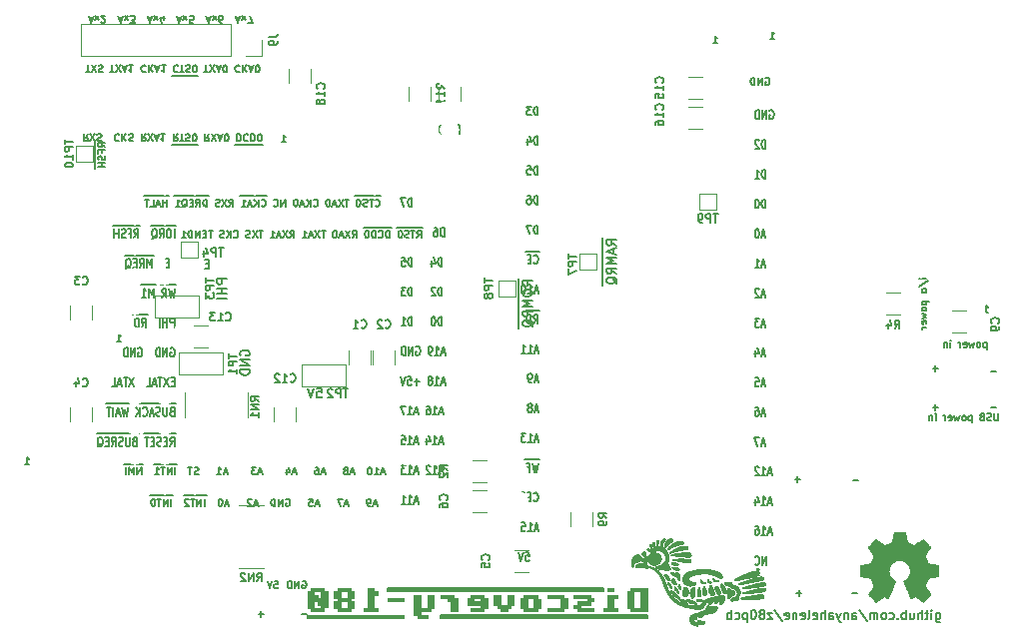
<source format=gbr>
%TF.GenerationSoftware,KiCad,Pcbnew,5.0.0-fee4fd1~66~ubuntu18.04.1*%
%TF.CreationDate,2018-09-09T22:09:21+02:00*%
%TF.ProjectId,z180,7A3138302E6B696361645F7063620000,0.1*%
%TF.SameCoordinates,Original*%
%TF.FileFunction,Legend,Bot*%
%TF.FilePolarity,Positive*%
%FSLAX46Y46*%
G04 Gerber Fmt 4.6, Leading zero omitted, Abs format (unit mm)*
G04 Created by KiCad (PCBNEW 5.0.0-fee4fd1~66~ubuntu18.04.1) date Sun Sep  9 22:09:21 2018*
%MOMM*%
%LPD*%
G01*
G04 APERTURE LIST*
%ADD10C,0.135000*%
%ADD11C,0.175000*%
%ADD12C,0.120000*%
%ADD13C,0.095087*%
%ADD14C,0.138558*%
%ADD15C,0.141768*%
%ADD16C,0.024890*%
%ADD17C,0.004448*%
%ADD18C,0.010000*%
%ADD19C,1.551600*%
%ADD20O,2.001600X2.001600*%
%ADD21R,1.001600X1.001600*%
%ADD22O,1.801600X1.801600*%
%ADD23R,1.801600X1.801600*%
%ADD24C,2.301600*%
%ADD25C,0.100000*%
%ADD26C,1.526600*%
%ADD27C,1.524000*%
%ADD28R,1.524000X1.524000*%
%ADD29O,1.701600X1.701600*%
%ADD30R,1.701600X1.701600*%
%ADD31C,0.801600*%
%ADD32C,4.501600*%
%ADD33C,2.101600*%
%ADD34C,1.701600*%
%ADD35C,1.301600*%
%ADD36R,1.301600X1.301600*%
%ADD37C,1.501600*%
%ADD38R,1.101600X1.101600*%
%ADD39C,1.601600*%
G04 APERTURE END LIST*
D10*
X102946142Y-24084000D02*
X103003285Y-24055428D01*
X103089000Y-24055428D01*
X103174714Y-24084000D01*
X103231857Y-24141142D01*
X103260428Y-24198285D01*
X103289000Y-24312571D01*
X103289000Y-24398285D01*
X103260428Y-24512571D01*
X103231857Y-24569714D01*
X103174714Y-24626857D01*
X103089000Y-24655428D01*
X103031857Y-24655428D01*
X102946142Y-24626857D01*
X102917571Y-24598285D01*
X102917571Y-24398285D01*
X103031857Y-24398285D01*
X102660428Y-24655428D02*
X102660428Y-24055428D01*
X102317571Y-24655428D01*
X102317571Y-24055428D01*
X102031857Y-24655428D02*
X102031857Y-24055428D01*
X101889000Y-24055428D01*
X101803285Y-24084000D01*
X101746142Y-24141142D01*
X101717571Y-24198285D01*
X101689000Y-24312571D01*
X101689000Y-24398285D01*
X101717571Y-24512571D01*
X101746142Y-24569714D01*
X101803285Y-24626857D01*
X101889000Y-24655428D01*
X102031857Y-24655428D01*
X103313178Y-26826000D02*
X103370321Y-26790285D01*
X103456035Y-26790285D01*
X103541750Y-26826000D01*
X103598892Y-26897428D01*
X103627464Y-26968857D01*
X103656035Y-27111714D01*
X103656035Y-27218857D01*
X103627464Y-27361714D01*
X103598892Y-27433142D01*
X103541750Y-27504571D01*
X103456035Y-27540285D01*
X103398892Y-27540285D01*
X103313178Y-27504571D01*
X103284607Y-27468857D01*
X103284607Y-27218857D01*
X103398892Y-27218857D01*
X103027464Y-27540285D02*
X103027464Y-26790285D01*
X102684607Y-27540285D01*
X102684607Y-26790285D01*
X102398892Y-27540285D02*
X102398892Y-26790285D01*
X102256035Y-26790285D01*
X102170321Y-26826000D01*
X102113178Y-26897428D01*
X102084607Y-26968857D01*
X102056035Y-27111714D01*
X102056035Y-27218857D01*
X102084607Y-27361714D01*
X102113178Y-27433142D01*
X102170321Y-27504571D01*
X102256035Y-27540285D01*
X102398892Y-27540285D01*
X102970321Y-30060285D02*
X102970321Y-29310285D01*
X102827464Y-29310285D01*
X102741750Y-29346000D01*
X102684607Y-29417428D01*
X102656035Y-29488857D01*
X102627464Y-29631714D01*
X102627464Y-29738857D01*
X102656035Y-29881714D01*
X102684607Y-29953142D01*
X102741750Y-30024571D01*
X102827464Y-30060285D01*
X102970321Y-30060285D01*
X102398892Y-29381714D02*
X102370321Y-29346000D01*
X102313178Y-29310285D01*
X102170321Y-29310285D01*
X102113178Y-29346000D01*
X102084607Y-29381714D01*
X102056035Y-29453142D01*
X102056035Y-29524571D01*
X102084607Y-29631714D01*
X102427464Y-30060285D01*
X102056035Y-30060285D01*
X102970321Y-32580285D02*
X102970321Y-31830285D01*
X102827464Y-31830285D01*
X102741750Y-31866000D01*
X102684607Y-31937428D01*
X102656035Y-32008857D01*
X102627464Y-32151714D01*
X102627464Y-32258857D01*
X102656035Y-32401714D01*
X102684607Y-32473142D01*
X102741750Y-32544571D01*
X102827464Y-32580285D01*
X102970321Y-32580285D01*
X102056035Y-32580285D02*
X102398892Y-32580285D01*
X102227464Y-32580285D02*
X102227464Y-31830285D01*
X102284607Y-31937428D01*
X102341750Y-32008857D01*
X102398892Y-32044571D01*
X102970321Y-35100285D02*
X102970321Y-34350285D01*
X102827464Y-34350285D01*
X102741750Y-34386000D01*
X102684607Y-34457428D01*
X102656035Y-34528857D01*
X102627464Y-34671714D01*
X102627464Y-34778857D01*
X102656035Y-34921714D01*
X102684607Y-34993142D01*
X102741750Y-35064571D01*
X102827464Y-35100285D01*
X102970321Y-35100285D01*
X102256035Y-34350285D02*
X102198892Y-34350285D01*
X102141750Y-34386000D01*
X102113178Y-34421714D01*
X102084607Y-34493142D01*
X102056035Y-34636000D01*
X102056035Y-34814571D01*
X102084607Y-34957428D01*
X102113178Y-35028857D01*
X102141750Y-35064571D01*
X102198892Y-35100285D01*
X102256035Y-35100285D01*
X102313178Y-35064571D01*
X102341750Y-35028857D01*
X102370321Y-34957428D01*
X102398892Y-34814571D01*
X102398892Y-34636000D01*
X102370321Y-34493142D01*
X102341750Y-34421714D01*
X102313178Y-34386000D01*
X102256035Y-34350285D01*
X102913178Y-37406000D02*
X102627464Y-37406000D01*
X102970321Y-37620285D02*
X102770321Y-36870285D01*
X102570321Y-37620285D01*
X102256035Y-36870285D02*
X102198892Y-36870285D01*
X102141750Y-36906000D01*
X102113178Y-36941714D01*
X102084607Y-37013142D01*
X102056035Y-37156000D01*
X102056035Y-37334571D01*
X102084607Y-37477428D01*
X102113178Y-37548857D01*
X102141750Y-37584571D01*
X102198892Y-37620285D01*
X102256035Y-37620285D01*
X102313178Y-37584571D01*
X102341750Y-37548857D01*
X102370321Y-37477428D01*
X102398892Y-37334571D01*
X102398892Y-37156000D01*
X102370321Y-37013142D01*
X102341750Y-36941714D01*
X102313178Y-36906000D01*
X102256035Y-36870285D01*
X102913178Y-39926000D02*
X102627464Y-39926000D01*
X102970321Y-40140285D02*
X102770321Y-39390285D01*
X102570321Y-40140285D01*
X102056035Y-40140285D02*
X102398892Y-40140285D01*
X102227464Y-40140285D02*
X102227464Y-39390285D01*
X102284607Y-39497428D01*
X102341750Y-39568857D01*
X102398892Y-39604571D01*
X102913178Y-42446000D02*
X102627464Y-42446000D01*
X102970321Y-42660285D02*
X102770321Y-41910285D01*
X102570321Y-42660285D01*
X102398892Y-41981714D02*
X102370321Y-41946000D01*
X102313178Y-41910285D01*
X102170321Y-41910285D01*
X102113178Y-41946000D01*
X102084607Y-41981714D01*
X102056035Y-42053142D01*
X102056035Y-42124571D01*
X102084607Y-42231714D01*
X102427464Y-42660285D01*
X102056035Y-42660285D01*
X102913178Y-44966000D02*
X102627464Y-44966000D01*
X102970321Y-45180285D02*
X102770321Y-44430285D01*
X102570321Y-45180285D01*
X102427464Y-44430285D02*
X102056035Y-44430285D01*
X102256035Y-44716000D01*
X102170321Y-44716000D01*
X102113178Y-44751714D01*
X102084607Y-44787428D01*
X102056035Y-44858857D01*
X102056035Y-45037428D01*
X102084607Y-45108857D01*
X102113178Y-45144571D01*
X102170321Y-45180285D01*
X102341750Y-45180285D01*
X102398892Y-45144571D01*
X102427464Y-45108857D01*
X102913178Y-47486000D02*
X102627464Y-47486000D01*
X102970321Y-47700285D02*
X102770321Y-46950285D01*
X102570321Y-47700285D01*
X102113178Y-47200285D02*
X102113178Y-47700285D01*
X102256035Y-46914571D02*
X102398892Y-47450285D01*
X102027464Y-47450285D01*
X102913178Y-50006000D02*
X102627464Y-50006000D01*
X102970321Y-50220285D02*
X102770321Y-49470285D01*
X102570321Y-50220285D01*
X102084607Y-49470285D02*
X102370321Y-49470285D01*
X102398892Y-49827428D01*
X102370321Y-49791714D01*
X102313178Y-49756000D01*
X102170321Y-49756000D01*
X102113178Y-49791714D01*
X102084607Y-49827428D01*
X102056035Y-49898857D01*
X102056035Y-50077428D01*
X102084607Y-50148857D01*
X102113178Y-50184571D01*
X102170321Y-50220285D01*
X102313178Y-50220285D01*
X102370321Y-50184571D01*
X102398892Y-50148857D01*
X102913178Y-52526000D02*
X102627464Y-52526000D01*
X102970321Y-52740285D02*
X102770321Y-51990285D01*
X102570321Y-52740285D01*
X102113178Y-51990285D02*
X102227464Y-51990285D01*
X102284607Y-52026000D01*
X102313178Y-52061714D01*
X102370321Y-52168857D01*
X102398892Y-52311714D01*
X102398892Y-52597428D01*
X102370321Y-52668857D01*
X102341750Y-52704571D01*
X102284607Y-52740285D01*
X102170321Y-52740285D01*
X102113178Y-52704571D01*
X102084607Y-52668857D01*
X102056035Y-52597428D01*
X102056035Y-52418857D01*
X102084607Y-52347428D01*
X102113178Y-52311714D01*
X102170321Y-52276000D01*
X102284607Y-52276000D01*
X102341750Y-52311714D01*
X102370321Y-52347428D01*
X102398892Y-52418857D01*
X102913178Y-55046000D02*
X102627464Y-55046000D01*
X102970321Y-55260285D02*
X102770321Y-54510285D01*
X102570321Y-55260285D01*
X102427464Y-54510285D02*
X102027464Y-54510285D01*
X102284607Y-55260285D01*
X103484607Y-57566000D02*
X103198892Y-57566000D01*
X103541750Y-57780285D02*
X103341750Y-57030285D01*
X103141750Y-57780285D01*
X102627464Y-57780285D02*
X102970321Y-57780285D01*
X102798892Y-57780285D02*
X102798892Y-57030285D01*
X102856035Y-57137428D01*
X102913178Y-57208857D01*
X102970321Y-57244571D01*
X102398892Y-57101714D02*
X102370321Y-57066000D01*
X102313178Y-57030285D01*
X102170321Y-57030285D01*
X102113178Y-57066000D01*
X102084607Y-57101714D01*
X102056035Y-57173142D01*
X102056035Y-57244571D01*
X102084607Y-57351714D01*
X102427464Y-57780285D01*
X102056035Y-57780285D01*
X103484607Y-60086000D02*
X103198892Y-60086000D01*
X103541750Y-60300285D02*
X103341750Y-59550285D01*
X103141750Y-60300285D01*
X102627464Y-60300285D02*
X102970321Y-60300285D01*
X102798892Y-60300285D02*
X102798892Y-59550285D01*
X102856035Y-59657428D01*
X102913178Y-59728857D01*
X102970321Y-59764571D01*
X102113178Y-59800285D02*
X102113178Y-60300285D01*
X102256035Y-59514571D02*
X102398892Y-60050285D01*
X102027464Y-60050285D01*
X103484607Y-62606000D02*
X103198892Y-62606000D01*
X103541750Y-62820285D02*
X103341750Y-62070285D01*
X103141750Y-62820285D01*
X102627464Y-62820285D02*
X102970321Y-62820285D01*
X102798892Y-62820285D02*
X102798892Y-62070285D01*
X102856035Y-62177428D01*
X102913178Y-62248857D01*
X102970321Y-62284571D01*
X102113178Y-62070285D02*
X102227464Y-62070285D01*
X102284607Y-62106000D01*
X102313178Y-62141714D01*
X102370321Y-62248857D01*
X102398892Y-62391714D01*
X102398892Y-62677428D01*
X102370321Y-62748857D01*
X102341750Y-62784571D01*
X102284607Y-62820285D01*
X102170321Y-62820285D01*
X102113178Y-62784571D01*
X102084607Y-62748857D01*
X102056035Y-62677428D01*
X102056035Y-62498857D01*
X102084607Y-62427428D01*
X102113178Y-62391714D01*
X102170321Y-62356000D01*
X102284607Y-62356000D01*
X102341750Y-62391714D01*
X102370321Y-62427428D01*
X102398892Y-62498857D01*
X103027464Y-65340285D02*
X103027464Y-64590285D01*
X102684607Y-65340285D01*
X102684607Y-64590285D01*
X102056035Y-65268857D02*
X102084607Y-65304571D01*
X102170321Y-65340285D01*
X102227464Y-65340285D01*
X102313178Y-65304571D01*
X102370321Y-65233142D01*
X102398892Y-65161714D01*
X102427464Y-65018857D01*
X102427464Y-64911714D01*
X102398892Y-64768857D01*
X102370321Y-64697428D01*
X102313178Y-64626000D01*
X102227464Y-64590285D01*
X102170321Y-64590285D01*
X102084607Y-64626000D01*
X102056035Y-64661714D01*
X83652892Y-27222785D02*
X83652892Y-26472785D01*
X83510035Y-26472785D01*
X83424321Y-26508500D01*
X83367178Y-26579928D01*
X83338607Y-26651357D01*
X83310035Y-26794214D01*
X83310035Y-26901357D01*
X83338607Y-27044214D01*
X83367178Y-27115642D01*
X83424321Y-27187071D01*
X83510035Y-27222785D01*
X83652892Y-27222785D01*
X83110035Y-26472785D02*
X82738607Y-26472785D01*
X82938607Y-26758500D01*
X82852892Y-26758500D01*
X82795750Y-26794214D01*
X82767178Y-26829928D01*
X82738607Y-26901357D01*
X82738607Y-27079928D01*
X82767178Y-27151357D01*
X82795750Y-27187071D01*
X82852892Y-27222785D01*
X83024321Y-27222785D01*
X83081464Y-27187071D01*
X83110035Y-27151357D01*
X83652892Y-29742785D02*
X83652892Y-28992785D01*
X83510035Y-28992785D01*
X83424321Y-29028500D01*
X83367178Y-29099928D01*
X83338607Y-29171357D01*
X83310035Y-29314214D01*
X83310035Y-29421357D01*
X83338607Y-29564214D01*
X83367178Y-29635642D01*
X83424321Y-29707071D01*
X83510035Y-29742785D01*
X83652892Y-29742785D01*
X82795750Y-29242785D02*
X82795750Y-29742785D01*
X82938607Y-28957071D02*
X83081464Y-29492785D01*
X82710035Y-29492785D01*
X83652892Y-32262785D02*
X83652892Y-31512785D01*
X83510035Y-31512785D01*
X83424321Y-31548500D01*
X83367178Y-31619928D01*
X83338607Y-31691357D01*
X83310035Y-31834214D01*
X83310035Y-31941357D01*
X83338607Y-32084214D01*
X83367178Y-32155642D01*
X83424321Y-32227071D01*
X83510035Y-32262785D01*
X83652892Y-32262785D01*
X82767178Y-31512785D02*
X83052892Y-31512785D01*
X83081464Y-31869928D01*
X83052892Y-31834214D01*
X82995750Y-31798500D01*
X82852892Y-31798500D01*
X82795750Y-31834214D01*
X82767178Y-31869928D01*
X82738607Y-31941357D01*
X82738607Y-32119928D01*
X82767178Y-32191357D01*
X82795750Y-32227071D01*
X82852892Y-32262785D01*
X82995750Y-32262785D01*
X83052892Y-32227071D01*
X83081464Y-32191357D01*
X83652892Y-34782785D02*
X83652892Y-34032785D01*
X83510035Y-34032785D01*
X83424321Y-34068500D01*
X83367178Y-34139928D01*
X83338607Y-34211357D01*
X83310035Y-34354214D01*
X83310035Y-34461357D01*
X83338607Y-34604214D01*
X83367178Y-34675642D01*
X83424321Y-34747071D01*
X83510035Y-34782785D01*
X83652892Y-34782785D01*
X82795750Y-34032785D02*
X82910035Y-34032785D01*
X82967178Y-34068500D01*
X82995750Y-34104214D01*
X83052892Y-34211357D01*
X83081464Y-34354214D01*
X83081464Y-34639928D01*
X83052892Y-34711357D01*
X83024321Y-34747071D01*
X82967178Y-34782785D01*
X82852892Y-34782785D01*
X82795750Y-34747071D01*
X82767178Y-34711357D01*
X82738607Y-34639928D01*
X82738607Y-34461357D01*
X82767178Y-34389928D01*
X82795750Y-34354214D01*
X82852892Y-34318500D01*
X82967178Y-34318500D01*
X83024321Y-34354214D01*
X83052892Y-34389928D01*
X83081464Y-34461357D01*
X83652892Y-37302785D02*
X83652892Y-36552785D01*
X83510035Y-36552785D01*
X83424321Y-36588500D01*
X83367178Y-36659928D01*
X83338607Y-36731357D01*
X83310035Y-36874214D01*
X83310035Y-36981357D01*
X83338607Y-37124214D01*
X83367178Y-37195642D01*
X83424321Y-37267071D01*
X83510035Y-37302785D01*
X83652892Y-37302785D01*
X83110035Y-36552785D02*
X82710035Y-36552785D01*
X82967178Y-37302785D01*
X83795750Y-38768000D02*
X83195750Y-38768000D01*
X83310035Y-39751357D02*
X83338607Y-39787071D01*
X83424321Y-39822785D01*
X83481464Y-39822785D01*
X83567178Y-39787071D01*
X83624321Y-39715642D01*
X83652892Y-39644214D01*
X83681464Y-39501357D01*
X83681464Y-39394214D01*
X83652892Y-39251357D01*
X83624321Y-39179928D01*
X83567178Y-39108500D01*
X83481464Y-39072785D01*
X83424321Y-39072785D01*
X83338607Y-39108500D01*
X83310035Y-39144214D01*
X83195750Y-38768000D02*
X82652892Y-38768000D01*
X83052892Y-39429928D02*
X82852892Y-39429928D01*
X82767178Y-39822785D02*
X83052892Y-39822785D01*
X83052892Y-39072785D01*
X82767178Y-39072785D01*
X83681464Y-42128500D02*
X83395750Y-42128500D01*
X83738607Y-42342785D02*
X83538607Y-41592785D01*
X83338607Y-42342785D01*
X82824321Y-42342785D02*
X83167178Y-42342785D01*
X82995750Y-42342785D02*
X82995750Y-41592785D01*
X83052892Y-41699928D01*
X83110035Y-41771357D01*
X83167178Y-41807071D01*
X82452892Y-41592785D02*
X82395750Y-41592785D01*
X82338607Y-41628500D01*
X82310035Y-41664214D01*
X82281464Y-41735642D01*
X82252892Y-41878500D01*
X82252892Y-42057071D01*
X82281464Y-42199928D01*
X82310035Y-42271357D01*
X82338607Y-42307071D01*
X82395750Y-42342785D01*
X82452892Y-42342785D01*
X82510035Y-42307071D01*
X82538607Y-42271357D01*
X82567178Y-42199928D01*
X82595750Y-42057071D01*
X82595750Y-41878500D01*
X82567178Y-41735642D01*
X82538607Y-41664214D01*
X82510035Y-41628500D01*
X82452892Y-41592785D01*
X83795750Y-43808000D02*
X83195750Y-43808000D01*
X83310035Y-44862785D02*
X83510035Y-44505642D01*
X83652892Y-44862785D02*
X83652892Y-44112785D01*
X83424321Y-44112785D01*
X83367178Y-44148500D01*
X83338607Y-44184214D01*
X83310035Y-44255642D01*
X83310035Y-44362785D01*
X83338607Y-44434214D01*
X83367178Y-44469928D01*
X83424321Y-44505642D01*
X83652892Y-44505642D01*
X83195750Y-43808000D02*
X82595750Y-43808000D01*
X83052892Y-44862785D02*
X83052892Y-44112785D01*
X82910035Y-44112785D01*
X82824321Y-44148500D01*
X82767178Y-44219928D01*
X82738607Y-44291357D01*
X82710035Y-44434214D01*
X82710035Y-44541357D01*
X82738607Y-44684214D01*
X82767178Y-44755642D01*
X82824321Y-44827071D01*
X82910035Y-44862785D01*
X83052892Y-44862785D01*
X83681464Y-47168500D02*
X83395750Y-47168500D01*
X83738607Y-47382785D02*
X83538607Y-46632785D01*
X83338607Y-47382785D01*
X82824321Y-47382785D02*
X83167178Y-47382785D01*
X82995750Y-47382785D02*
X82995750Y-46632785D01*
X83052892Y-46739928D01*
X83110035Y-46811357D01*
X83167178Y-46847071D01*
X82252892Y-47382785D02*
X82595750Y-47382785D01*
X82424321Y-47382785D02*
X82424321Y-46632785D01*
X82481464Y-46739928D01*
X82538607Y-46811357D01*
X82595750Y-46847071D01*
X83681464Y-49688500D02*
X83395750Y-49688500D01*
X83738607Y-49902785D02*
X83538607Y-49152785D01*
X83338607Y-49902785D01*
X83110035Y-49902785D02*
X82995750Y-49902785D01*
X82938607Y-49867071D01*
X82910035Y-49831357D01*
X82852892Y-49724214D01*
X82824321Y-49581357D01*
X82824321Y-49295642D01*
X82852892Y-49224214D01*
X82881464Y-49188500D01*
X82938607Y-49152785D01*
X83052892Y-49152785D01*
X83110035Y-49188500D01*
X83138607Y-49224214D01*
X83167178Y-49295642D01*
X83167178Y-49474214D01*
X83138607Y-49545642D01*
X83110035Y-49581357D01*
X83052892Y-49617071D01*
X82938607Y-49617071D01*
X82881464Y-49581357D01*
X82852892Y-49545642D01*
X82824321Y-49474214D01*
X83681464Y-52208500D02*
X83395750Y-52208500D01*
X83738607Y-52422785D02*
X83538607Y-51672785D01*
X83338607Y-52422785D01*
X83052892Y-51994214D02*
X83110035Y-51958500D01*
X83138607Y-51922785D01*
X83167178Y-51851357D01*
X83167178Y-51815642D01*
X83138607Y-51744214D01*
X83110035Y-51708500D01*
X83052892Y-51672785D01*
X82938607Y-51672785D01*
X82881464Y-51708500D01*
X82852892Y-51744214D01*
X82824321Y-51815642D01*
X82824321Y-51851357D01*
X82852892Y-51922785D01*
X82881464Y-51958500D01*
X82938607Y-51994214D01*
X83052892Y-51994214D01*
X83110035Y-52029928D01*
X83138607Y-52065642D01*
X83167178Y-52137071D01*
X83167178Y-52279928D01*
X83138607Y-52351357D01*
X83110035Y-52387071D01*
X83052892Y-52422785D01*
X82938607Y-52422785D01*
X82881464Y-52387071D01*
X82852892Y-52351357D01*
X82824321Y-52279928D01*
X82824321Y-52137071D01*
X82852892Y-52065642D01*
X82881464Y-52029928D01*
X82938607Y-51994214D01*
X83681464Y-54728500D02*
X83395750Y-54728500D01*
X83738607Y-54942785D02*
X83538607Y-54192785D01*
X83338607Y-54942785D01*
X82824321Y-54942785D02*
X83167178Y-54942785D01*
X82995750Y-54942785D02*
X82995750Y-54192785D01*
X83052892Y-54299928D01*
X83110035Y-54371357D01*
X83167178Y-54407071D01*
X82624321Y-54192785D02*
X82252892Y-54192785D01*
X82452892Y-54478500D01*
X82367178Y-54478500D01*
X82310035Y-54514214D01*
X82281464Y-54549928D01*
X82252892Y-54621357D01*
X82252892Y-54799928D01*
X82281464Y-54871357D01*
X82310035Y-54907071D01*
X82367178Y-54942785D01*
X82538607Y-54942785D01*
X82595750Y-54907071D01*
X82624321Y-54871357D01*
X83795750Y-56408000D02*
X83110035Y-56408000D01*
X83710035Y-56712785D02*
X83567178Y-57462785D01*
X83452892Y-56927071D01*
X83338607Y-57462785D01*
X83195750Y-56712785D01*
X83110035Y-56408000D02*
X82510035Y-56408000D01*
X82624321Y-57462785D02*
X82824321Y-57105642D01*
X82967178Y-57462785D02*
X82967178Y-56712785D01*
X82738607Y-56712785D01*
X82681464Y-56748500D01*
X82652892Y-56784214D01*
X82624321Y-56855642D01*
X82624321Y-56962785D01*
X82652892Y-57034214D01*
X82681464Y-57069928D01*
X82738607Y-57105642D01*
X82967178Y-57105642D01*
X83310035Y-59911357D02*
X83338607Y-59947071D01*
X83424321Y-59982785D01*
X83481464Y-59982785D01*
X83567178Y-59947071D01*
X83624321Y-59875642D01*
X83652892Y-59804214D01*
X83681464Y-59661357D01*
X83681464Y-59554214D01*
X83652892Y-59411357D01*
X83624321Y-59339928D01*
X83567178Y-59268500D01*
X83481464Y-59232785D01*
X83424321Y-59232785D01*
X83338607Y-59268500D01*
X83310035Y-59304214D01*
X83052892Y-59589928D02*
X82852892Y-59589928D01*
X82767178Y-59982785D02*
X83052892Y-59982785D01*
X83052892Y-59232785D01*
X82767178Y-59232785D01*
X82538607Y-59304214D02*
X82510035Y-59268500D01*
X82452892Y-59232785D01*
X82310035Y-59232785D01*
X82252892Y-59268500D01*
X82224321Y-59304214D01*
X82195750Y-59375642D01*
X82195750Y-59447071D01*
X82224321Y-59554214D01*
X82567178Y-59982785D01*
X82195750Y-59982785D01*
X83681464Y-62288500D02*
X83395750Y-62288500D01*
X83738607Y-62502785D02*
X83538607Y-61752785D01*
X83338607Y-62502785D01*
X82824321Y-62502785D02*
X83167178Y-62502785D01*
X82995750Y-62502785D02*
X82995750Y-61752785D01*
X83052892Y-61859928D01*
X83110035Y-61931357D01*
X83167178Y-61967071D01*
X82281464Y-61752785D02*
X82567178Y-61752785D01*
X82595750Y-62109928D01*
X82567178Y-62074214D01*
X82510035Y-62038500D01*
X82367178Y-62038500D01*
X82310035Y-62074214D01*
X82281464Y-62109928D01*
X82252892Y-62181357D01*
X82252892Y-62359928D01*
X82281464Y-62431357D01*
X82310035Y-62467071D01*
X82367178Y-62502785D01*
X82510035Y-62502785D01*
X82567178Y-62467071D01*
X82595750Y-62431357D01*
X83652892Y-64737071D02*
X83195750Y-64737071D01*
X83424321Y-65022785D02*
X83424321Y-64451357D01*
X82624321Y-64272785D02*
X82910035Y-64272785D01*
X82938607Y-64629928D01*
X82910035Y-64594214D01*
X82852892Y-64558500D01*
X82710035Y-64558500D01*
X82652892Y-64594214D01*
X82624321Y-64629928D01*
X82595750Y-64701357D01*
X82595750Y-64879928D01*
X82624321Y-64951357D01*
X82652892Y-64987071D01*
X82710035Y-65022785D01*
X82852892Y-65022785D01*
X82910035Y-64987071D01*
X82938607Y-64951357D01*
X82424321Y-64272785D02*
X82224321Y-65022785D01*
X82024321Y-64272785D01*
X117384285Y-69432714D02*
X117384285Y-70049571D01*
X117420571Y-70122142D01*
X117456857Y-70158428D01*
X117529428Y-70194714D01*
X117638285Y-70194714D01*
X117710857Y-70158428D01*
X117384285Y-69904428D02*
X117456857Y-69940714D01*
X117602000Y-69940714D01*
X117674571Y-69904428D01*
X117710857Y-69868142D01*
X117747142Y-69795571D01*
X117747142Y-69577857D01*
X117710857Y-69505285D01*
X117674571Y-69469000D01*
X117602000Y-69432714D01*
X117456857Y-69432714D01*
X117384285Y-69469000D01*
X117021428Y-69940714D02*
X117021428Y-69432714D01*
X117021428Y-69178714D02*
X117057714Y-69215000D01*
X117021428Y-69251285D01*
X116985142Y-69215000D01*
X117021428Y-69178714D01*
X117021428Y-69251285D01*
X116767428Y-69432714D02*
X116477142Y-69432714D01*
X116658571Y-69178714D02*
X116658571Y-69831857D01*
X116622285Y-69904428D01*
X116549714Y-69940714D01*
X116477142Y-69940714D01*
X116223142Y-69940714D02*
X116223142Y-69178714D01*
X115896571Y-69940714D02*
X115896571Y-69541571D01*
X115932857Y-69469000D01*
X116005428Y-69432714D01*
X116114285Y-69432714D01*
X116186857Y-69469000D01*
X116223142Y-69505285D01*
X115207142Y-69432714D02*
X115207142Y-69940714D01*
X115533714Y-69432714D02*
X115533714Y-69831857D01*
X115497428Y-69904428D01*
X115424857Y-69940714D01*
X115316000Y-69940714D01*
X115243428Y-69904428D01*
X115207142Y-69868142D01*
X114844285Y-69940714D02*
X114844285Y-69178714D01*
X114844285Y-69469000D02*
X114771714Y-69432714D01*
X114626571Y-69432714D01*
X114554000Y-69469000D01*
X114517714Y-69505285D01*
X114481428Y-69577857D01*
X114481428Y-69795571D01*
X114517714Y-69868142D01*
X114554000Y-69904428D01*
X114626571Y-69940714D01*
X114771714Y-69940714D01*
X114844285Y-69904428D01*
X114154857Y-69868142D02*
X114118571Y-69904428D01*
X114154857Y-69940714D01*
X114191142Y-69904428D01*
X114154857Y-69868142D01*
X114154857Y-69940714D01*
X113465428Y-69904428D02*
X113538000Y-69940714D01*
X113683142Y-69940714D01*
X113755714Y-69904428D01*
X113792000Y-69868142D01*
X113828285Y-69795571D01*
X113828285Y-69577857D01*
X113792000Y-69505285D01*
X113755714Y-69469000D01*
X113683142Y-69432714D01*
X113538000Y-69432714D01*
X113465428Y-69469000D01*
X113030000Y-69940714D02*
X113102571Y-69904428D01*
X113138857Y-69868142D01*
X113175142Y-69795571D01*
X113175142Y-69577857D01*
X113138857Y-69505285D01*
X113102571Y-69469000D01*
X113030000Y-69432714D01*
X112921142Y-69432714D01*
X112848571Y-69469000D01*
X112812285Y-69505285D01*
X112776000Y-69577857D01*
X112776000Y-69795571D01*
X112812285Y-69868142D01*
X112848571Y-69904428D01*
X112921142Y-69940714D01*
X113030000Y-69940714D01*
X112449428Y-69940714D02*
X112449428Y-69432714D01*
X112449428Y-69505285D02*
X112413142Y-69469000D01*
X112340571Y-69432714D01*
X112231714Y-69432714D01*
X112159142Y-69469000D01*
X112122857Y-69541571D01*
X112122857Y-69940714D01*
X112122857Y-69541571D02*
X112086571Y-69469000D01*
X112014000Y-69432714D01*
X111905142Y-69432714D01*
X111832571Y-69469000D01*
X111796285Y-69541571D01*
X111796285Y-69940714D01*
X110889142Y-69142428D02*
X111542285Y-70122142D01*
X110308571Y-69940714D02*
X110308571Y-69541571D01*
X110344857Y-69469000D01*
X110417428Y-69432714D01*
X110562571Y-69432714D01*
X110635142Y-69469000D01*
X110308571Y-69904428D02*
X110381142Y-69940714D01*
X110562571Y-69940714D01*
X110635142Y-69904428D01*
X110671428Y-69831857D01*
X110671428Y-69759285D01*
X110635142Y-69686714D01*
X110562571Y-69650428D01*
X110381142Y-69650428D01*
X110308571Y-69614142D01*
X109945714Y-69432714D02*
X109945714Y-69940714D01*
X109945714Y-69505285D02*
X109909428Y-69469000D01*
X109836857Y-69432714D01*
X109728000Y-69432714D01*
X109655428Y-69469000D01*
X109619142Y-69541571D01*
X109619142Y-69940714D01*
X109328857Y-69432714D02*
X109147428Y-69940714D01*
X108966000Y-69432714D02*
X109147428Y-69940714D01*
X109220000Y-70122142D01*
X109256285Y-70158428D01*
X109328857Y-70194714D01*
X108349142Y-69940714D02*
X108349142Y-69541571D01*
X108385428Y-69469000D01*
X108458000Y-69432714D01*
X108603142Y-69432714D01*
X108675714Y-69469000D01*
X108349142Y-69904428D02*
X108421714Y-69940714D01*
X108603142Y-69940714D01*
X108675714Y-69904428D01*
X108712000Y-69831857D01*
X108712000Y-69759285D01*
X108675714Y-69686714D01*
X108603142Y-69650428D01*
X108421714Y-69650428D01*
X108349142Y-69614142D01*
X107986285Y-69940714D02*
X107986285Y-69178714D01*
X107659714Y-69940714D02*
X107659714Y-69541571D01*
X107696000Y-69469000D01*
X107768571Y-69432714D01*
X107877428Y-69432714D01*
X107950000Y-69469000D01*
X107986285Y-69505285D01*
X107006571Y-69904428D02*
X107079142Y-69940714D01*
X107224285Y-69940714D01*
X107296857Y-69904428D01*
X107333142Y-69831857D01*
X107333142Y-69541571D01*
X107296857Y-69469000D01*
X107224285Y-69432714D01*
X107079142Y-69432714D01*
X107006571Y-69469000D01*
X106970285Y-69541571D01*
X106970285Y-69614142D01*
X107333142Y-69686714D01*
X106534857Y-69940714D02*
X106607428Y-69904428D01*
X106643714Y-69831857D01*
X106643714Y-69178714D01*
X105954285Y-69904428D02*
X106026857Y-69940714D01*
X106172000Y-69940714D01*
X106244571Y-69904428D01*
X106280857Y-69831857D01*
X106280857Y-69541571D01*
X106244571Y-69469000D01*
X106172000Y-69432714D01*
X106026857Y-69432714D01*
X105954285Y-69469000D01*
X105918000Y-69541571D01*
X105918000Y-69614142D01*
X106280857Y-69686714D01*
X105591428Y-69432714D02*
X105591428Y-69940714D01*
X105591428Y-69505285D02*
X105555142Y-69469000D01*
X105482571Y-69432714D01*
X105373714Y-69432714D01*
X105301142Y-69469000D01*
X105264857Y-69541571D01*
X105264857Y-69940714D01*
X104611714Y-69904428D02*
X104684285Y-69940714D01*
X104829428Y-69940714D01*
X104902000Y-69904428D01*
X104938285Y-69831857D01*
X104938285Y-69541571D01*
X104902000Y-69469000D01*
X104829428Y-69432714D01*
X104684285Y-69432714D01*
X104611714Y-69469000D01*
X104575428Y-69541571D01*
X104575428Y-69614142D01*
X104938285Y-69686714D01*
X103704571Y-69142428D02*
X104357714Y-70122142D01*
X103523142Y-69432714D02*
X103124000Y-69432714D01*
X103523142Y-69940714D01*
X103124000Y-69940714D01*
X102724857Y-69505285D02*
X102797428Y-69469000D01*
X102833714Y-69432714D01*
X102870000Y-69360142D01*
X102870000Y-69323857D01*
X102833714Y-69251285D01*
X102797428Y-69215000D01*
X102724857Y-69178714D01*
X102579714Y-69178714D01*
X102507142Y-69215000D01*
X102470857Y-69251285D01*
X102434571Y-69323857D01*
X102434571Y-69360142D01*
X102470857Y-69432714D01*
X102507142Y-69469000D01*
X102579714Y-69505285D01*
X102724857Y-69505285D01*
X102797428Y-69541571D01*
X102833714Y-69577857D01*
X102870000Y-69650428D01*
X102870000Y-69795571D01*
X102833714Y-69868142D01*
X102797428Y-69904428D01*
X102724857Y-69940714D01*
X102579714Y-69940714D01*
X102507142Y-69904428D01*
X102470857Y-69868142D01*
X102434571Y-69795571D01*
X102434571Y-69650428D01*
X102470857Y-69577857D01*
X102507142Y-69541571D01*
X102579714Y-69505285D01*
X101962857Y-69178714D02*
X101890285Y-69178714D01*
X101817714Y-69215000D01*
X101781428Y-69251285D01*
X101745142Y-69323857D01*
X101708857Y-69469000D01*
X101708857Y-69650428D01*
X101745142Y-69795571D01*
X101781428Y-69868142D01*
X101817714Y-69904428D01*
X101890285Y-69940714D01*
X101962857Y-69940714D01*
X102035428Y-69904428D01*
X102071714Y-69868142D01*
X102108000Y-69795571D01*
X102144285Y-69650428D01*
X102144285Y-69469000D01*
X102108000Y-69323857D01*
X102071714Y-69251285D01*
X102035428Y-69215000D01*
X101962857Y-69178714D01*
X101382285Y-69432714D02*
X101382285Y-70194714D01*
X101382285Y-69469000D02*
X101309714Y-69432714D01*
X101164571Y-69432714D01*
X101092000Y-69469000D01*
X101055714Y-69505285D01*
X101019428Y-69577857D01*
X101019428Y-69795571D01*
X101055714Y-69868142D01*
X101092000Y-69904428D01*
X101164571Y-69940714D01*
X101309714Y-69940714D01*
X101382285Y-69904428D01*
X100366285Y-69904428D02*
X100438857Y-69940714D01*
X100584000Y-69940714D01*
X100656571Y-69904428D01*
X100692857Y-69868142D01*
X100729142Y-69795571D01*
X100729142Y-69577857D01*
X100692857Y-69505285D01*
X100656571Y-69469000D01*
X100584000Y-69432714D01*
X100438857Y-69432714D01*
X100366285Y-69469000D01*
X100039714Y-69940714D02*
X100039714Y-69178714D01*
X100039714Y-69469000D02*
X99967142Y-69432714D01*
X99822000Y-69432714D01*
X99749428Y-69469000D01*
X99713142Y-69505285D01*
X99676857Y-69577857D01*
X99676857Y-69795571D01*
X99713142Y-69868142D01*
X99749428Y-69904428D01*
X99822000Y-69940714D01*
X99967142Y-69940714D01*
X100039714Y-69904428D01*
X116603428Y-41065714D02*
X116203428Y-41065714D01*
X116003428Y-41065714D02*
X116032000Y-41037142D01*
X116060571Y-41065714D01*
X116032000Y-41094285D01*
X116003428Y-41065714D01*
X116060571Y-41065714D01*
X115974857Y-41780000D02*
X116746285Y-41265714D01*
X116603428Y-42065714D02*
X116574857Y-42008571D01*
X116546285Y-41980000D01*
X116489142Y-41951428D01*
X116317714Y-41951428D01*
X116260571Y-41980000D01*
X116232000Y-42008571D01*
X116203428Y-42065714D01*
X116203428Y-42151428D01*
X116232000Y-42208571D01*
X116260571Y-42237142D01*
X116317714Y-42265714D01*
X116489142Y-42265714D01*
X116546285Y-42237142D01*
X116574857Y-42208571D01*
X116603428Y-42151428D01*
X116603428Y-42065714D01*
X116203428Y-42980000D02*
X116803428Y-42980000D01*
X116232000Y-42980000D02*
X116203428Y-43037142D01*
X116203428Y-43151428D01*
X116232000Y-43208571D01*
X116260571Y-43237142D01*
X116317714Y-43265714D01*
X116489142Y-43265714D01*
X116546285Y-43237142D01*
X116574857Y-43208571D01*
X116603428Y-43151428D01*
X116603428Y-43037142D01*
X116574857Y-42980000D01*
X116603428Y-43608571D02*
X116574857Y-43551428D01*
X116546285Y-43522857D01*
X116489142Y-43494285D01*
X116317714Y-43494285D01*
X116260571Y-43522857D01*
X116232000Y-43551428D01*
X116203428Y-43608571D01*
X116203428Y-43694285D01*
X116232000Y-43751428D01*
X116260571Y-43780000D01*
X116317714Y-43808571D01*
X116489142Y-43808571D01*
X116546285Y-43780000D01*
X116574857Y-43751428D01*
X116603428Y-43694285D01*
X116603428Y-43608571D01*
X116203428Y-44008571D02*
X116603428Y-44122857D01*
X116317714Y-44237142D01*
X116603428Y-44351428D01*
X116203428Y-44465714D01*
X116574857Y-44922857D02*
X116603428Y-44865714D01*
X116603428Y-44751428D01*
X116574857Y-44694285D01*
X116517714Y-44665714D01*
X116289142Y-44665714D01*
X116232000Y-44694285D01*
X116203428Y-44751428D01*
X116203428Y-44865714D01*
X116232000Y-44922857D01*
X116289142Y-44951428D01*
X116346285Y-44951428D01*
X116403428Y-44665714D01*
X116603428Y-45208571D02*
X116203428Y-45208571D01*
X116317714Y-45208571D02*
X116260571Y-45237142D01*
X116232000Y-45265714D01*
X116203428Y-45322857D01*
X116203428Y-45380000D01*
X121688000Y-46480428D02*
X121688000Y-47080428D01*
X121688000Y-46509000D02*
X121630857Y-46480428D01*
X121516571Y-46480428D01*
X121459428Y-46509000D01*
X121430857Y-46537571D01*
X121402285Y-46594714D01*
X121402285Y-46766142D01*
X121430857Y-46823285D01*
X121459428Y-46851857D01*
X121516571Y-46880428D01*
X121630857Y-46880428D01*
X121688000Y-46851857D01*
X121059428Y-46880428D02*
X121116571Y-46851857D01*
X121145142Y-46823285D01*
X121173714Y-46766142D01*
X121173714Y-46594714D01*
X121145142Y-46537571D01*
X121116571Y-46509000D01*
X121059428Y-46480428D01*
X120973714Y-46480428D01*
X120916571Y-46509000D01*
X120888000Y-46537571D01*
X120859428Y-46594714D01*
X120859428Y-46766142D01*
X120888000Y-46823285D01*
X120916571Y-46851857D01*
X120973714Y-46880428D01*
X121059428Y-46880428D01*
X120659428Y-46480428D02*
X120545142Y-46880428D01*
X120430857Y-46594714D01*
X120316571Y-46880428D01*
X120202285Y-46480428D01*
X119745142Y-46851857D02*
X119802285Y-46880428D01*
X119916571Y-46880428D01*
X119973714Y-46851857D01*
X120002285Y-46794714D01*
X120002285Y-46566142D01*
X119973714Y-46509000D01*
X119916571Y-46480428D01*
X119802285Y-46480428D01*
X119745142Y-46509000D01*
X119716571Y-46566142D01*
X119716571Y-46623285D01*
X120002285Y-46680428D01*
X119459428Y-46880428D02*
X119459428Y-46480428D01*
X119459428Y-46594714D02*
X119430857Y-46537571D01*
X119402285Y-46509000D01*
X119345142Y-46480428D01*
X119288000Y-46480428D01*
X118630857Y-46880428D02*
X118630857Y-46480428D01*
X118630857Y-46280428D02*
X118659428Y-46309000D01*
X118630857Y-46337571D01*
X118602285Y-46309000D01*
X118630857Y-46280428D01*
X118630857Y-46337571D01*
X118345142Y-46480428D02*
X118345142Y-46880428D01*
X118345142Y-46537571D02*
X118316571Y-46509000D01*
X118259428Y-46480428D01*
X118173714Y-46480428D01*
X118116571Y-46509000D01*
X118088000Y-46566142D01*
X118088000Y-46880428D01*
X122689571Y-52503428D02*
X122689571Y-52989142D01*
X122661000Y-53046285D01*
X122632428Y-53074857D01*
X122575285Y-53103428D01*
X122461000Y-53103428D01*
X122403857Y-53074857D01*
X122375285Y-53046285D01*
X122346714Y-52989142D01*
X122346714Y-52503428D01*
X122089571Y-53074857D02*
X122003857Y-53103428D01*
X121861000Y-53103428D01*
X121803857Y-53074857D01*
X121775285Y-53046285D01*
X121746714Y-52989142D01*
X121746714Y-52932000D01*
X121775285Y-52874857D01*
X121803857Y-52846285D01*
X121861000Y-52817714D01*
X121975285Y-52789142D01*
X122032428Y-52760571D01*
X122061000Y-52732000D01*
X122089571Y-52674857D01*
X122089571Y-52617714D01*
X122061000Y-52560571D01*
X122032428Y-52532000D01*
X121975285Y-52503428D01*
X121832428Y-52503428D01*
X121746714Y-52532000D01*
X121289571Y-52789142D02*
X121203857Y-52817714D01*
X121175285Y-52846285D01*
X121146714Y-52903428D01*
X121146714Y-52989142D01*
X121175285Y-53046285D01*
X121203857Y-53074857D01*
X121261000Y-53103428D01*
X121489571Y-53103428D01*
X121489571Y-52503428D01*
X121289571Y-52503428D01*
X121232428Y-52532000D01*
X121203857Y-52560571D01*
X121175285Y-52617714D01*
X121175285Y-52674857D01*
X121203857Y-52732000D01*
X121232428Y-52760571D01*
X121289571Y-52789142D01*
X121489571Y-52789142D01*
X120432428Y-52703428D02*
X120432428Y-53303428D01*
X120432428Y-52732000D02*
X120375285Y-52703428D01*
X120261000Y-52703428D01*
X120203857Y-52732000D01*
X120175285Y-52760571D01*
X120146714Y-52817714D01*
X120146714Y-52989142D01*
X120175285Y-53046285D01*
X120203857Y-53074857D01*
X120261000Y-53103428D01*
X120375285Y-53103428D01*
X120432428Y-53074857D01*
X119803857Y-53103428D02*
X119861000Y-53074857D01*
X119889571Y-53046285D01*
X119918142Y-52989142D01*
X119918142Y-52817714D01*
X119889571Y-52760571D01*
X119861000Y-52732000D01*
X119803857Y-52703428D01*
X119718142Y-52703428D01*
X119661000Y-52732000D01*
X119632428Y-52760571D01*
X119603857Y-52817714D01*
X119603857Y-52989142D01*
X119632428Y-53046285D01*
X119661000Y-53074857D01*
X119718142Y-53103428D01*
X119803857Y-53103428D01*
X119403857Y-52703428D02*
X119289571Y-53103428D01*
X119175285Y-52817714D01*
X119061000Y-53103428D01*
X118946714Y-52703428D01*
X118489571Y-53074857D02*
X118546714Y-53103428D01*
X118661000Y-53103428D01*
X118718142Y-53074857D01*
X118746714Y-53017714D01*
X118746714Y-52789142D01*
X118718142Y-52732000D01*
X118661000Y-52703428D01*
X118546714Y-52703428D01*
X118489571Y-52732000D01*
X118461000Y-52789142D01*
X118461000Y-52846285D01*
X118746714Y-52903428D01*
X118203857Y-53103428D02*
X118203857Y-52703428D01*
X118203857Y-52817714D02*
X118175285Y-52760571D01*
X118146714Y-52732000D01*
X118089571Y-52703428D01*
X118032428Y-52703428D01*
X117375285Y-53103428D02*
X117375285Y-52703428D01*
X117375285Y-52503428D02*
X117403857Y-52532000D01*
X117375285Y-52560571D01*
X117346714Y-52532000D01*
X117375285Y-52503428D01*
X117375285Y-52560571D01*
X117089571Y-52703428D02*
X117089571Y-53103428D01*
X117089571Y-52760571D02*
X117061000Y-52732000D01*
X117003857Y-52703428D01*
X116918142Y-52703428D01*
X116861000Y-52732000D01*
X116832428Y-52789142D01*
X116832428Y-53103428D01*
X73912714Y-36730500D02*
X73312714Y-36730500D01*
X73427000Y-37609428D02*
X73627000Y-37323714D01*
X73769857Y-37609428D02*
X73769857Y-37009428D01*
X73541285Y-37009428D01*
X73484142Y-37038000D01*
X73455571Y-37066571D01*
X73427000Y-37123714D01*
X73427000Y-37209428D01*
X73455571Y-37266571D01*
X73484142Y-37295142D01*
X73541285Y-37323714D01*
X73769857Y-37323714D01*
X73312714Y-36730500D02*
X72855571Y-36730500D01*
X73255571Y-37009428D02*
X72912714Y-37009428D01*
X73084142Y-37609428D02*
X73084142Y-37009428D01*
X72855571Y-36730500D02*
X72284142Y-36730500D01*
X72741285Y-37580857D02*
X72655571Y-37609428D01*
X72512714Y-37609428D01*
X72455571Y-37580857D01*
X72427000Y-37552285D01*
X72398428Y-37495142D01*
X72398428Y-37438000D01*
X72427000Y-37380857D01*
X72455571Y-37352285D01*
X72512714Y-37323714D01*
X72627000Y-37295142D01*
X72684142Y-37266571D01*
X72712714Y-37238000D01*
X72741285Y-37180857D01*
X72741285Y-37123714D01*
X72712714Y-37066571D01*
X72684142Y-37038000D01*
X72627000Y-37009428D01*
X72484142Y-37009428D01*
X72398428Y-37038000D01*
X72284142Y-36730500D02*
X71712714Y-36730500D01*
X72027000Y-37009428D02*
X71969857Y-37009428D01*
X71912714Y-37038000D01*
X71884142Y-37066571D01*
X71855571Y-37123714D01*
X71827000Y-37238000D01*
X71827000Y-37380857D01*
X71855571Y-37495142D01*
X71884142Y-37552285D01*
X71912714Y-37580857D01*
X71969857Y-37609428D01*
X72027000Y-37609428D01*
X72084142Y-37580857D01*
X72112714Y-37552285D01*
X72141285Y-37495142D01*
X72169857Y-37380857D01*
X72169857Y-37238000D01*
X72141285Y-37123714D01*
X72112714Y-37066571D01*
X72084142Y-37038000D01*
X72027000Y-37009428D01*
X71255571Y-36730500D02*
X70655571Y-36730500D01*
X71112714Y-37609428D02*
X71112714Y-37009428D01*
X70969857Y-37009428D01*
X70884142Y-37038000D01*
X70827000Y-37095142D01*
X70798428Y-37152285D01*
X70769857Y-37266571D01*
X70769857Y-37352285D01*
X70798428Y-37466571D01*
X70827000Y-37523714D01*
X70884142Y-37580857D01*
X70969857Y-37609428D01*
X71112714Y-37609428D01*
X70655571Y-36730500D02*
X70055571Y-36730500D01*
X70169857Y-37552285D02*
X70198428Y-37580857D01*
X70284142Y-37609428D01*
X70341285Y-37609428D01*
X70427000Y-37580857D01*
X70484142Y-37523714D01*
X70512714Y-37466571D01*
X70541285Y-37352285D01*
X70541285Y-37266571D01*
X70512714Y-37152285D01*
X70484142Y-37095142D01*
X70427000Y-37038000D01*
X70341285Y-37009428D01*
X70284142Y-37009428D01*
X70198428Y-37038000D01*
X70169857Y-37066571D01*
X70055571Y-36730500D02*
X69455571Y-36730500D01*
X69912714Y-37609428D02*
X69912714Y-37009428D01*
X69769857Y-37009428D01*
X69684142Y-37038000D01*
X69627000Y-37095142D01*
X69598428Y-37152285D01*
X69569857Y-37266571D01*
X69569857Y-37352285D01*
X69598428Y-37466571D01*
X69627000Y-37523714D01*
X69684142Y-37580857D01*
X69769857Y-37609428D01*
X69912714Y-37609428D01*
X69455571Y-36730500D02*
X68884142Y-36730500D01*
X69198428Y-37009428D02*
X69141285Y-37009428D01*
X69084142Y-37038000D01*
X69055571Y-37066571D01*
X69027000Y-37123714D01*
X68998428Y-37238000D01*
X68998428Y-37380857D01*
X69027000Y-37495142D01*
X69055571Y-37552285D01*
X69084142Y-37580857D01*
X69141285Y-37609428D01*
X69198428Y-37609428D01*
X69255571Y-37580857D01*
X69284142Y-37552285D01*
X69312714Y-37495142D01*
X69341285Y-37380857D01*
X69341285Y-37238000D01*
X69312714Y-37123714D01*
X69284142Y-37066571D01*
X69255571Y-37038000D01*
X69198428Y-37009428D01*
X67941285Y-37609428D02*
X68141285Y-37323714D01*
X68284142Y-37609428D02*
X68284142Y-37009428D01*
X68055571Y-37009428D01*
X67998428Y-37038000D01*
X67969857Y-37066571D01*
X67941285Y-37123714D01*
X67941285Y-37209428D01*
X67969857Y-37266571D01*
X67998428Y-37295142D01*
X68055571Y-37323714D01*
X68284142Y-37323714D01*
X67741285Y-37009428D02*
X67341285Y-37609428D01*
X67341285Y-37009428D02*
X67741285Y-37609428D01*
X67141285Y-37438000D02*
X66855571Y-37438000D01*
X67198428Y-37609428D02*
X66998428Y-37009428D01*
X66798428Y-37609428D01*
X66484142Y-37009428D02*
X66427000Y-37009428D01*
X66369857Y-37038000D01*
X66341285Y-37066571D01*
X66312714Y-37123714D01*
X66284142Y-37238000D01*
X66284142Y-37380857D01*
X66312714Y-37495142D01*
X66341285Y-37552285D01*
X66369857Y-37580857D01*
X66427000Y-37609428D01*
X66484142Y-37609428D01*
X66541285Y-37580857D01*
X66569857Y-37552285D01*
X66598428Y-37495142D01*
X66627000Y-37380857D01*
X66627000Y-37238000D01*
X66598428Y-37123714D01*
X66569857Y-37066571D01*
X66541285Y-37038000D01*
X66484142Y-37009428D01*
X65655571Y-37009428D02*
X65312714Y-37009428D01*
X65484142Y-37609428D02*
X65484142Y-37009428D01*
X65169857Y-37009428D02*
X64769857Y-37609428D01*
X64769857Y-37009428D02*
X65169857Y-37609428D01*
X64569857Y-37438000D02*
X64284142Y-37438000D01*
X64627000Y-37609428D02*
X64427000Y-37009428D01*
X64227000Y-37609428D01*
X63712714Y-37609428D02*
X64055571Y-37609428D01*
X63884142Y-37609428D02*
X63884142Y-37009428D01*
X63941285Y-37095142D01*
X63998428Y-37152285D01*
X64055571Y-37180857D01*
X62655571Y-37609428D02*
X62855571Y-37323714D01*
X62998428Y-37609428D02*
X62998428Y-37009428D01*
X62769857Y-37009428D01*
X62712714Y-37038000D01*
X62684142Y-37066571D01*
X62655571Y-37123714D01*
X62655571Y-37209428D01*
X62684142Y-37266571D01*
X62712714Y-37295142D01*
X62769857Y-37323714D01*
X62998428Y-37323714D01*
X62455571Y-37009428D02*
X62055571Y-37609428D01*
X62055571Y-37009428D02*
X62455571Y-37609428D01*
X61855571Y-37438000D02*
X61569857Y-37438000D01*
X61912714Y-37609428D02*
X61712714Y-37009428D01*
X61512714Y-37609428D01*
X60998428Y-37609428D02*
X61341285Y-37609428D01*
X61169857Y-37609428D02*
X61169857Y-37009428D01*
X61227000Y-37095142D01*
X61284142Y-37152285D01*
X61341285Y-37180857D01*
X60369857Y-37009428D02*
X60027000Y-37009428D01*
X60198428Y-37609428D02*
X60198428Y-37009428D01*
X59884142Y-37009428D02*
X59484142Y-37609428D01*
X59484142Y-37009428D02*
X59884142Y-37609428D01*
X59284142Y-37580857D02*
X59198428Y-37609428D01*
X59055571Y-37609428D01*
X58998428Y-37580857D01*
X58969857Y-37552285D01*
X58941285Y-37495142D01*
X58941285Y-37438000D01*
X58969857Y-37380857D01*
X58998428Y-37352285D01*
X59055571Y-37323714D01*
X59169857Y-37295142D01*
X59227000Y-37266571D01*
X59255571Y-37238000D01*
X59284142Y-37180857D01*
X59284142Y-37123714D01*
X59255571Y-37066571D01*
X59227000Y-37038000D01*
X59169857Y-37009428D01*
X59027000Y-37009428D01*
X58941285Y-37038000D01*
X57884142Y-37552285D02*
X57912714Y-37580857D01*
X57998428Y-37609428D01*
X58055571Y-37609428D01*
X58141285Y-37580857D01*
X58198428Y-37523714D01*
X58227000Y-37466571D01*
X58255571Y-37352285D01*
X58255571Y-37266571D01*
X58227000Y-37152285D01*
X58198428Y-37095142D01*
X58141285Y-37038000D01*
X58055571Y-37009428D01*
X57998428Y-37009428D01*
X57912714Y-37038000D01*
X57884142Y-37066571D01*
X57627000Y-37609428D02*
X57627000Y-37009428D01*
X57284142Y-37609428D02*
X57541285Y-37266571D01*
X57284142Y-37009428D02*
X57627000Y-37352285D01*
X57055571Y-37580857D02*
X56969857Y-37609428D01*
X56827000Y-37609428D01*
X56769857Y-37580857D01*
X56741285Y-37552285D01*
X56712714Y-37495142D01*
X56712714Y-37438000D01*
X56741285Y-37380857D01*
X56769857Y-37352285D01*
X56827000Y-37323714D01*
X56941285Y-37295142D01*
X56998428Y-37266571D01*
X57027000Y-37238000D01*
X57055571Y-37180857D01*
X57055571Y-37123714D01*
X57027000Y-37066571D01*
X56998428Y-37038000D01*
X56941285Y-37009428D01*
X56798428Y-37009428D01*
X56712714Y-37038000D01*
X56084142Y-37009428D02*
X55741285Y-37009428D01*
X55912714Y-37609428D02*
X55912714Y-37009428D01*
X55541285Y-37295142D02*
X55341285Y-37295142D01*
X55255571Y-37609428D02*
X55541285Y-37609428D01*
X55541285Y-37009428D01*
X55255571Y-37009428D01*
X54998428Y-37609428D02*
X54998428Y-37009428D01*
X54655571Y-37609428D01*
X54655571Y-37009428D01*
X54369857Y-37609428D02*
X54369857Y-37009428D01*
X54227000Y-37009428D01*
X54141285Y-37038000D01*
X54084142Y-37095142D01*
X54055571Y-37152285D01*
X54027000Y-37266571D01*
X54027000Y-37352285D01*
X54055571Y-37466571D01*
X54084142Y-37523714D01*
X54141285Y-37580857D01*
X54227000Y-37609428D01*
X54369857Y-37609428D01*
X53455571Y-37609428D02*
X53798428Y-37609428D01*
X53627000Y-37609428D02*
X53627000Y-37009428D01*
X53684142Y-37095142D01*
X53741285Y-37152285D01*
X53798428Y-37180857D01*
X70367857Y-34063500D02*
X69767857Y-34063500D01*
X69882142Y-34885285D02*
X69910714Y-34913857D01*
X69996428Y-34942428D01*
X70053571Y-34942428D01*
X70139285Y-34913857D01*
X70196428Y-34856714D01*
X70225000Y-34799571D01*
X70253571Y-34685285D01*
X70253571Y-34599571D01*
X70225000Y-34485285D01*
X70196428Y-34428142D01*
X70139285Y-34371000D01*
X70053571Y-34342428D01*
X69996428Y-34342428D01*
X69910714Y-34371000D01*
X69882142Y-34399571D01*
X69767857Y-34063500D02*
X69310714Y-34063500D01*
X69710714Y-34342428D02*
X69367857Y-34342428D01*
X69539285Y-34942428D02*
X69539285Y-34342428D01*
X69310714Y-34063500D02*
X68739285Y-34063500D01*
X69196428Y-34913857D02*
X69110714Y-34942428D01*
X68967857Y-34942428D01*
X68910714Y-34913857D01*
X68882142Y-34885285D01*
X68853571Y-34828142D01*
X68853571Y-34771000D01*
X68882142Y-34713857D01*
X68910714Y-34685285D01*
X68967857Y-34656714D01*
X69082142Y-34628142D01*
X69139285Y-34599571D01*
X69167857Y-34571000D01*
X69196428Y-34513857D01*
X69196428Y-34456714D01*
X69167857Y-34399571D01*
X69139285Y-34371000D01*
X69082142Y-34342428D01*
X68939285Y-34342428D01*
X68853571Y-34371000D01*
X68739285Y-34063500D02*
X68167857Y-34063500D01*
X68482142Y-34342428D02*
X68425000Y-34342428D01*
X68367857Y-34371000D01*
X68339285Y-34399571D01*
X68310714Y-34456714D01*
X68282142Y-34571000D01*
X68282142Y-34713857D01*
X68310714Y-34828142D01*
X68339285Y-34885285D01*
X68367857Y-34913857D01*
X68425000Y-34942428D01*
X68482142Y-34942428D01*
X68539285Y-34913857D01*
X68567857Y-34885285D01*
X68596428Y-34828142D01*
X68625000Y-34713857D01*
X68625000Y-34571000D01*
X68596428Y-34456714D01*
X68567857Y-34399571D01*
X68539285Y-34371000D01*
X68482142Y-34342428D01*
X67653571Y-34342428D02*
X67310714Y-34342428D01*
X67482142Y-34942428D02*
X67482142Y-34342428D01*
X67167857Y-34342428D02*
X66767857Y-34942428D01*
X66767857Y-34342428D02*
X67167857Y-34942428D01*
X66567857Y-34771000D02*
X66282142Y-34771000D01*
X66625000Y-34942428D02*
X66425000Y-34342428D01*
X66225000Y-34942428D01*
X65910714Y-34342428D02*
X65853571Y-34342428D01*
X65796428Y-34371000D01*
X65767857Y-34399571D01*
X65739285Y-34456714D01*
X65710714Y-34571000D01*
X65710714Y-34713857D01*
X65739285Y-34828142D01*
X65767857Y-34885285D01*
X65796428Y-34913857D01*
X65853571Y-34942428D01*
X65910714Y-34942428D01*
X65967857Y-34913857D01*
X65996428Y-34885285D01*
X66025000Y-34828142D01*
X66053571Y-34713857D01*
X66053571Y-34571000D01*
X66025000Y-34456714D01*
X65996428Y-34399571D01*
X65967857Y-34371000D01*
X65910714Y-34342428D01*
X64653571Y-34885285D02*
X64682142Y-34913857D01*
X64767857Y-34942428D01*
X64825000Y-34942428D01*
X64910714Y-34913857D01*
X64967857Y-34856714D01*
X64996428Y-34799571D01*
X65025000Y-34685285D01*
X65025000Y-34599571D01*
X64996428Y-34485285D01*
X64967857Y-34428142D01*
X64910714Y-34371000D01*
X64825000Y-34342428D01*
X64767857Y-34342428D01*
X64682142Y-34371000D01*
X64653571Y-34399571D01*
X64396428Y-34942428D02*
X64396428Y-34342428D01*
X64053571Y-34942428D02*
X64310714Y-34599571D01*
X64053571Y-34342428D02*
X64396428Y-34685285D01*
X63825000Y-34771000D02*
X63539285Y-34771000D01*
X63882142Y-34942428D02*
X63682142Y-34342428D01*
X63482142Y-34942428D01*
X63167857Y-34342428D02*
X63110714Y-34342428D01*
X63053571Y-34371000D01*
X63025000Y-34399571D01*
X62996428Y-34456714D01*
X62967857Y-34571000D01*
X62967857Y-34713857D01*
X62996428Y-34828142D01*
X63025000Y-34885285D01*
X63053571Y-34913857D01*
X63110714Y-34942428D01*
X63167857Y-34942428D01*
X63225000Y-34913857D01*
X63253571Y-34885285D01*
X63282142Y-34828142D01*
X63310714Y-34713857D01*
X63310714Y-34571000D01*
X63282142Y-34456714D01*
X63253571Y-34399571D01*
X63225000Y-34371000D01*
X63167857Y-34342428D01*
X62253571Y-34942428D02*
X62253571Y-34342428D01*
X61910714Y-34942428D01*
X61910714Y-34342428D01*
X61282142Y-34885285D02*
X61310714Y-34913857D01*
X61396428Y-34942428D01*
X61453571Y-34942428D01*
X61539285Y-34913857D01*
X61596428Y-34856714D01*
X61625000Y-34799571D01*
X61653571Y-34685285D01*
X61653571Y-34599571D01*
X61625000Y-34485285D01*
X61596428Y-34428142D01*
X61539285Y-34371000D01*
X61453571Y-34342428D01*
X61396428Y-34342428D01*
X61310714Y-34371000D01*
X61282142Y-34399571D01*
X60710714Y-34063500D02*
X60110714Y-34063500D01*
X60225000Y-34885285D02*
X60253571Y-34913857D01*
X60339285Y-34942428D01*
X60396428Y-34942428D01*
X60482142Y-34913857D01*
X60539285Y-34856714D01*
X60567857Y-34799571D01*
X60596428Y-34685285D01*
X60596428Y-34599571D01*
X60567857Y-34485285D01*
X60539285Y-34428142D01*
X60482142Y-34371000D01*
X60396428Y-34342428D01*
X60339285Y-34342428D01*
X60253571Y-34371000D01*
X60225000Y-34399571D01*
X60110714Y-34063500D02*
X59510714Y-34063500D01*
X59967857Y-34942428D02*
X59967857Y-34342428D01*
X59625000Y-34942428D02*
X59882142Y-34599571D01*
X59625000Y-34342428D02*
X59967857Y-34685285D01*
X59510714Y-34063500D02*
X58996428Y-34063500D01*
X59396428Y-34771000D02*
X59110714Y-34771000D01*
X59453571Y-34942428D02*
X59253571Y-34342428D01*
X59053571Y-34942428D01*
X58996428Y-34063500D02*
X58425000Y-34063500D01*
X58539285Y-34942428D02*
X58882142Y-34942428D01*
X58710714Y-34942428D02*
X58710714Y-34342428D01*
X58767857Y-34428142D01*
X58825000Y-34485285D01*
X58882142Y-34513857D01*
X57482142Y-34942428D02*
X57682142Y-34656714D01*
X57825000Y-34942428D02*
X57825000Y-34342428D01*
X57596428Y-34342428D01*
X57539285Y-34371000D01*
X57510714Y-34399571D01*
X57482142Y-34456714D01*
X57482142Y-34542428D01*
X57510714Y-34599571D01*
X57539285Y-34628142D01*
X57596428Y-34656714D01*
X57825000Y-34656714D01*
X57282142Y-34342428D02*
X56882142Y-34942428D01*
X56882142Y-34342428D02*
X57282142Y-34942428D01*
X56682142Y-34913857D02*
X56596428Y-34942428D01*
X56453571Y-34942428D01*
X56396428Y-34913857D01*
X56367857Y-34885285D01*
X56339285Y-34828142D01*
X56339285Y-34771000D01*
X56367857Y-34713857D01*
X56396428Y-34685285D01*
X56453571Y-34656714D01*
X56567857Y-34628142D01*
X56625000Y-34599571D01*
X56653571Y-34571000D01*
X56682142Y-34513857D01*
X56682142Y-34456714D01*
X56653571Y-34399571D01*
X56625000Y-34371000D01*
X56567857Y-34342428D01*
X56425000Y-34342428D01*
X56339285Y-34371000D01*
X55767857Y-34063500D02*
X55167857Y-34063500D01*
X55625000Y-34942428D02*
X55625000Y-34342428D01*
X55482142Y-34342428D01*
X55396428Y-34371000D01*
X55339285Y-34428142D01*
X55310714Y-34485285D01*
X55282142Y-34599571D01*
X55282142Y-34685285D01*
X55310714Y-34799571D01*
X55339285Y-34856714D01*
X55396428Y-34913857D01*
X55482142Y-34942428D01*
X55625000Y-34942428D01*
X55167857Y-34063500D02*
X54567857Y-34063500D01*
X54682142Y-34942428D02*
X54882142Y-34656714D01*
X55025000Y-34942428D02*
X55025000Y-34342428D01*
X54796428Y-34342428D01*
X54739285Y-34371000D01*
X54710714Y-34399571D01*
X54682142Y-34456714D01*
X54682142Y-34542428D01*
X54710714Y-34599571D01*
X54739285Y-34628142D01*
X54796428Y-34656714D01*
X55025000Y-34656714D01*
X54567857Y-34063500D02*
X54025000Y-34063500D01*
X54425000Y-34628142D02*
X54225000Y-34628142D01*
X54139285Y-34942428D02*
X54425000Y-34942428D01*
X54425000Y-34342428D01*
X54139285Y-34342428D01*
X54025000Y-34063500D02*
X53396428Y-34063500D01*
X53482142Y-34999571D02*
X53539285Y-34971000D01*
X53596428Y-34913857D01*
X53682142Y-34828142D01*
X53739285Y-34799571D01*
X53796428Y-34799571D01*
X53767857Y-34942428D02*
X53825000Y-34913857D01*
X53882142Y-34856714D01*
X53910714Y-34742428D01*
X53910714Y-34542428D01*
X53882142Y-34428142D01*
X53825000Y-34371000D01*
X53767857Y-34342428D01*
X53653571Y-34342428D01*
X53596428Y-34371000D01*
X53539285Y-34428142D01*
X53510714Y-34542428D01*
X53510714Y-34742428D01*
X53539285Y-34856714D01*
X53596428Y-34913857D01*
X53653571Y-34942428D01*
X53767857Y-34942428D01*
X53396428Y-34063500D02*
X52825000Y-34063500D01*
X52939285Y-34942428D02*
X53282142Y-34942428D01*
X53110714Y-34942428D02*
X53110714Y-34342428D01*
X53167857Y-34428142D01*
X53225000Y-34485285D01*
X53282142Y-34513857D01*
X52367857Y-34063500D02*
X51739285Y-34063500D01*
X52225000Y-34942428D02*
X52225000Y-34342428D01*
X52225000Y-34628142D02*
X51882142Y-34628142D01*
X51882142Y-34942428D02*
X51882142Y-34342428D01*
X51739285Y-34063500D02*
X51225000Y-34063500D01*
X51625000Y-34771000D02*
X51339285Y-34771000D01*
X51682142Y-34942428D02*
X51482142Y-34342428D01*
X51282142Y-34942428D01*
X51225000Y-34063500D02*
X50739285Y-34063500D01*
X50796428Y-34942428D02*
X51082142Y-34942428D01*
X51082142Y-34342428D01*
X50739285Y-34063500D02*
X50282142Y-34063500D01*
X50682142Y-34342428D02*
X50339285Y-34342428D01*
X50510714Y-34942428D02*
X50510714Y-34342428D01*
X52998250Y-36565500D02*
X52712535Y-36565500D01*
X52855392Y-37620285D02*
X52855392Y-36870285D01*
X52712535Y-36565500D02*
X52083964Y-36565500D01*
X52455392Y-36870285D02*
X52341107Y-36870285D01*
X52283964Y-36906000D01*
X52226821Y-36977428D01*
X52198250Y-37120285D01*
X52198250Y-37370285D01*
X52226821Y-37513142D01*
X52283964Y-37584571D01*
X52341107Y-37620285D01*
X52455392Y-37620285D01*
X52512535Y-37584571D01*
X52569678Y-37513142D01*
X52598250Y-37370285D01*
X52598250Y-37120285D01*
X52569678Y-36977428D01*
X52512535Y-36906000D01*
X52455392Y-36870285D01*
X52083964Y-36565500D02*
X51483964Y-36565500D01*
X51598250Y-37620285D02*
X51798250Y-37263142D01*
X51941107Y-37620285D02*
X51941107Y-36870285D01*
X51712535Y-36870285D01*
X51655392Y-36906000D01*
X51626821Y-36941714D01*
X51598250Y-37013142D01*
X51598250Y-37120285D01*
X51626821Y-37191714D01*
X51655392Y-37227428D01*
X51712535Y-37263142D01*
X51941107Y-37263142D01*
X51483964Y-36565500D02*
X50855392Y-36565500D01*
X50941107Y-37691714D02*
X50998250Y-37656000D01*
X51055392Y-37584571D01*
X51141107Y-37477428D01*
X51198250Y-37441714D01*
X51255392Y-37441714D01*
X51226821Y-37620285D02*
X51283964Y-37584571D01*
X51341107Y-37513142D01*
X51369678Y-37370285D01*
X51369678Y-37120285D01*
X51341107Y-36977428D01*
X51283964Y-36906000D01*
X51226821Y-36870285D01*
X51112535Y-36870285D01*
X51055392Y-36906000D01*
X50998250Y-36977428D01*
X50969678Y-37120285D01*
X50969678Y-37370285D01*
X50998250Y-37513142D01*
X51055392Y-37584571D01*
X51112535Y-37620285D01*
X51226821Y-37620285D01*
X49941107Y-36565500D02*
X49341107Y-36565500D01*
X49455392Y-37620285D02*
X49655392Y-37263142D01*
X49798250Y-37620285D02*
X49798250Y-36870285D01*
X49569678Y-36870285D01*
X49512535Y-36906000D01*
X49483964Y-36941714D01*
X49455392Y-37013142D01*
X49455392Y-37120285D01*
X49483964Y-37191714D01*
X49512535Y-37227428D01*
X49569678Y-37263142D01*
X49798250Y-37263142D01*
X49341107Y-36565500D02*
X48826821Y-36565500D01*
X48998250Y-37227428D02*
X49198250Y-37227428D01*
X49198250Y-37620285D02*
X49198250Y-36870285D01*
X48912535Y-36870285D01*
X48826821Y-36565500D02*
X48255392Y-36565500D01*
X48712535Y-37584571D02*
X48626821Y-37620285D01*
X48483964Y-37620285D01*
X48426821Y-37584571D01*
X48398250Y-37548857D01*
X48369678Y-37477428D01*
X48369678Y-37406000D01*
X48398250Y-37334571D01*
X48426821Y-37298857D01*
X48483964Y-37263142D01*
X48598250Y-37227428D01*
X48655392Y-37191714D01*
X48683964Y-37156000D01*
X48712535Y-37084571D01*
X48712535Y-37013142D01*
X48683964Y-36941714D01*
X48655392Y-36906000D01*
X48598250Y-36870285D01*
X48455392Y-36870285D01*
X48369678Y-36906000D01*
X48255392Y-36565500D02*
X47626821Y-36565500D01*
X48112535Y-37620285D02*
X48112535Y-36870285D01*
X48112535Y-37227428D02*
X47769678Y-37227428D01*
X47769678Y-37620285D02*
X47769678Y-36870285D01*
X52398250Y-39747428D02*
X52198250Y-39747428D01*
X52112535Y-40140285D02*
X52398250Y-40140285D01*
X52398250Y-39390285D01*
X52112535Y-39390285D01*
X51083964Y-39085500D02*
X50398250Y-39085500D01*
X50941107Y-40140285D02*
X50941107Y-39390285D01*
X50741107Y-39926000D01*
X50541107Y-39390285D01*
X50541107Y-40140285D01*
X50398250Y-39085500D02*
X49798250Y-39085500D01*
X49912535Y-40140285D02*
X50112535Y-39783142D01*
X50255392Y-40140285D02*
X50255392Y-39390285D01*
X50026821Y-39390285D01*
X49969678Y-39426000D01*
X49941107Y-39461714D01*
X49912535Y-39533142D01*
X49912535Y-39640285D01*
X49941107Y-39711714D01*
X49969678Y-39747428D01*
X50026821Y-39783142D01*
X50255392Y-39783142D01*
X49798250Y-39085500D02*
X49255392Y-39085500D01*
X49655392Y-39747428D02*
X49455392Y-39747428D01*
X49369678Y-40140285D02*
X49655392Y-40140285D01*
X49655392Y-39390285D01*
X49369678Y-39390285D01*
X49255392Y-39085500D02*
X48626821Y-39085500D01*
X48712535Y-40211714D02*
X48769678Y-40176000D01*
X48826821Y-40104571D01*
X48912535Y-39997428D01*
X48969678Y-39961714D01*
X49026821Y-39961714D01*
X48998250Y-40140285D02*
X49055392Y-40104571D01*
X49112535Y-40033142D01*
X49141107Y-39890285D01*
X49141107Y-39640285D01*
X49112535Y-39497428D01*
X49055392Y-39426000D01*
X48998250Y-39390285D01*
X48883964Y-39390285D01*
X48826821Y-39426000D01*
X48769678Y-39497428D01*
X48741107Y-39640285D01*
X48741107Y-39890285D01*
X48769678Y-40033142D01*
X48826821Y-40104571D01*
X48883964Y-40140285D01*
X48998250Y-40140285D01*
X52998250Y-41605500D02*
X52312535Y-41605500D01*
X52912535Y-41910285D02*
X52769678Y-42660285D01*
X52655392Y-42124571D01*
X52541107Y-42660285D01*
X52398250Y-41910285D01*
X52312535Y-41605500D02*
X51712535Y-41605500D01*
X51826821Y-42660285D02*
X52026821Y-42303142D01*
X52169678Y-42660285D02*
X52169678Y-41910285D01*
X51941107Y-41910285D01*
X51883964Y-41946000D01*
X51855392Y-41981714D01*
X51826821Y-42053142D01*
X51826821Y-42160285D01*
X51855392Y-42231714D01*
X51883964Y-42267428D01*
X51941107Y-42303142D01*
X52169678Y-42303142D01*
X51255392Y-41605500D02*
X50569678Y-41605500D01*
X51112535Y-42660285D02*
X51112535Y-41910285D01*
X50912535Y-42446000D01*
X50712535Y-41910285D01*
X50712535Y-42660285D01*
X50569678Y-41605500D02*
X49998250Y-41605500D01*
X50112535Y-42660285D02*
X50455392Y-42660285D01*
X50283964Y-42660285D02*
X50283964Y-41910285D01*
X50341107Y-42017428D01*
X50398250Y-42088857D01*
X50455392Y-42124571D01*
X52855392Y-45180285D02*
X52855392Y-44430285D01*
X52626821Y-44430285D01*
X52569678Y-44466000D01*
X52541107Y-44501714D01*
X52512535Y-44573142D01*
X52512535Y-44680285D01*
X52541107Y-44751714D01*
X52569678Y-44787428D01*
X52626821Y-44823142D01*
X52855392Y-44823142D01*
X52255392Y-45180285D02*
X52255392Y-44430285D01*
X52255392Y-44787428D02*
X51912535Y-44787428D01*
X51912535Y-45180285D02*
X51912535Y-44430285D01*
X51626821Y-45180285D02*
X51626821Y-44430285D01*
X50569678Y-44125500D02*
X49969678Y-44125500D01*
X50083964Y-45180285D02*
X50283964Y-44823142D01*
X50426821Y-45180285D02*
X50426821Y-44430285D01*
X50198250Y-44430285D01*
X50141107Y-44466000D01*
X50112535Y-44501714D01*
X50083964Y-44573142D01*
X50083964Y-44680285D01*
X50112535Y-44751714D01*
X50141107Y-44787428D01*
X50198250Y-44823142D01*
X50426821Y-44823142D01*
X49969678Y-44125500D02*
X49369678Y-44125500D01*
X49826821Y-45180285D02*
X49826821Y-44430285D01*
X49683964Y-44430285D01*
X49598250Y-44466000D01*
X49541107Y-44537428D01*
X49512535Y-44608857D01*
X49483964Y-44751714D01*
X49483964Y-44858857D01*
X49512535Y-45001714D01*
X49541107Y-45073142D01*
X49598250Y-45144571D01*
X49683964Y-45180285D01*
X49826821Y-45180285D01*
X52541107Y-46986000D02*
X52598250Y-46950285D01*
X52683964Y-46950285D01*
X52769678Y-46986000D01*
X52826821Y-47057428D01*
X52855392Y-47128857D01*
X52883964Y-47271714D01*
X52883964Y-47378857D01*
X52855392Y-47521714D01*
X52826821Y-47593142D01*
X52769678Y-47664571D01*
X52683964Y-47700285D01*
X52626821Y-47700285D01*
X52541107Y-47664571D01*
X52512535Y-47628857D01*
X52512535Y-47378857D01*
X52626821Y-47378857D01*
X52255392Y-47700285D02*
X52255392Y-46950285D01*
X51912535Y-47700285D01*
X51912535Y-46950285D01*
X51626821Y-47700285D02*
X51626821Y-46950285D01*
X51483964Y-46950285D01*
X51398250Y-46986000D01*
X51341107Y-47057428D01*
X51312535Y-47128857D01*
X51283964Y-47271714D01*
X51283964Y-47378857D01*
X51312535Y-47521714D01*
X51341107Y-47593142D01*
X51398250Y-47664571D01*
X51483964Y-47700285D01*
X51626821Y-47700285D01*
X49798250Y-46986000D02*
X49855392Y-46950285D01*
X49941107Y-46950285D01*
X50026821Y-46986000D01*
X50083964Y-47057428D01*
X50112535Y-47128857D01*
X50141107Y-47271714D01*
X50141107Y-47378857D01*
X50112535Y-47521714D01*
X50083964Y-47593142D01*
X50026821Y-47664571D01*
X49941107Y-47700285D01*
X49883964Y-47700285D01*
X49798250Y-47664571D01*
X49769678Y-47628857D01*
X49769678Y-47378857D01*
X49883964Y-47378857D01*
X49512535Y-47700285D02*
X49512535Y-46950285D01*
X49169678Y-47700285D01*
X49169678Y-46950285D01*
X48883964Y-47700285D02*
X48883964Y-46950285D01*
X48741107Y-46950285D01*
X48655392Y-46986000D01*
X48598250Y-47057428D01*
X48569678Y-47128857D01*
X48541107Y-47271714D01*
X48541107Y-47378857D01*
X48569678Y-47521714D01*
X48598250Y-47593142D01*
X48655392Y-47664571D01*
X48741107Y-47700285D01*
X48883964Y-47700285D01*
X52855392Y-49827428D02*
X52655392Y-49827428D01*
X52569678Y-50220285D02*
X52855392Y-50220285D01*
X52855392Y-49470285D01*
X52569678Y-49470285D01*
X52369678Y-49470285D02*
X51969678Y-50220285D01*
X51969678Y-49470285D02*
X52369678Y-50220285D01*
X51826821Y-49470285D02*
X51483964Y-49470285D01*
X51655392Y-50220285D02*
X51655392Y-49470285D01*
X51312535Y-50006000D02*
X51026821Y-50006000D01*
X51369678Y-50220285D02*
X51169678Y-49470285D01*
X50969678Y-50220285D01*
X50483964Y-50220285D02*
X50769678Y-50220285D01*
X50769678Y-49470285D01*
X49426821Y-49470285D02*
X49026821Y-50220285D01*
X49026821Y-49470285D02*
X49426821Y-50220285D01*
X48883964Y-49470285D02*
X48541107Y-49470285D01*
X48712535Y-50220285D02*
X48712535Y-49470285D01*
X48369678Y-50006000D02*
X48083964Y-50006000D01*
X48426821Y-50220285D02*
X48226821Y-49470285D01*
X48026821Y-50220285D01*
X47541107Y-50220285D02*
X47826821Y-50220285D01*
X47826821Y-49470285D01*
X52998250Y-51685500D02*
X52398250Y-51685500D01*
X52655392Y-52347428D02*
X52569678Y-52383142D01*
X52541107Y-52418857D01*
X52512535Y-52490285D01*
X52512535Y-52597428D01*
X52541107Y-52668857D01*
X52569678Y-52704571D01*
X52626821Y-52740285D01*
X52855392Y-52740285D01*
X52855392Y-51990285D01*
X52655392Y-51990285D01*
X52598250Y-52026000D01*
X52569678Y-52061714D01*
X52541107Y-52133142D01*
X52541107Y-52204571D01*
X52569678Y-52276000D01*
X52598250Y-52311714D01*
X52655392Y-52347428D01*
X52855392Y-52347428D01*
X52398250Y-51685500D02*
X51769678Y-51685500D01*
X52255392Y-51990285D02*
X52255392Y-52597428D01*
X52226821Y-52668857D01*
X52198250Y-52704571D01*
X52141107Y-52740285D01*
X52026821Y-52740285D01*
X51969678Y-52704571D01*
X51941107Y-52668857D01*
X51912535Y-52597428D01*
X51912535Y-51990285D01*
X51769678Y-51685500D02*
X51198250Y-51685500D01*
X51655392Y-52704571D02*
X51569678Y-52740285D01*
X51426821Y-52740285D01*
X51369678Y-52704571D01*
X51341107Y-52668857D01*
X51312535Y-52597428D01*
X51312535Y-52526000D01*
X51341107Y-52454571D01*
X51369678Y-52418857D01*
X51426821Y-52383142D01*
X51541107Y-52347428D01*
X51598250Y-52311714D01*
X51626821Y-52276000D01*
X51655392Y-52204571D01*
X51655392Y-52133142D01*
X51626821Y-52061714D01*
X51598250Y-52026000D01*
X51541107Y-51990285D01*
X51398250Y-51990285D01*
X51312535Y-52026000D01*
X51198250Y-51685500D02*
X50683964Y-51685500D01*
X51083964Y-52526000D02*
X50798250Y-52526000D01*
X51141107Y-52740285D02*
X50941107Y-51990285D01*
X50741107Y-52740285D01*
X50683964Y-51685500D02*
X50083964Y-51685500D01*
X50198250Y-52668857D02*
X50226821Y-52704571D01*
X50312535Y-52740285D01*
X50369678Y-52740285D01*
X50455392Y-52704571D01*
X50512535Y-52633142D01*
X50541107Y-52561714D01*
X50569678Y-52418857D01*
X50569678Y-52311714D01*
X50541107Y-52168857D01*
X50512535Y-52097428D01*
X50455392Y-52026000D01*
X50369678Y-51990285D01*
X50312535Y-51990285D01*
X50226821Y-52026000D01*
X50198250Y-52061714D01*
X50083964Y-51685500D02*
X49483964Y-51685500D01*
X49941107Y-52740285D02*
X49941107Y-51990285D01*
X49598250Y-52740285D02*
X49855392Y-52311714D01*
X49598250Y-51990285D02*
X49941107Y-52418857D01*
X49026821Y-51685500D02*
X48341107Y-51685500D01*
X48941107Y-51990285D02*
X48798250Y-52740285D01*
X48683964Y-52204571D01*
X48569678Y-52740285D01*
X48426821Y-51990285D01*
X48341107Y-51685500D02*
X47826821Y-51685500D01*
X48226821Y-52526000D02*
X47941107Y-52526000D01*
X48283964Y-52740285D02*
X48083964Y-51990285D01*
X47883964Y-52740285D01*
X47826821Y-51685500D02*
X47541107Y-51685500D01*
X47683964Y-52740285D02*
X47683964Y-51990285D01*
X47541107Y-51685500D02*
X47083964Y-51685500D01*
X47483964Y-51990285D02*
X47141107Y-51990285D01*
X47312535Y-52740285D02*
X47312535Y-51990285D01*
X52998250Y-54205500D02*
X52398250Y-54205500D01*
X52512535Y-55260285D02*
X52712535Y-54903142D01*
X52855392Y-55260285D02*
X52855392Y-54510285D01*
X52626821Y-54510285D01*
X52569678Y-54546000D01*
X52541107Y-54581714D01*
X52512535Y-54653142D01*
X52512535Y-54760285D01*
X52541107Y-54831714D01*
X52569678Y-54867428D01*
X52626821Y-54903142D01*
X52855392Y-54903142D01*
X52398250Y-54205500D02*
X51855392Y-54205500D01*
X52255392Y-54867428D02*
X52055392Y-54867428D01*
X51969678Y-55260285D02*
X52255392Y-55260285D01*
X52255392Y-54510285D01*
X51969678Y-54510285D01*
X51855392Y-54205500D02*
X51283964Y-54205500D01*
X51741107Y-55224571D02*
X51655392Y-55260285D01*
X51512535Y-55260285D01*
X51455392Y-55224571D01*
X51426821Y-55188857D01*
X51398250Y-55117428D01*
X51398250Y-55046000D01*
X51426821Y-54974571D01*
X51455392Y-54938857D01*
X51512535Y-54903142D01*
X51626821Y-54867428D01*
X51683964Y-54831714D01*
X51712535Y-54796000D01*
X51741107Y-54724571D01*
X51741107Y-54653142D01*
X51712535Y-54581714D01*
X51683964Y-54546000D01*
X51626821Y-54510285D01*
X51483964Y-54510285D01*
X51398250Y-54546000D01*
X51283964Y-54205500D02*
X50741107Y-54205500D01*
X51141107Y-54867428D02*
X50941107Y-54867428D01*
X50855392Y-55260285D02*
X51141107Y-55260285D01*
X51141107Y-54510285D01*
X50855392Y-54510285D01*
X50741107Y-54205500D02*
X50283964Y-54205500D01*
X50683964Y-54510285D02*
X50341107Y-54510285D01*
X50512535Y-55260285D02*
X50512535Y-54510285D01*
X49826821Y-54205500D02*
X49226821Y-54205500D01*
X49483964Y-54867428D02*
X49398250Y-54903142D01*
X49369678Y-54938857D01*
X49341107Y-55010285D01*
X49341107Y-55117428D01*
X49369678Y-55188857D01*
X49398250Y-55224571D01*
X49455392Y-55260285D01*
X49683964Y-55260285D01*
X49683964Y-54510285D01*
X49483964Y-54510285D01*
X49426821Y-54546000D01*
X49398250Y-54581714D01*
X49369678Y-54653142D01*
X49369678Y-54724571D01*
X49398250Y-54796000D01*
X49426821Y-54831714D01*
X49483964Y-54867428D01*
X49683964Y-54867428D01*
X49226821Y-54205500D02*
X48598250Y-54205500D01*
X49083964Y-54510285D02*
X49083964Y-55117428D01*
X49055392Y-55188857D01*
X49026821Y-55224571D01*
X48969678Y-55260285D01*
X48855392Y-55260285D01*
X48798250Y-55224571D01*
X48769678Y-55188857D01*
X48741107Y-55117428D01*
X48741107Y-54510285D01*
X48598250Y-54205500D02*
X48026821Y-54205500D01*
X48483964Y-55224571D02*
X48398250Y-55260285D01*
X48255392Y-55260285D01*
X48198250Y-55224571D01*
X48169678Y-55188857D01*
X48141107Y-55117428D01*
X48141107Y-55046000D01*
X48169678Y-54974571D01*
X48198250Y-54938857D01*
X48255392Y-54903142D01*
X48369678Y-54867428D01*
X48426821Y-54831714D01*
X48455392Y-54796000D01*
X48483964Y-54724571D01*
X48483964Y-54653142D01*
X48455392Y-54581714D01*
X48426821Y-54546000D01*
X48369678Y-54510285D01*
X48226821Y-54510285D01*
X48141107Y-54546000D01*
X48026821Y-54205500D02*
X47426821Y-54205500D01*
X47541107Y-55260285D02*
X47741107Y-54903142D01*
X47883964Y-55260285D02*
X47883964Y-54510285D01*
X47655392Y-54510285D01*
X47598250Y-54546000D01*
X47569678Y-54581714D01*
X47541107Y-54653142D01*
X47541107Y-54760285D01*
X47569678Y-54831714D01*
X47598250Y-54867428D01*
X47655392Y-54903142D01*
X47883964Y-54903142D01*
X47426821Y-54205500D02*
X46883964Y-54205500D01*
X47283964Y-54867428D02*
X47083964Y-54867428D01*
X46998250Y-55260285D02*
X47283964Y-55260285D01*
X47283964Y-54510285D01*
X46998250Y-54510285D01*
X46883964Y-54205500D02*
X46255392Y-54205500D01*
X46341107Y-55331714D02*
X46398250Y-55296000D01*
X46455392Y-55224571D01*
X46541107Y-55117428D01*
X46598250Y-55081714D01*
X46655392Y-55081714D01*
X46626821Y-55260285D02*
X46683964Y-55224571D01*
X46741107Y-55153142D01*
X46769678Y-55010285D01*
X46769678Y-54760285D01*
X46741107Y-54617428D01*
X46683964Y-54546000D01*
X46626821Y-54510285D01*
X46512535Y-54510285D01*
X46455392Y-54546000D01*
X46398250Y-54617428D01*
X46369678Y-54760285D01*
X46369678Y-55010285D01*
X46398250Y-55153142D01*
X46455392Y-55224571D01*
X46512535Y-55260285D01*
X46626821Y-55260285D01*
X70023428Y-60171000D02*
X69737714Y-60171000D01*
X70080571Y-60342428D02*
X69880571Y-59742428D01*
X69680571Y-60342428D01*
X69452000Y-60342428D02*
X69337714Y-60342428D01*
X69280571Y-60313857D01*
X69252000Y-60285285D01*
X69194857Y-60199571D01*
X69166285Y-60085285D01*
X69166285Y-59856714D01*
X69194857Y-59799571D01*
X69223428Y-59771000D01*
X69280571Y-59742428D01*
X69394857Y-59742428D01*
X69452000Y-59771000D01*
X69480571Y-59799571D01*
X69509142Y-59856714D01*
X69509142Y-59999571D01*
X69480571Y-60056714D01*
X69452000Y-60085285D01*
X69394857Y-60113857D01*
X69280571Y-60113857D01*
X69223428Y-60085285D01*
X69194857Y-60056714D01*
X69166285Y-59999571D01*
X67566285Y-60171000D02*
X67280571Y-60171000D01*
X67623428Y-60342428D02*
X67423428Y-59742428D01*
X67223428Y-60342428D01*
X67080571Y-59742428D02*
X66680571Y-59742428D01*
X66937714Y-60342428D01*
X65109142Y-60171000D02*
X64823428Y-60171000D01*
X65166285Y-60342428D02*
X64966285Y-59742428D01*
X64766285Y-60342428D01*
X64280571Y-59742428D02*
X64566285Y-59742428D01*
X64594857Y-60028142D01*
X64566285Y-59999571D01*
X64509142Y-59971000D01*
X64366285Y-59971000D01*
X64309142Y-59999571D01*
X64280571Y-60028142D01*
X64252000Y-60085285D01*
X64252000Y-60228142D01*
X64280571Y-60285285D01*
X64309142Y-60313857D01*
X64366285Y-60342428D01*
X64509142Y-60342428D01*
X64566285Y-60313857D01*
X64594857Y-60285285D01*
X62309142Y-59771000D02*
X62366285Y-59742428D01*
X62452000Y-59742428D01*
X62537714Y-59771000D01*
X62594857Y-59828142D01*
X62623428Y-59885285D01*
X62652000Y-59999571D01*
X62652000Y-60085285D01*
X62623428Y-60199571D01*
X62594857Y-60256714D01*
X62537714Y-60313857D01*
X62452000Y-60342428D01*
X62394857Y-60342428D01*
X62309142Y-60313857D01*
X62280571Y-60285285D01*
X62280571Y-60085285D01*
X62394857Y-60085285D01*
X62023428Y-60342428D02*
X62023428Y-59742428D01*
X61680571Y-60342428D01*
X61680571Y-59742428D01*
X61394857Y-60342428D02*
X61394857Y-59742428D01*
X61252000Y-59742428D01*
X61166285Y-59771000D01*
X61109142Y-59828142D01*
X61080571Y-59885285D01*
X61052000Y-59999571D01*
X61052000Y-60085285D01*
X61080571Y-60199571D01*
X61109142Y-60256714D01*
X61166285Y-60313857D01*
X61252000Y-60342428D01*
X61394857Y-60342428D01*
X59909142Y-60171000D02*
X59623428Y-60171000D01*
X59966285Y-60342428D02*
X59766285Y-59742428D01*
X59566285Y-60342428D01*
X59394857Y-59799571D02*
X59366285Y-59771000D01*
X59309142Y-59742428D01*
X59166285Y-59742428D01*
X59109142Y-59771000D01*
X59080571Y-59799571D01*
X59052000Y-59856714D01*
X59052000Y-59913857D01*
X59080571Y-59999571D01*
X59423428Y-60342428D01*
X59052000Y-60342428D01*
X57452000Y-60171000D02*
X57166285Y-60171000D01*
X57509142Y-60342428D02*
X57309142Y-59742428D01*
X57109142Y-60342428D01*
X56794857Y-59742428D02*
X56737714Y-59742428D01*
X56680571Y-59771000D01*
X56652000Y-59799571D01*
X56623428Y-59856714D01*
X56594857Y-59971000D01*
X56594857Y-60113857D01*
X56623428Y-60228142D01*
X56652000Y-60285285D01*
X56680571Y-60313857D01*
X56737714Y-60342428D01*
X56794857Y-60342428D01*
X56852000Y-60313857D01*
X56880571Y-60285285D01*
X56909142Y-60228142D01*
X56937714Y-60113857D01*
X56937714Y-59971000D01*
X56909142Y-59856714D01*
X56880571Y-59799571D01*
X56852000Y-59771000D01*
X56794857Y-59742428D01*
X55566285Y-59463500D02*
X55280571Y-59463500D01*
X55423428Y-60342428D02*
X55423428Y-59742428D01*
X55280571Y-59463500D02*
X54652000Y-59463500D01*
X55137714Y-60342428D02*
X55137714Y-59742428D01*
X54794857Y-60342428D01*
X54794857Y-59742428D01*
X54652000Y-59463500D02*
X54194857Y-59463500D01*
X54594857Y-59742428D02*
X54252000Y-59742428D01*
X54423428Y-60342428D02*
X54423428Y-59742428D01*
X54194857Y-59463500D02*
X53623428Y-59463500D01*
X54080571Y-59799571D02*
X54052000Y-59771000D01*
X53994857Y-59742428D01*
X53852000Y-59742428D01*
X53794857Y-59771000D01*
X53766285Y-59799571D01*
X53737714Y-59856714D01*
X53737714Y-59913857D01*
X53766285Y-59999571D01*
X54109142Y-60342428D01*
X53737714Y-60342428D01*
X52709142Y-59463500D02*
X52423428Y-59463500D01*
X52566285Y-60342428D02*
X52566285Y-59742428D01*
X52423428Y-59463500D02*
X51794857Y-59463500D01*
X52280571Y-60342428D02*
X52280571Y-59742428D01*
X51937714Y-60342428D01*
X51937714Y-59742428D01*
X51794857Y-59463500D02*
X51337714Y-59463500D01*
X51737714Y-59742428D02*
X51394857Y-59742428D01*
X51566285Y-60342428D02*
X51566285Y-59742428D01*
X51337714Y-59463500D02*
X50766285Y-59463500D01*
X51080571Y-59742428D02*
X51023428Y-59742428D01*
X50966285Y-59771000D01*
X50937714Y-59799571D01*
X50909142Y-59856714D01*
X50880571Y-59971000D01*
X50880571Y-60113857D01*
X50909142Y-60228142D01*
X50937714Y-60285285D01*
X50966285Y-60313857D01*
X51023428Y-60342428D01*
X51080571Y-60342428D01*
X51137714Y-60313857D01*
X51166285Y-60285285D01*
X51194857Y-60228142D01*
X51223428Y-60113857D01*
X51223428Y-59971000D01*
X51194857Y-59856714D01*
X51166285Y-59799571D01*
X51137714Y-59771000D01*
X51080571Y-59742428D01*
X70661428Y-57504000D02*
X70375714Y-57504000D01*
X70718571Y-57675428D02*
X70518571Y-57075428D01*
X70318571Y-57675428D01*
X69804285Y-57675428D02*
X70147142Y-57675428D01*
X69975714Y-57675428D02*
X69975714Y-57075428D01*
X70032857Y-57161142D01*
X70090000Y-57218285D01*
X70147142Y-57246857D01*
X69432857Y-57075428D02*
X69375714Y-57075428D01*
X69318571Y-57104000D01*
X69290000Y-57132571D01*
X69261428Y-57189714D01*
X69232857Y-57304000D01*
X69232857Y-57446857D01*
X69261428Y-57561142D01*
X69290000Y-57618285D01*
X69318571Y-57646857D01*
X69375714Y-57675428D01*
X69432857Y-57675428D01*
X69490000Y-57646857D01*
X69518571Y-57618285D01*
X69547142Y-57561142D01*
X69575714Y-57446857D01*
X69575714Y-57304000D01*
X69547142Y-57189714D01*
X69518571Y-57132571D01*
X69490000Y-57104000D01*
X69432857Y-57075428D01*
X68090000Y-57504000D02*
X67804285Y-57504000D01*
X68147142Y-57675428D02*
X67947142Y-57075428D01*
X67747142Y-57675428D01*
X67461428Y-57332571D02*
X67518571Y-57304000D01*
X67547142Y-57275428D01*
X67575714Y-57218285D01*
X67575714Y-57189714D01*
X67547142Y-57132571D01*
X67518571Y-57104000D01*
X67461428Y-57075428D01*
X67347142Y-57075428D01*
X67290000Y-57104000D01*
X67261428Y-57132571D01*
X67232857Y-57189714D01*
X67232857Y-57218285D01*
X67261428Y-57275428D01*
X67290000Y-57304000D01*
X67347142Y-57332571D01*
X67461428Y-57332571D01*
X67518571Y-57361142D01*
X67547142Y-57389714D01*
X67575714Y-57446857D01*
X67575714Y-57561142D01*
X67547142Y-57618285D01*
X67518571Y-57646857D01*
X67461428Y-57675428D01*
X67347142Y-57675428D01*
X67290000Y-57646857D01*
X67261428Y-57618285D01*
X67232857Y-57561142D01*
X67232857Y-57446857D01*
X67261428Y-57389714D01*
X67290000Y-57361142D01*
X67347142Y-57332571D01*
X65632857Y-57504000D02*
X65347142Y-57504000D01*
X65690000Y-57675428D02*
X65490000Y-57075428D01*
X65290000Y-57675428D01*
X64832857Y-57075428D02*
X64947142Y-57075428D01*
X65004285Y-57104000D01*
X65032857Y-57132571D01*
X65090000Y-57218285D01*
X65118571Y-57332571D01*
X65118571Y-57561142D01*
X65090000Y-57618285D01*
X65061428Y-57646857D01*
X65004285Y-57675428D01*
X64890000Y-57675428D01*
X64832857Y-57646857D01*
X64804285Y-57618285D01*
X64775714Y-57561142D01*
X64775714Y-57418285D01*
X64804285Y-57361142D01*
X64832857Y-57332571D01*
X64890000Y-57304000D01*
X65004285Y-57304000D01*
X65061428Y-57332571D01*
X65090000Y-57361142D01*
X65118571Y-57418285D01*
X63175714Y-57504000D02*
X62890000Y-57504000D01*
X63232857Y-57675428D02*
X63032857Y-57075428D01*
X62832857Y-57675428D01*
X62375714Y-57275428D02*
X62375714Y-57675428D01*
X62518571Y-57046857D02*
X62661428Y-57475428D01*
X62290000Y-57475428D01*
X60261428Y-57504000D02*
X59975714Y-57504000D01*
X60318571Y-57675428D02*
X60118571Y-57075428D01*
X59918571Y-57675428D01*
X59775714Y-57075428D02*
X59404285Y-57075428D01*
X59604285Y-57304000D01*
X59518571Y-57304000D01*
X59461428Y-57332571D01*
X59432857Y-57361142D01*
X59404285Y-57418285D01*
X59404285Y-57561142D01*
X59432857Y-57618285D01*
X59461428Y-57646857D01*
X59518571Y-57675428D01*
X59690000Y-57675428D01*
X59747142Y-57646857D01*
X59775714Y-57618285D01*
X57347142Y-57504000D02*
X57061428Y-57504000D01*
X57404285Y-57675428D02*
X57204285Y-57075428D01*
X57004285Y-57675428D01*
X56490000Y-57675428D02*
X56832857Y-57675428D01*
X56661428Y-57675428D02*
X56661428Y-57075428D01*
X56718571Y-57161142D01*
X56775714Y-57218285D01*
X56832857Y-57246857D01*
X54890000Y-57646857D02*
X54804285Y-57675428D01*
X54661428Y-57675428D01*
X54604285Y-57646857D01*
X54575714Y-57618285D01*
X54547142Y-57561142D01*
X54547142Y-57504000D01*
X54575714Y-57446857D01*
X54604285Y-57418285D01*
X54661428Y-57389714D01*
X54775714Y-57361142D01*
X54832857Y-57332571D01*
X54861428Y-57304000D01*
X54890000Y-57246857D01*
X54890000Y-57189714D01*
X54861428Y-57132571D01*
X54832857Y-57104000D01*
X54775714Y-57075428D01*
X54632857Y-57075428D01*
X54547142Y-57104000D01*
X54375714Y-57075428D02*
X54032857Y-57075428D01*
X54204285Y-57675428D02*
X54204285Y-57075428D01*
X53061428Y-56796500D02*
X52775714Y-56796500D01*
X52918571Y-57675428D02*
X52918571Y-57075428D01*
X52775714Y-56796500D02*
X52147142Y-56796500D01*
X52632857Y-57675428D02*
X52632857Y-57075428D01*
X52290000Y-57675428D01*
X52290000Y-57075428D01*
X52147142Y-56796500D02*
X51690000Y-56796500D01*
X52090000Y-57075428D02*
X51747142Y-57075428D01*
X51918571Y-57675428D02*
X51918571Y-57075428D01*
X51690000Y-56796500D02*
X51118571Y-56796500D01*
X51232857Y-57675428D02*
X51575714Y-57675428D01*
X51404285Y-57675428D02*
X51404285Y-57075428D01*
X51461428Y-57161142D01*
X51518571Y-57218285D01*
X51575714Y-57246857D01*
X50204285Y-56796500D02*
X49575714Y-56796500D01*
X50061428Y-57675428D02*
X50061428Y-57075428D01*
X49718571Y-57675428D01*
X49718571Y-57075428D01*
X49575714Y-56796500D02*
X48890000Y-56796500D01*
X49432857Y-57675428D02*
X49432857Y-57075428D01*
X49232857Y-57504000D01*
X49032857Y-57075428D01*
X49032857Y-57675428D01*
X48890000Y-56796500D02*
X48604285Y-56796500D01*
X48747142Y-57675428D02*
X48747142Y-57075428D01*
X72998321Y-34983285D02*
X72998321Y-34233285D01*
X72855464Y-34233285D01*
X72769750Y-34269000D01*
X72712607Y-34340428D01*
X72684035Y-34411857D01*
X72655464Y-34554714D01*
X72655464Y-34661857D01*
X72684035Y-34804714D01*
X72712607Y-34876142D01*
X72769750Y-34947571D01*
X72855464Y-34983285D01*
X72998321Y-34983285D01*
X72455464Y-34233285D02*
X72055464Y-34233285D01*
X72312607Y-34983285D01*
X75741178Y-37503285D02*
X75741178Y-36753285D01*
X75598321Y-36753285D01*
X75512607Y-36789000D01*
X75455464Y-36860428D01*
X75426892Y-36931857D01*
X75398321Y-37074714D01*
X75398321Y-37181857D01*
X75426892Y-37324714D01*
X75455464Y-37396142D01*
X75512607Y-37467571D01*
X75598321Y-37503285D01*
X75741178Y-37503285D01*
X74884035Y-36753285D02*
X74998321Y-36753285D01*
X75055464Y-36789000D01*
X75084035Y-36824714D01*
X75141178Y-36931857D01*
X75169750Y-37074714D01*
X75169750Y-37360428D01*
X75141178Y-37431857D01*
X75112607Y-37467571D01*
X75055464Y-37503285D01*
X74941178Y-37503285D01*
X74884035Y-37467571D01*
X74855464Y-37431857D01*
X74826892Y-37360428D01*
X74826892Y-37181857D01*
X74855464Y-37110428D01*
X74884035Y-37074714D01*
X74941178Y-37039000D01*
X75055464Y-37039000D01*
X75112607Y-37074714D01*
X75141178Y-37110428D01*
X75169750Y-37181857D01*
X75541178Y-40023285D02*
X75541178Y-39273285D01*
X75398321Y-39273285D01*
X75312607Y-39309000D01*
X75255464Y-39380428D01*
X75226892Y-39451857D01*
X75198321Y-39594714D01*
X75198321Y-39701857D01*
X75226892Y-39844714D01*
X75255464Y-39916142D01*
X75312607Y-39987571D01*
X75398321Y-40023285D01*
X75541178Y-40023285D01*
X74684035Y-39523285D02*
X74684035Y-40023285D01*
X74826892Y-39237571D02*
X74969750Y-39773285D01*
X74598321Y-39773285D01*
X72998321Y-40023285D02*
X72998321Y-39273285D01*
X72855464Y-39273285D01*
X72769750Y-39309000D01*
X72712607Y-39380428D01*
X72684035Y-39451857D01*
X72655464Y-39594714D01*
X72655464Y-39701857D01*
X72684035Y-39844714D01*
X72712607Y-39916142D01*
X72769750Y-39987571D01*
X72855464Y-40023285D01*
X72998321Y-40023285D01*
X72112607Y-39273285D02*
X72398321Y-39273285D01*
X72426892Y-39630428D01*
X72398321Y-39594714D01*
X72341178Y-39559000D01*
X72198321Y-39559000D01*
X72141178Y-39594714D01*
X72112607Y-39630428D01*
X72084035Y-39701857D01*
X72084035Y-39880428D01*
X72112607Y-39951857D01*
X72141178Y-39987571D01*
X72198321Y-40023285D01*
X72341178Y-40023285D01*
X72398321Y-39987571D01*
X72426892Y-39951857D01*
X75541178Y-42543285D02*
X75541178Y-41793285D01*
X75398321Y-41793285D01*
X75312607Y-41829000D01*
X75255464Y-41900428D01*
X75226892Y-41971857D01*
X75198321Y-42114714D01*
X75198321Y-42221857D01*
X75226892Y-42364714D01*
X75255464Y-42436142D01*
X75312607Y-42507571D01*
X75398321Y-42543285D01*
X75541178Y-42543285D01*
X74969750Y-41864714D02*
X74941178Y-41829000D01*
X74884035Y-41793285D01*
X74741178Y-41793285D01*
X74684035Y-41829000D01*
X74655464Y-41864714D01*
X74626892Y-41936142D01*
X74626892Y-42007571D01*
X74655464Y-42114714D01*
X74998321Y-42543285D01*
X74626892Y-42543285D01*
X72998321Y-42543285D02*
X72998321Y-41793285D01*
X72855464Y-41793285D01*
X72769750Y-41829000D01*
X72712607Y-41900428D01*
X72684035Y-41971857D01*
X72655464Y-42114714D01*
X72655464Y-42221857D01*
X72684035Y-42364714D01*
X72712607Y-42436142D01*
X72769750Y-42507571D01*
X72855464Y-42543285D01*
X72998321Y-42543285D01*
X72455464Y-41793285D02*
X72084035Y-41793285D01*
X72284035Y-42079000D01*
X72198321Y-42079000D01*
X72141178Y-42114714D01*
X72112607Y-42150428D01*
X72084035Y-42221857D01*
X72084035Y-42400428D01*
X72112607Y-42471857D01*
X72141178Y-42507571D01*
X72198321Y-42543285D01*
X72369750Y-42543285D01*
X72426892Y-42507571D01*
X72455464Y-42471857D01*
X75541178Y-45063285D02*
X75541178Y-44313285D01*
X75398321Y-44313285D01*
X75312607Y-44349000D01*
X75255464Y-44420428D01*
X75226892Y-44491857D01*
X75198321Y-44634714D01*
X75198321Y-44741857D01*
X75226892Y-44884714D01*
X75255464Y-44956142D01*
X75312607Y-45027571D01*
X75398321Y-45063285D01*
X75541178Y-45063285D01*
X74826892Y-44313285D02*
X74769750Y-44313285D01*
X74712607Y-44349000D01*
X74684035Y-44384714D01*
X74655464Y-44456142D01*
X74626892Y-44599000D01*
X74626892Y-44777571D01*
X74655464Y-44920428D01*
X74684035Y-44991857D01*
X74712607Y-45027571D01*
X74769750Y-45063285D01*
X74826892Y-45063285D01*
X74884035Y-45027571D01*
X74912607Y-44991857D01*
X74941178Y-44920428D01*
X74969750Y-44777571D01*
X74969750Y-44599000D01*
X74941178Y-44456142D01*
X74912607Y-44384714D01*
X74884035Y-44349000D01*
X74826892Y-44313285D01*
X72998321Y-45063285D02*
X72998321Y-44313285D01*
X72855464Y-44313285D01*
X72769750Y-44349000D01*
X72712607Y-44420428D01*
X72684035Y-44491857D01*
X72655464Y-44634714D01*
X72655464Y-44741857D01*
X72684035Y-44884714D01*
X72712607Y-44956142D01*
X72769750Y-45027571D01*
X72855464Y-45063285D01*
X72998321Y-45063285D01*
X72084035Y-45063285D02*
X72426892Y-45063285D01*
X72255464Y-45063285D02*
X72255464Y-44313285D01*
X72312607Y-44420428D01*
X72369750Y-44491857D01*
X72426892Y-44527571D01*
X75798321Y-47369000D02*
X75512607Y-47369000D01*
X75855464Y-47583285D02*
X75655464Y-46833285D01*
X75455464Y-47583285D01*
X74941178Y-47583285D02*
X75284035Y-47583285D01*
X75112607Y-47583285D02*
X75112607Y-46833285D01*
X75169750Y-46940428D01*
X75226892Y-47011857D01*
X75284035Y-47047571D01*
X74655464Y-47583285D02*
X74541178Y-47583285D01*
X74484035Y-47547571D01*
X74455464Y-47511857D01*
X74398321Y-47404714D01*
X74369750Y-47261857D01*
X74369750Y-46976142D01*
X74398321Y-46904714D01*
X74426892Y-46869000D01*
X74484035Y-46833285D01*
X74598321Y-46833285D01*
X74655464Y-46869000D01*
X74684035Y-46904714D01*
X74712607Y-46976142D01*
X74712607Y-47154714D01*
X74684035Y-47226142D01*
X74655464Y-47261857D01*
X74598321Y-47297571D01*
X74484035Y-47297571D01*
X74426892Y-47261857D01*
X74398321Y-47226142D01*
X74369750Y-47154714D01*
X73341178Y-46869000D02*
X73398321Y-46833285D01*
X73484035Y-46833285D01*
X73569750Y-46869000D01*
X73626892Y-46940428D01*
X73655464Y-47011857D01*
X73684035Y-47154714D01*
X73684035Y-47261857D01*
X73655464Y-47404714D01*
X73626892Y-47476142D01*
X73569750Y-47547571D01*
X73484035Y-47583285D01*
X73426892Y-47583285D01*
X73341178Y-47547571D01*
X73312607Y-47511857D01*
X73312607Y-47261857D01*
X73426892Y-47261857D01*
X73055464Y-47583285D02*
X73055464Y-46833285D01*
X72712607Y-47583285D01*
X72712607Y-46833285D01*
X72426892Y-47583285D02*
X72426892Y-46833285D01*
X72284035Y-46833285D01*
X72198321Y-46869000D01*
X72141178Y-46940428D01*
X72112607Y-47011857D01*
X72084035Y-47154714D01*
X72084035Y-47261857D01*
X72112607Y-47404714D01*
X72141178Y-47476142D01*
X72198321Y-47547571D01*
X72284035Y-47583285D01*
X72426892Y-47583285D01*
X75798321Y-49889000D02*
X75512607Y-49889000D01*
X75855464Y-50103285D02*
X75655464Y-49353285D01*
X75455464Y-50103285D01*
X74941178Y-50103285D02*
X75284035Y-50103285D01*
X75112607Y-50103285D02*
X75112607Y-49353285D01*
X75169750Y-49460428D01*
X75226892Y-49531857D01*
X75284035Y-49567571D01*
X74598321Y-49674714D02*
X74655464Y-49639000D01*
X74684035Y-49603285D01*
X74712607Y-49531857D01*
X74712607Y-49496142D01*
X74684035Y-49424714D01*
X74655464Y-49389000D01*
X74598321Y-49353285D01*
X74484035Y-49353285D01*
X74426892Y-49389000D01*
X74398321Y-49424714D01*
X74369750Y-49496142D01*
X74369750Y-49531857D01*
X74398321Y-49603285D01*
X74426892Y-49639000D01*
X74484035Y-49674714D01*
X74598321Y-49674714D01*
X74655464Y-49710428D01*
X74684035Y-49746142D01*
X74712607Y-49817571D01*
X74712607Y-49960428D01*
X74684035Y-50031857D01*
X74655464Y-50067571D01*
X74598321Y-50103285D01*
X74484035Y-50103285D01*
X74426892Y-50067571D01*
X74398321Y-50031857D01*
X74369750Y-49960428D01*
X74369750Y-49817571D01*
X74398321Y-49746142D01*
X74426892Y-49710428D01*
X74484035Y-49674714D01*
X73655464Y-49817571D02*
X73198321Y-49817571D01*
X73426892Y-50103285D02*
X73426892Y-49531857D01*
X72626892Y-49353285D02*
X72912607Y-49353285D01*
X72941178Y-49710428D01*
X72912607Y-49674714D01*
X72855464Y-49639000D01*
X72712607Y-49639000D01*
X72655464Y-49674714D01*
X72626892Y-49710428D01*
X72598321Y-49781857D01*
X72598321Y-49960428D01*
X72626892Y-50031857D01*
X72655464Y-50067571D01*
X72712607Y-50103285D01*
X72855464Y-50103285D01*
X72912607Y-50067571D01*
X72941178Y-50031857D01*
X72426892Y-49353285D02*
X72226892Y-50103285D01*
X72026892Y-49353285D01*
X75626892Y-52409000D02*
X75341178Y-52409000D01*
X75684035Y-52623285D02*
X75484035Y-51873285D01*
X75284035Y-52623285D01*
X74769750Y-52623285D02*
X75112607Y-52623285D01*
X74941178Y-52623285D02*
X74941178Y-51873285D01*
X74998321Y-51980428D01*
X75055464Y-52051857D01*
X75112607Y-52087571D01*
X74255464Y-51873285D02*
X74369750Y-51873285D01*
X74426892Y-51909000D01*
X74455464Y-51944714D01*
X74512607Y-52051857D01*
X74541178Y-52194714D01*
X74541178Y-52480428D01*
X74512607Y-52551857D01*
X74484035Y-52587571D01*
X74426892Y-52623285D01*
X74312607Y-52623285D01*
X74255464Y-52587571D01*
X74226892Y-52551857D01*
X74198321Y-52480428D01*
X74198321Y-52301857D01*
X74226892Y-52230428D01*
X74255464Y-52194714D01*
X74312607Y-52159000D01*
X74426892Y-52159000D01*
X74484035Y-52194714D01*
X74512607Y-52230428D01*
X74541178Y-52301857D01*
X73512607Y-52409000D02*
X73226892Y-52409000D01*
X73569750Y-52623285D02*
X73369750Y-51873285D01*
X73169750Y-52623285D01*
X72655464Y-52623285D02*
X72998321Y-52623285D01*
X72826892Y-52623285D02*
X72826892Y-51873285D01*
X72884035Y-51980428D01*
X72941178Y-52051857D01*
X72998321Y-52087571D01*
X72455464Y-51873285D02*
X72055464Y-51873285D01*
X72312607Y-52623285D01*
X75626892Y-54929000D02*
X75341178Y-54929000D01*
X75684035Y-55143285D02*
X75484035Y-54393285D01*
X75284035Y-55143285D01*
X74769750Y-55143285D02*
X75112607Y-55143285D01*
X74941178Y-55143285D02*
X74941178Y-54393285D01*
X74998321Y-54500428D01*
X75055464Y-54571857D01*
X75112607Y-54607571D01*
X74255464Y-54643285D02*
X74255464Y-55143285D01*
X74398321Y-54357571D02*
X74541178Y-54893285D01*
X74169750Y-54893285D01*
X73512607Y-54929000D02*
X73226892Y-54929000D01*
X73569750Y-55143285D02*
X73369750Y-54393285D01*
X73169750Y-55143285D01*
X72655464Y-55143285D02*
X72998321Y-55143285D01*
X72826892Y-55143285D02*
X72826892Y-54393285D01*
X72884035Y-54500428D01*
X72941178Y-54571857D01*
X72998321Y-54607571D01*
X72112607Y-54393285D02*
X72398321Y-54393285D01*
X72426892Y-54750428D01*
X72398321Y-54714714D01*
X72341178Y-54679000D01*
X72198321Y-54679000D01*
X72141178Y-54714714D01*
X72112607Y-54750428D01*
X72084035Y-54821857D01*
X72084035Y-55000428D01*
X72112607Y-55071857D01*
X72141178Y-55107571D01*
X72198321Y-55143285D01*
X72341178Y-55143285D01*
X72398321Y-55107571D01*
X72426892Y-55071857D01*
X75626892Y-57449000D02*
X75341178Y-57449000D01*
X75684035Y-57663285D02*
X75484035Y-56913285D01*
X75284035Y-57663285D01*
X74769750Y-57663285D02*
X75112607Y-57663285D01*
X74941178Y-57663285D02*
X74941178Y-56913285D01*
X74998321Y-57020428D01*
X75055464Y-57091857D01*
X75112607Y-57127571D01*
X74541178Y-56984714D02*
X74512607Y-56949000D01*
X74455464Y-56913285D01*
X74312607Y-56913285D01*
X74255464Y-56949000D01*
X74226892Y-56984714D01*
X74198321Y-57056142D01*
X74198321Y-57127571D01*
X74226892Y-57234714D01*
X74569750Y-57663285D01*
X74198321Y-57663285D01*
X73512607Y-57449000D02*
X73226892Y-57449000D01*
X73569750Y-57663285D02*
X73369750Y-56913285D01*
X73169750Y-57663285D01*
X72655464Y-57663285D02*
X72998321Y-57663285D01*
X72826892Y-57663285D02*
X72826892Y-56913285D01*
X72884035Y-57020428D01*
X72941178Y-57091857D01*
X72998321Y-57127571D01*
X72455464Y-56913285D02*
X72084035Y-56913285D01*
X72284035Y-57199000D01*
X72198321Y-57199000D01*
X72141178Y-57234714D01*
X72112607Y-57270428D01*
X72084035Y-57341857D01*
X72084035Y-57520428D01*
X72112607Y-57591857D01*
X72141178Y-57627571D01*
X72198321Y-57663285D01*
X72369750Y-57663285D01*
X72426892Y-57627571D01*
X72455464Y-57591857D01*
X73512607Y-59969000D02*
X73226892Y-59969000D01*
X73569750Y-60183285D02*
X73369750Y-59433285D01*
X73169750Y-60183285D01*
X72655464Y-60183285D02*
X72998321Y-60183285D01*
X72826892Y-60183285D02*
X72826892Y-59433285D01*
X72884035Y-59540428D01*
X72941178Y-59611857D01*
X72998321Y-59647571D01*
X72084035Y-60183285D02*
X72426892Y-60183285D01*
X72255464Y-60183285D02*
X72255464Y-59433285D01*
X72312607Y-59540428D01*
X72369750Y-59611857D01*
X72426892Y-59647571D01*
X63703142Y-66756000D02*
X63760285Y-66727428D01*
X63846000Y-66727428D01*
X63931714Y-66756000D01*
X63988857Y-66813142D01*
X64017428Y-66870285D01*
X64046000Y-66984571D01*
X64046000Y-67070285D01*
X64017428Y-67184571D01*
X63988857Y-67241714D01*
X63931714Y-67298857D01*
X63846000Y-67327428D01*
X63788857Y-67327428D01*
X63703142Y-67298857D01*
X63674571Y-67270285D01*
X63674571Y-67070285D01*
X63788857Y-67070285D01*
X63417428Y-67327428D02*
X63417428Y-66727428D01*
X63074571Y-67327428D01*
X63074571Y-66727428D01*
X62788857Y-67327428D02*
X62788857Y-66727428D01*
X62646000Y-66727428D01*
X62560285Y-66756000D01*
X62503142Y-66813142D01*
X62474571Y-66870285D01*
X62446000Y-66984571D01*
X62446000Y-67070285D01*
X62474571Y-67184571D01*
X62503142Y-67241714D01*
X62560285Y-67298857D01*
X62646000Y-67327428D01*
X62788857Y-67327428D01*
X61328285Y-66727428D02*
X61614000Y-66727428D01*
X61642571Y-67013142D01*
X61614000Y-66984571D01*
X61556857Y-66956000D01*
X61414000Y-66956000D01*
X61356857Y-66984571D01*
X61328285Y-67013142D01*
X61299714Y-67070285D01*
X61299714Y-67213142D01*
X61328285Y-67270285D01*
X61356857Y-67298857D01*
X61414000Y-67327428D01*
X61556857Y-67327428D01*
X61614000Y-67298857D01*
X61642571Y-67270285D01*
X61128285Y-66727428D02*
X60928285Y-67327428D01*
X60728285Y-66727428D01*
X122529571Y-48937857D02*
X122072428Y-48937857D01*
X122529571Y-51985857D02*
X122072428Y-51985857D01*
X117576571Y-48683857D02*
X117119428Y-48683857D01*
X117348000Y-48912428D02*
X117348000Y-48455285D01*
X117576571Y-51985857D02*
X117119428Y-51985857D01*
X117348000Y-52214428D02*
X117348000Y-51757285D01*
X105892571Y-58081857D02*
X105435428Y-58081857D01*
X105664000Y-58310428D02*
X105664000Y-57853285D01*
X106019571Y-67733857D02*
X105562428Y-67733857D01*
X105791000Y-67962428D02*
X105791000Y-67505285D01*
X60426571Y-69511857D02*
X59969428Y-69511857D01*
X60198000Y-69740428D02*
X60198000Y-69283285D01*
X64109571Y-69511857D02*
X63652428Y-69511857D01*
X110718571Y-67733857D02*
X110261428Y-67733857D01*
X110845571Y-58208857D02*
X110388428Y-58208857D01*
X61931571Y-29481428D02*
X62274428Y-29481428D01*
X62103000Y-29481428D02*
X62103000Y-28881428D01*
X62160142Y-28967142D01*
X62217285Y-29024285D01*
X62274428Y-29052857D01*
X98507571Y-21099428D02*
X98850428Y-21099428D01*
X98679000Y-21099428D02*
X98679000Y-20499428D01*
X98736142Y-20585142D01*
X98793285Y-20642285D01*
X98850428Y-20670857D01*
X103333571Y-20718428D02*
X103676428Y-20718428D01*
X103505000Y-20718428D02*
X103505000Y-20118428D01*
X103562142Y-20204142D01*
X103619285Y-20261285D01*
X103676428Y-20289857D01*
X121494571Y-43959428D02*
X121837428Y-43959428D01*
X121666000Y-43959428D02*
X121666000Y-43359428D01*
X121723142Y-43445142D01*
X121780285Y-43502285D01*
X121837428Y-43530857D01*
X102063571Y-66184428D02*
X102406428Y-66184428D01*
X102235000Y-66184428D02*
X102235000Y-65584428D01*
X102292142Y-65670142D01*
X102349285Y-65727285D01*
X102406428Y-65755857D01*
X40214571Y-56786428D02*
X40557428Y-56786428D01*
X40386000Y-56786428D02*
X40386000Y-56186428D01*
X40443142Y-56272142D01*
X40500285Y-56329285D01*
X40557428Y-56357857D01*
X47961571Y-46372428D02*
X48304428Y-46372428D01*
X48133000Y-46372428D02*
X48133000Y-45772428D01*
X48190142Y-45858142D01*
X48247285Y-45915285D01*
X48304428Y-45943857D01*
X45668035Y-18950000D02*
X45953750Y-18950000D01*
X45610892Y-18778571D02*
X45810892Y-19378571D01*
X46010892Y-18778571D01*
X46153750Y-18778571D02*
X46468035Y-19178571D01*
X46153750Y-19178571D02*
X46468035Y-18778571D01*
X46668035Y-19321428D02*
X46696607Y-19350000D01*
X46753750Y-19378571D01*
X46896607Y-19378571D01*
X46953750Y-19350000D01*
X46982321Y-19321428D01*
X47010892Y-19264285D01*
X47010892Y-19207142D01*
X46982321Y-19121428D01*
X46639464Y-18778571D01*
X47010892Y-18778571D01*
X48153750Y-18950000D02*
X48439464Y-18950000D01*
X48096607Y-18778571D02*
X48296607Y-19378571D01*
X48496607Y-18778571D01*
X48639464Y-18778571D02*
X48953750Y-19178571D01*
X48639464Y-19178571D02*
X48953750Y-18778571D01*
X49125178Y-19378571D02*
X49496607Y-19378571D01*
X49296607Y-19150000D01*
X49382321Y-19150000D01*
X49439464Y-19121428D01*
X49468035Y-19092857D01*
X49496607Y-19035714D01*
X49496607Y-18892857D01*
X49468035Y-18835714D01*
X49439464Y-18807142D01*
X49382321Y-18778571D01*
X49210892Y-18778571D01*
X49153750Y-18807142D01*
X49125178Y-18835714D01*
X50639464Y-18950000D02*
X50925178Y-18950000D01*
X50582321Y-18778571D02*
X50782321Y-19378571D01*
X50982321Y-18778571D01*
X51125178Y-18778571D02*
X51439464Y-19178571D01*
X51125178Y-19178571D02*
X51439464Y-18778571D01*
X51925178Y-19178571D02*
X51925178Y-18778571D01*
X51782321Y-19407142D02*
X51639464Y-18978571D01*
X52010892Y-18978571D01*
X53125178Y-18950000D02*
X53410892Y-18950000D01*
X53068035Y-18778571D02*
X53268035Y-19378571D01*
X53468035Y-18778571D01*
X53610892Y-18778571D02*
X53925178Y-19178571D01*
X53610892Y-19178571D02*
X53925178Y-18778571D01*
X54439464Y-19378571D02*
X54153750Y-19378571D01*
X54125178Y-19092857D01*
X54153750Y-19121428D01*
X54210892Y-19150000D01*
X54353750Y-19150000D01*
X54410892Y-19121428D01*
X54439464Y-19092857D01*
X54468035Y-19035714D01*
X54468035Y-18892857D01*
X54439464Y-18835714D01*
X54410892Y-18807142D01*
X54353750Y-18778571D01*
X54210892Y-18778571D01*
X54153750Y-18807142D01*
X54125178Y-18835714D01*
X55610892Y-18950000D02*
X55896607Y-18950000D01*
X55553750Y-18778571D02*
X55753750Y-19378571D01*
X55953750Y-18778571D01*
X56096607Y-18778571D02*
X56410892Y-19178571D01*
X56096607Y-19178571D02*
X56410892Y-18778571D01*
X56896607Y-19378571D02*
X56782321Y-19378571D01*
X56725178Y-19350000D01*
X56696607Y-19321428D01*
X56639464Y-19235714D01*
X56610892Y-19121428D01*
X56610892Y-18892857D01*
X56639464Y-18835714D01*
X56668035Y-18807142D01*
X56725178Y-18778571D01*
X56839464Y-18778571D01*
X56896607Y-18807142D01*
X56925178Y-18835714D01*
X56953750Y-18892857D01*
X56953750Y-19035714D01*
X56925178Y-19092857D01*
X56896607Y-19121428D01*
X56839464Y-19150000D01*
X56725178Y-19150000D01*
X56668035Y-19121428D01*
X56639464Y-19092857D01*
X56610892Y-19035714D01*
X58096607Y-18950000D02*
X58382321Y-18950000D01*
X58039464Y-18778571D02*
X58239464Y-19378571D01*
X58439464Y-18778571D01*
X58582321Y-18778571D02*
X58896607Y-19178571D01*
X58582321Y-19178571D02*
X58896607Y-18778571D01*
X59068035Y-19378571D02*
X59468035Y-19378571D01*
X59210892Y-18778571D01*
X45531464Y-28811571D02*
X45331464Y-29097285D01*
X45188607Y-28811571D02*
X45188607Y-29411571D01*
X45417178Y-29411571D01*
X45474321Y-29383000D01*
X45502892Y-29354428D01*
X45531464Y-29297285D01*
X45531464Y-29211571D01*
X45502892Y-29154428D01*
X45474321Y-29125857D01*
X45417178Y-29097285D01*
X45188607Y-29097285D01*
X45731464Y-29411571D02*
X46131464Y-28811571D01*
X46131464Y-29411571D02*
X45731464Y-28811571D01*
X46331464Y-28840142D02*
X46417178Y-28811571D01*
X46560035Y-28811571D01*
X46617178Y-28840142D01*
X46645750Y-28868714D01*
X46674321Y-28925857D01*
X46674321Y-28983000D01*
X46645750Y-29040142D01*
X46617178Y-29068714D01*
X46560035Y-29097285D01*
X46445750Y-29125857D01*
X46388607Y-29154428D01*
X46360035Y-29183000D01*
X46331464Y-29240142D01*
X46331464Y-29297285D01*
X46360035Y-29354428D01*
X46388607Y-29383000D01*
X46445750Y-29411571D01*
X46588607Y-29411571D01*
X46674321Y-29383000D01*
X48188607Y-28868714D02*
X48160035Y-28840142D01*
X48074321Y-28811571D01*
X48017178Y-28811571D01*
X47931464Y-28840142D01*
X47874321Y-28897285D01*
X47845750Y-28954428D01*
X47817178Y-29068714D01*
X47817178Y-29154428D01*
X47845750Y-29268714D01*
X47874321Y-29325857D01*
X47931464Y-29383000D01*
X48017178Y-29411571D01*
X48074321Y-29411571D01*
X48160035Y-29383000D01*
X48188607Y-29354428D01*
X48445750Y-28811571D02*
X48445750Y-29411571D01*
X48788607Y-28811571D02*
X48531464Y-29154428D01*
X48788607Y-29411571D02*
X48445750Y-29068714D01*
X49017178Y-28840142D02*
X49102892Y-28811571D01*
X49245750Y-28811571D01*
X49302892Y-28840142D01*
X49331464Y-28868714D01*
X49360035Y-28925857D01*
X49360035Y-28983000D01*
X49331464Y-29040142D01*
X49302892Y-29068714D01*
X49245750Y-29097285D01*
X49131464Y-29125857D01*
X49074321Y-29154428D01*
X49045750Y-29183000D01*
X49017178Y-29240142D01*
X49017178Y-29297285D01*
X49045750Y-29354428D01*
X49074321Y-29383000D01*
X49131464Y-29411571D01*
X49274321Y-29411571D01*
X49360035Y-29383000D01*
X50417178Y-28811571D02*
X50217178Y-29097285D01*
X50074321Y-28811571D02*
X50074321Y-29411571D01*
X50302892Y-29411571D01*
X50360035Y-29383000D01*
X50388607Y-29354428D01*
X50417178Y-29297285D01*
X50417178Y-29211571D01*
X50388607Y-29154428D01*
X50360035Y-29125857D01*
X50302892Y-29097285D01*
X50074321Y-29097285D01*
X50617178Y-29411571D02*
X51017178Y-28811571D01*
X51017178Y-29411571D02*
X50617178Y-28811571D01*
X51217178Y-28983000D02*
X51502892Y-28983000D01*
X51160035Y-28811571D02*
X51360035Y-29411571D01*
X51560035Y-28811571D01*
X52074321Y-28811571D02*
X51731464Y-28811571D01*
X51902892Y-28811571D02*
X51902892Y-29411571D01*
X51845750Y-29325857D01*
X51788607Y-29268714D01*
X51731464Y-29240142D01*
X52645749Y-29690500D02*
X53245749Y-29690500D01*
X53131464Y-28811571D02*
X52931464Y-29097285D01*
X52788607Y-28811571D02*
X52788607Y-29411571D01*
X53017178Y-29411571D01*
X53074321Y-29383000D01*
X53102892Y-29354428D01*
X53131464Y-29297285D01*
X53131464Y-29211571D01*
X53102892Y-29154428D01*
X53074321Y-29125857D01*
X53017178Y-29097285D01*
X52788607Y-29097285D01*
X53245749Y-29690500D02*
X53702892Y-29690500D01*
X53302892Y-29411571D02*
X53645749Y-29411571D01*
X53474321Y-28811571D02*
X53474321Y-29411571D01*
X53702892Y-29690500D02*
X54274321Y-29690500D01*
X53817178Y-28840142D02*
X53902892Y-28811571D01*
X54045749Y-28811571D01*
X54102892Y-28840142D01*
X54131464Y-28868714D01*
X54160035Y-28925857D01*
X54160035Y-28983000D01*
X54131464Y-29040142D01*
X54102892Y-29068714D01*
X54045749Y-29097285D01*
X53931464Y-29125857D01*
X53874321Y-29154428D01*
X53845749Y-29183000D01*
X53817178Y-29240142D01*
X53817178Y-29297285D01*
X53845749Y-29354428D01*
X53874321Y-29383000D01*
X53931464Y-29411571D01*
X54074321Y-29411571D01*
X54160035Y-29383000D01*
X54274321Y-29690500D02*
X54845749Y-29690500D01*
X54531464Y-29411571D02*
X54588607Y-29411571D01*
X54645749Y-29383000D01*
X54674321Y-29354428D01*
X54702892Y-29297285D01*
X54731464Y-29183000D01*
X54731464Y-29040142D01*
X54702892Y-28925857D01*
X54674321Y-28868714D01*
X54645749Y-28840142D01*
X54588607Y-28811571D01*
X54531464Y-28811571D01*
X54474321Y-28840142D01*
X54445749Y-28868714D01*
X54417178Y-28925857D01*
X54388607Y-29040142D01*
X54388607Y-29183000D01*
X54417178Y-29297285D01*
X54445749Y-29354428D01*
X54474321Y-29383000D01*
X54531464Y-29411571D01*
X55788607Y-28811571D02*
X55588607Y-29097285D01*
X55445749Y-28811571D02*
X55445749Y-29411571D01*
X55674321Y-29411571D01*
X55731464Y-29383000D01*
X55760035Y-29354428D01*
X55788607Y-29297285D01*
X55788607Y-29211571D01*
X55760035Y-29154428D01*
X55731464Y-29125857D01*
X55674321Y-29097285D01*
X55445749Y-29097285D01*
X55988607Y-29411571D02*
X56388607Y-28811571D01*
X56388607Y-29411571D02*
X55988607Y-28811571D01*
X56588607Y-28983000D02*
X56874321Y-28983000D01*
X56531464Y-28811571D02*
X56731464Y-29411571D01*
X56931464Y-28811571D01*
X57245749Y-29411571D02*
X57302892Y-29411571D01*
X57360035Y-29383000D01*
X57388607Y-29354428D01*
X57417178Y-29297285D01*
X57445749Y-29183000D01*
X57445749Y-29040142D01*
X57417178Y-28925857D01*
X57388607Y-28868714D01*
X57360035Y-28840142D01*
X57302892Y-28811571D01*
X57245749Y-28811571D01*
X57188607Y-28840142D01*
X57160035Y-28868714D01*
X57131464Y-28925857D01*
X57102892Y-29040142D01*
X57102892Y-29183000D01*
X57131464Y-29297285D01*
X57160035Y-29354428D01*
X57188607Y-29383000D01*
X57245749Y-29411571D01*
X58017178Y-29690500D02*
X58617178Y-29690500D01*
X58160035Y-28811571D02*
X58160035Y-29411571D01*
X58302892Y-29411571D01*
X58388607Y-29383000D01*
X58445749Y-29325857D01*
X58474321Y-29268714D01*
X58502892Y-29154428D01*
X58502892Y-29068714D01*
X58474321Y-28954428D01*
X58445749Y-28897285D01*
X58388607Y-28840142D01*
X58302892Y-28811571D01*
X58160035Y-28811571D01*
X58617178Y-29690500D02*
X59217178Y-29690500D01*
X59102892Y-28868714D02*
X59074321Y-28840142D01*
X58988607Y-28811571D01*
X58931464Y-28811571D01*
X58845749Y-28840142D01*
X58788607Y-28897285D01*
X58760035Y-28954428D01*
X58731464Y-29068714D01*
X58731464Y-29154428D01*
X58760035Y-29268714D01*
X58788607Y-29325857D01*
X58845749Y-29383000D01*
X58931464Y-29411571D01*
X58988607Y-29411571D01*
X59074321Y-29383000D01*
X59102892Y-29354428D01*
X59217178Y-29690500D02*
X59817178Y-29690500D01*
X59360035Y-28811571D02*
X59360035Y-29411571D01*
X59502892Y-29411571D01*
X59588607Y-29383000D01*
X59645749Y-29325857D01*
X59674321Y-29268714D01*
X59702892Y-29154428D01*
X59702892Y-29068714D01*
X59674321Y-28954428D01*
X59645749Y-28897285D01*
X59588607Y-28840142D01*
X59502892Y-28811571D01*
X59360035Y-28811571D01*
X59817178Y-29690500D02*
X60388607Y-29690500D01*
X60074321Y-29411571D02*
X60131464Y-29411571D01*
X60188607Y-29383000D01*
X60217178Y-29354428D01*
X60245749Y-29297285D01*
X60274321Y-29183000D01*
X60274321Y-29040142D01*
X60245749Y-28925857D01*
X60217178Y-28868714D01*
X60188607Y-28840142D01*
X60131464Y-28811571D01*
X60074321Y-28811571D01*
X60017178Y-28840142D01*
X59988607Y-28868714D01*
X59960035Y-28925857D01*
X59931464Y-29040142D01*
X59931464Y-29183000D01*
X59960035Y-29297285D01*
X59988607Y-29354428D01*
X60017178Y-29383000D01*
X60074321Y-29411571D01*
X45356892Y-23569571D02*
X45699750Y-23569571D01*
X45528321Y-22969571D02*
X45528321Y-23569571D01*
X45842607Y-23569571D02*
X46242607Y-22969571D01*
X46242607Y-23569571D02*
X45842607Y-22969571D01*
X46442607Y-22998142D02*
X46528321Y-22969571D01*
X46671178Y-22969571D01*
X46728321Y-22998142D01*
X46756892Y-23026714D01*
X46785464Y-23083857D01*
X46785464Y-23141000D01*
X46756892Y-23198142D01*
X46728321Y-23226714D01*
X46671178Y-23255285D01*
X46556892Y-23283857D01*
X46499750Y-23312428D01*
X46471178Y-23341000D01*
X46442607Y-23398142D01*
X46442607Y-23455285D01*
X46471178Y-23512428D01*
X46499750Y-23541000D01*
X46556892Y-23569571D01*
X46699750Y-23569571D01*
X46785464Y-23541000D01*
X47414035Y-23569571D02*
X47756892Y-23569571D01*
X47585464Y-22969571D02*
X47585464Y-23569571D01*
X47899750Y-23569571D02*
X48299750Y-22969571D01*
X48299750Y-23569571D02*
X47899750Y-22969571D01*
X48499750Y-23141000D02*
X48785464Y-23141000D01*
X48442607Y-22969571D02*
X48642607Y-23569571D01*
X48842607Y-22969571D01*
X49356892Y-22969571D02*
X49014035Y-22969571D01*
X49185464Y-22969571D02*
X49185464Y-23569571D01*
X49128321Y-23483857D01*
X49071178Y-23426714D01*
X49014035Y-23398142D01*
X50414035Y-23026714D02*
X50385464Y-22998142D01*
X50299750Y-22969571D01*
X50242607Y-22969571D01*
X50156892Y-22998142D01*
X50099750Y-23055285D01*
X50071178Y-23112428D01*
X50042607Y-23226714D01*
X50042607Y-23312428D01*
X50071178Y-23426714D01*
X50099750Y-23483857D01*
X50156892Y-23541000D01*
X50242607Y-23569571D01*
X50299750Y-23569571D01*
X50385464Y-23541000D01*
X50414035Y-23512428D01*
X50671178Y-22969571D02*
X50671178Y-23569571D01*
X51014035Y-22969571D02*
X50756892Y-23312428D01*
X51014035Y-23569571D02*
X50671178Y-23226714D01*
X51242607Y-23141000D02*
X51528321Y-23141000D01*
X51185464Y-22969571D02*
X51385464Y-23569571D01*
X51585464Y-22969571D01*
X52099750Y-22969571D02*
X51756892Y-22969571D01*
X51928321Y-22969571D02*
X51928321Y-23569571D01*
X51871178Y-23483857D01*
X51814035Y-23426714D01*
X51756892Y-23398142D01*
X52671178Y-23848500D02*
X53271178Y-23848500D01*
X53156892Y-23026714D02*
X53128321Y-22998142D01*
X53042607Y-22969571D01*
X52985464Y-22969571D01*
X52899750Y-22998142D01*
X52842607Y-23055285D01*
X52814035Y-23112428D01*
X52785464Y-23226714D01*
X52785464Y-23312428D01*
X52814035Y-23426714D01*
X52842607Y-23483857D01*
X52899750Y-23541000D01*
X52985464Y-23569571D01*
X53042607Y-23569571D01*
X53128321Y-23541000D01*
X53156892Y-23512428D01*
X53271178Y-23848500D02*
X53728321Y-23848500D01*
X53328321Y-23569571D02*
X53671178Y-23569571D01*
X53499750Y-22969571D02*
X53499750Y-23569571D01*
X53728321Y-23848500D02*
X54299750Y-23848500D01*
X53842607Y-22998142D02*
X53928321Y-22969571D01*
X54071178Y-22969571D01*
X54128321Y-22998142D01*
X54156892Y-23026714D01*
X54185464Y-23083857D01*
X54185464Y-23141000D01*
X54156892Y-23198142D01*
X54128321Y-23226714D01*
X54071178Y-23255285D01*
X53956892Y-23283857D01*
X53899750Y-23312428D01*
X53871178Y-23341000D01*
X53842607Y-23398142D01*
X53842607Y-23455285D01*
X53871178Y-23512428D01*
X53899750Y-23541000D01*
X53956892Y-23569571D01*
X54099750Y-23569571D01*
X54185464Y-23541000D01*
X54299750Y-23848500D02*
X54871178Y-23848500D01*
X54556892Y-23569571D02*
X54614035Y-23569571D01*
X54671178Y-23541000D01*
X54699750Y-23512428D01*
X54728321Y-23455285D01*
X54756892Y-23341000D01*
X54756892Y-23198142D01*
X54728321Y-23083857D01*
X54699750Y-23026714D01*
X54671178Y-22998142D01*
X54614035Y-22969571D01*
X54556892Y-22969571D01*
X54499750Y-22998142D01*
X54471178Y-23026714D01*
X54442607Y-23083857D01*
X54414035Y-23198142D01*
X54414035Y-23341000D01*
X54442607Y-23455285D01*
X54471178Y-23512428D01*
X54499750Y-23541000D01*
X54556892Y-23569571D01*
X55385464Y-23569571D02*
X55728321Y-23569571D01*
X55556892Y-22969571D02*
X55556892Y-23569571D01*
X55871178Y-23569571D02*
X56271178Y-22969571D01*
X56271178Y-23569571D02*
X55871178Y-22969571D01*
X56471178Y-23141000D02*
X56756892Y-23141000D01*
X56414035Y-22969571D02*
X56614035Y-23569571D01*
X56814035Y-22969571D01*
X57128321Y-23569571D02*
X57185464Y-23569571D01*
X57242607Y-23541000D01*
X57271178Y-23512428D01*
X57299750Y-23455285D01*
X57328321Y-23341000D01*
X57328321Y-23198142D01*
X57299750Y-23083857D01*
X57271178Y-23026714D01*
X57242607Y-22998142D01*
X57185464Y-22969571D01*
X57128321Y-22969571D01*
X57071178Y-22998142D01*
X57042607Y-23026714D01*
X57014035Y-23083857D01*
X56985464Y-23198142D01*
X56985464Y-23341000D01*
X57014035Y-23455285D01*
X57042607Y-23512428D01*
X57071178Y-23541000D01*
X57128321Y-23569571D01*
X58385464Y-23026714D02*
X58356892Y-22998142D01*
X58271178Y-22969571D01*
X58214035Y-22969571D01*
X58128321Y-22998142D01*
X58071178Y-23055285D01*
X58042607Y-23112428D01*
X58014035Y-23226714D01*
X58014035Y-23312428D01*
X58042607Y-23426714D01*
X58071178Y-23483857D01*
X58128321Y-23541000D01*
X58214035Y-23569571D01*
X58271178Y-23569571D01*
X58356892Y-23541000D01*
X58385464Y-23512428D01*
X58642607Y-22969571D02*
X58642607Y-23569571D01*
X58985464Y-22969571D02*
X58728321Y-23312428D01*
X58985464Y-23569571D02*
X58642607Y-23226714D01*
X59214035Y-23141000D02*
X59499750Y-23141000D01*
X59156892Y-22969571D02*
X59356892Y-23569571D01*
X59556892Y-22969571D01*
X59871178Y-23569571D02*
X59928321Y-23569571D01*
X59985464Y-23541000D01*
X60014035Y-23512428D01*
X60042607Y-23455285D01*
X60071178Y-23341000D01*
X60071178Y-23198142D01*
X60042607Y-23083857D01*
X60014035Y-23026714D01*
X59985464Y-22998142D01*
X59928321Y-22969571D01*
X59871178Y-22969571D01*
X59814035Y-22998142D01*
X59785464Y-23026714D01*
X59756892Y-23083857D01*
X59728321Y-23198142D01*
X59728321Y-23341000D01*
X59756892Y-23455285D01*
X59785464Y-23512428D01*
X59814035Y-23541000D01*
X59871178Y-23569571D01*
X46128500Y-29449857D02*
X46128500Y-30049857D01*
X47007428Y-29935571D02*
X46721714Y-29735571D01*
X47007428Y-29592714D02*
X46407428Y-29592714D01*
X46407428Y-29821285D01*
X46436000Y-29878428D01*
X46464571Y-29907000D01*
X46521714Y-29935571D01*
X46607428Y-29935571D01*
X46664571Y-29907000D01*
X46693142Y-29878428D01*
X46721714Y-29821285D01*
X46721714Y-29592714D01*
X46128500Y-30049857D02*
X46128500Y-30564142D01*
X46693142Y-30392714D02*
X46693142Y-30192714D01*
X47007428Y-30192714D02*
X46407428Y-30192714D01*
X46407428Y-30478428D01*
X46128500Y-30564142D02*
X46128500Y-31135571D01*
X46978857Y-30678428D02*
X47007428Y-30764142D01*
X47007428Y-30907000D01*
X46978857Y-30964142D01*
X46950285Y-30992714D01*
X46893142Y-31021285D01*
X46836000Y-31021285D01*
X46778857Y-30992714D01*
X46750285Y-30964142D01*
X46721714Y-30907000D01*
X46693142Y-30792714D01*
X46664571Y-30735571D01*
X46636000Y-30707000D01*
X46578857Y-30678428D01*
X46521714Y-30678428D01*
X46464571Y-30707000D01*
X46436000Y-30735571D01*
X46407428Y-30792714D01*
X46407428Y-30935571D01*
X46436000Y-31021285D01*
X46128500Y-31135571D02*
X46128500Y-31764142D01*
X47007428Y-31278428D02*
X46407428Y-31278428D01*
X46693142Y-31278428D02*
X46693142Y-31621285D01*
X47007428Y-31621285D02*
X46407428Y-31621285D01*
D11*
X89112500Y-37604952D02*
X89112500Y-38404952D01*
X90277904Y-38252571D02*
X89896952Y-37985904D01*
X90277904Y-37795428D02*
X89477904Y-37795428D01*
X89477904Y-38100190D01*
X89516000Y-38176380D01*
X89554095Y-38214476D01*
X89630285Y-38252571D01*
X89744571Y-38252571D01*
X89820761Y-38214476D01*
X89858857Y-38176380D01*
X89896952Y-38100190D01*
X89896952Y-37795428D01*
X89112500Y-38404952D02*
X89112500Y-39090666D01*
X90049333Y-38557333D02*
X90049333Y-38938285D01*
X90277904Y-38481142D02*
X89477904Y-38747809D01*
X90277904Y-39014476D01*
X89112500Y-39090666D02*
X89112500Y-40004952D01*
X90277904Y-39281142D02*
X89477904Y-39281142D01*
X90049333Y-39547809D01*
X89477904Y-39814476D01*
X90277904Y-39814476D01*
X89112500Y-40004952D02*
X89112500Y-40804952D01*
X90277904Y-40652571D02*
X89896952Y-40385904D01*
X90277904Y-40195428D02*
X89477904Y-40195428D01*
X89477904Y-40500190D01*
X89516000Y-40576380D01*
X89554095Y-40614476D01*
X89630285Y-40652571D01*
X89744571Y-40652571D01*
X89820761Y-40614476D01*
X89858857Y-40576380D01*
X89896952Y-40500190D01*
X89896952Y-40195428D01*
X89112500Y-40804952D02*
X89112500Y-41643047D01*
X90354095Y-41528761D02*
X90316000Y-41452571D01*
X90239809Y-41376380D01*
X90125523Y-41262095D01*
X90087428Y-41185904D01*
X90087428Y-41109714D01*
X90277904Y-41147809D02*
X90239809Y-41071619D01*
X90163619Y-40995428D01*
X90011238Y-40957333D01*
X89744571Y-40957333D01*
X89592190Y-40995428D01*
X89516000Y-41071619D01*
X89477904Y-41147809D01*
X89477904Y-41300190D01*
X89516000Y-41376380D01*
X89592190Y-41452571D01*
X89744571Y-41490666D01*
X90011238Y-41490666D01*
X90163619Y-41452571D01*
X90239809Y-41376380D01*
X90277904Y-41300190D01*
X90277904Y-41147809D01*
X82000500Y-41084761D02*
X82000500Y-41884761D01*
X83165904Y-41732380D02*
X82784952Y-41465714D01*
X83165904Y-41275238D02*
X82365904Y-41275238D01*
X82365904Y-41580000D01*
X82404000Y-41656190D01*
X82442095Y-41694285D01*
X82518285Y-41732380D01*
X82632571Y-41732380D01*
X82708761Y-41694285D01*
X82746857Y-41656190D01*
X82784952Y-41580000D01*
X82784952Y-41275238D01*
X82000500Y-41884761D02*
X82000500Y-42722857D01*
X82365904Y-42227619D02*
X82365904Y-42380000D01*
X82404000Y-42456190D01*
X82480190Y-42532380D01*
X82632571Y-42570476D01*
X82899238Y-42570476D01*
X83051619Y-42532380D01*
X83127809Y-42456190D01*
X83165904Y-42380000D01*
X83165904Y-42227619D01*
X83127809Y-42151428D01*
X83051619Y-42075238D01*
X82899238Y-42037142D01*
X82632571Y-42037142D01*
X82480190Y-42075238D01*
X82404000Y-42151428D01*
X82365904Y-42227619D01*
X82000500Y-42722857D02*
X82000500Y-43637142D01*
X83165904Y-42913333D02*
X82365904Y-42913333D01*
X82937333Y-43180000D01*
X82365904Y-43446666D01*
X83165904Y-43446666D01*
X82000500Y-43637142D02*
X82000500Y-44437142D01*
X83165904Y-44284761D02*
X82784952Y-44018095D01*
X83165904Y-43827619D02*
X82365904Y-43827619D01*
X82365904Y-44132380D01*
X82404000Y-44208571D01*
X82442095Y-44246666D01*
X82518285Y-44284761D01*
X82632571Y-44284761D01*
X82708761Y-44246666D01*
X82746857Y-44208571D01*
X82784952Y-44132380D01*
X82784952Y-43827619D01*
X82000500Y-44437142D02*
X82000500Y-45275238D01*
X83242095Y-45160952D02*
X83204000Y-45084761D01*
X83127809Y-45008571D01*
X83013523Y-44894285D01*
X82975428Y-44818095D01*
X82975428Y-44741904D01*
X83165904Y-44780000D02*
X83127809Y-44703809D01*
X83051619Y-44627619D01*
X82899238Y-44589523D01*
X82632571Y-44589523D01*
X82480190Y-44627619D01*
X82404000Y-44703809D01*
X82365904Y-44780000D01*
X82365904Y-44932380D01*
X82404000Y-45008571D01*
X82480190Y-45084761D01*
X82632571Y-45122857D01*
X82899238Y-45122857D01*
X83051619Y-45084761D01*
X83127809Y-45008571D01*
X83165904Y-44932380D01*
X83165904Y-44780000D01*
X55797428Y-39820857D02*
X55530761Y-39820857D01*
X55416476Y-40239904D02*
X55797428Y-40239904D01*
X55797428Y-39439904D01*
X55416476Y-39439904D01*
X57257904Y-41090952D02*
X56457904Y-41090952D01*
X56457904Y-41395714D01*
X56496000Y-41471904D01*
X56534095Y-41510000D01*
X56610285Y-41548095D01*
X56724571Y-41548095D01*
X56800761Y-41510000D01*
X56838857Y-41471904D01*
X56876952Y-41395714D01*
X56876952Y-41090952D01*
X57257904Y-41890952D02*
X56457904Y-41890952D01*
X56838857Y-41890952D02*
X56838857Y-42348095D01*
X57257904Y-42348095D02*
X56457904Y-42348095D01*
X57257904Y-42729047D02*
X56457904Y-42729047D01*
X58464500Y-47586976D02*
X58426404Y-47510785D01*
X58426404Y-47396500D01*
X58464500Y-47282214D01*
X58540690Y-47206023D01*
X58616880Y-47167928D01*
X58769261Y-47129833D01*
X58883547Y-47129833D01*
X59035928Y-47167928D01*
X59112119Y-47206023D01*
X59188309Y-47282214D01*
X59226404Y-47396500D01*
X59226404Y-47472690D01*
X59188309Y-47586976D01*
X59150214Y-47625071D01*
X58883547Y-47625071D01*
X58883547Y-47472690D01*
X59226404Y-47967928D02*
X58426404Y-47967928D01*
X59226404Y-48425071D01*
X58426404Y-48425071D01*
X59226404Y-48806023D02*
X58426404Y-48806023D01*
X58426404Y-48996500D01*
X58464500Y-49110785D01*
X58540690Y-49186976D01*
X58616880Y-49225071D01*
X58769261Y-49263166D01*
X58883547Y-49263166D01*
X59035928Y-49225071D01*
X59112119Y-49186976D01*
X59188309Y-49110785D01*
X59226404Y-48996500D01*
X59226404Y-48806023D01*
X64922380Y-50361904D02*
X65303333Y-50361904D01*
X65341428Y-50742857D01*
X65303333Y-50704761D01*
X65227142Y-50666666D01*
X65036666Y-50666666D01*
X64960476Y-50704761D01*
X64922380Y-50742857D01*
X64884285Y-50819047D01*
X64884285Y-51009523D01*
X64922380Y-51085714D01*
X64960476Y-51123809D01*
X65036666Y-51161904D01*
X65227142Y-51161904D01*
X65303333Y-51123809D01*
X65341428Y-51085714D01*
X64655714Y-50361904D02*
X64389047Y-51161904D01*
X64122380Y-50361904D01*
D12*
X53718000Y-52802500D02*
X53718000Y-50702500D01*
X59058000Y-52802500D02*
X59058000Y-50702500D01*
X58298500Y-60322000D02*
X60398500Y-60322000D01*
X58298500Y-65662000D02*
X60398500Y-65662000D01*
D13*
G36*
X72303736Y-69708889D02*
X72303736Y-69567778D01*
X68184946Y-69567778D01*
X64066139Y-69567778D01*
X64066139Y-69708889D01*
X64066139Y-69850000D01*
X68184946Y-69850000D01*
X72303736Y-69850000D01*
X72303736Y-69708889D01*
X72303736Y-69708889D01*
G37*
X72303736Y-69708889D02*
X72303736Y-69567778D01*
X68184946Y-69567778D01*
X64066139Y-69567778D01*
X64066139Y-69708889D01*
X64066139Y-69850000D01*
X68184946Y-69850000D01*
X72303736Y-69850000D01*
X72303736Y-69708889D01*
D14*
G36*
X92905841Y-69708889D02*
X92905841Y-69567778D01*
X84160140Y-69567778D01*
X75414438Y-69567778D01*
X75414438Y-69708889D01*
X75414438Y-69850000D01*
X84160140Y-69850000D01*
X92905841Y-69850000D01*
X92905841Y-69708889D01*
X92905841Y-69708889D01*
G37*
X92905841Y-69708889D02*
X92905841Y-69567778D01*
X84160140Y-69567778D01*
X75414438Y-69567778D01*
X75414438Y-69708889D01*
X75414438Y-69850000D01*
X84160140Y-69850000D01*
X92905841Y-69850000D01*
X92905841Y-69708889D01*
D15*
G36*
X89209934Y-67451111D02*
X89209934Y-67310000D01*
X80054421Y-67310000D01*
X70898907Y-67310000D01*
X70898907Y-67451111D01*
X70898907Y-67592222D01*
X80054421Y-67592222D01*
X89209934Y-67592222D01*
X89209934Y-67451111D01*
X89209934Y-67451111D01*
G37*
X89209934Y-67451111D02*
X89209934Y-67310000D01*
X80054421Y-67310000D01*
X70898907Y-67310000D01*
X70898907Y-67451111D01*
X70898907Y-67592222D01*
X80054421Y-67592222D01*
X89209934Y-67592222D01*
X89209934Y-67451111D01*
D16*
G36*
X90083636Y-67451111D02*
X90083636Y-67310000D01*
X89801415Y-67310000D01*
X89519195Y-67310000D01*
X89519195Y-67451111D01*
X89519195Y-67592222D01*
X89801415Y-67592222D01*
X90083636Y-67592222D01*
X90083636Y-67451111D01*
X90083636Y-67451111D01*
G37*
X90083636Y-67451111D02*
X90083636Y-67310000D01*
X89801415Y-67310000D01*
X89519195Y-67310000D01*
X89519195Y-67451111D01*
X89519195Y-67592222D01*
X89801415Y-67592222D01*
X90083636Y-67592222D01*
X90083636Y-67451111D01*
G36*
X72303747Y-68297772D02*
X72303747Y-68156661D01*
X71598197Y-68156661D01*
X70892646Y-68156661D01*
X70892646Y-68297772D01*
X70892646Y-68438884D01*
X71598197Y-68438884D01*
X72303747Y-68438884D01*
X72303747Y-68297772D01*
X72303747Y-68297772D01*
G37*
X72303747Y-68297772D02*
X72303747Y-68156661D01*
X71598197Y-68156661D01*
X70892646Y-68156661D01*
X70892646Y-68297772D01*
X70892646Y-68438884D01*
X71598197Y-68438884D01*
X72303747Y-68438884D01*
X72303747Y-68297772D01*
G36*
X65530478Y-67310000D02*
X65530478Y-67451110D01*
X65530478Y-67592220D01*
X65671588Y-67592220D01*
X65812698Y-67592220D01*
X65812698Y-68297772D01*
X65812698Y-68913613D01*
X65248258Y-68913613D01*
X65248258Y-68862213D01*
X65248258Y-68723721D01*
X65248258Y-68721102D01*
X65248258Y-68156661D01*
X65248258Y-67874441D01*
X65248258Y-67592220D01*
X64966037Y-67592220D01*
X64683816Y-67592220D01*
X64683816Y-67733331D01*
X64683816Y-67874441D01*
X64824927Y-67874441D01*
X64966037Y-67874441D01*
X64966037Y-68015551D01*
X64966037Y-68156661D01*
X65107147Y-68156661D01*
X65158547Y-68156661D01*
X65158547Y-68721102D01*
X65107147Y-68721102D01*
X64966037Y-68721102D01*
X64966037Y-68579992D01*
X64966037Y-68438882D01*
X64824927Y-68438882D01*
X64683816Y-68438882D01*
X64683816Y-68721102D01*
X64683816Y-69003323D01*
X64966037Y-69003323D01*
X65245777Y-69003323D01*
X65248277Y-69003323D01*
X65530497Y-69003323D01*
X65530497Y-69144433D01*
X65530497Y-69285543D01*
X64966056Y-69285543D01*
X64401615Y-69285543D01*
X64401615Y-69144433D01*
X64401615Y-69003323D01*
X64260505Y-69003323D01*
X64119395Y-69003323D01*
X64119395Y-68297772D01*
X64119395Y-67592220D01*
X64260506Y-67592220D01*
X64401616Y-67592220D01*
X64401616Y-67451110D01*
X64401616Y-67310000D01*
X64966057Y-67310000D01*
X65530478Y-67310000D01*
X65530478Y-67310000D01*
G37*
X65530478Y-67310000D02*
X65530478Y-67451110D01*
X65530478Y-67592220D01*
X65671588Y-67592220D01*
X65812698Y-67592220D01*
X65812698Y-68297772D01*
X65812698Y-68913613D01*
X65248258Y-68913613D01*
X65248258Y-68862213D01*
X65248258Y-68723721D01*
X65248258Y-68721102D01*
X65248258Y-68156661D01*
X65248258Y-67874441D01*
X65248258Y-67592220D01*
X64966037Y-67592220D01*
X64683816Y-67592220D01*
X64683816Y-67733331D01*
X64683816Y-67874441D01*
X64824927Y-67874441D01*
X64966037Y-67874441D01*
X64966037Y-68015551D01*
X64966037Y-68156661D01*
X65107147Y-68156661D01*
X65158547Y-68156661D01*
X65158547Y-68721102D01*
X65107147Y-68721102D01*
X64966037Y-68721102D01*
X64966037Y-68579992D01*
X64966037Y-68438882D01*
X64824927Y-68438882D01*
X64683816Y-68438882D01*
X64683816Y-68721102D01*
X64683816Y-69003323D01*
X64966037Y-69003323D01*
X65245777Y-69003323D01*
X65248277Y-69003323D01*
X65530497Y-69003323D01*
X65530497Y-69144433D01*
X65530497Y-69285543D01*
X64966056Y-69285543D01*
X64401615Y-69285543D01*
X64401615Y-69144433D01*
X64401615Y-69003323D01*
X64260505Y-69003323D01*
X64119395Y-69003323D01*
X64119395Y-68297772D01*
X64119395Y-67592220D01*
X64260506Y-67592220D01*
X64401616Y-67592220D01*
X64401616Y-67451110D01*
X64401616Y-67310000D01*
X64966057Y-67310000D01*
X65530478Y-67310000D01*
G36*
X67788242Y-67310000D02*
X67788242Y-67451110D01*
X67788242Y-67592220D01*
X67929352Y-67592220D01*
X68070462Y-67592220D01*
X68070462Y-67874441D01*
X68070462Y-68156661D01*
X67929352Y-68156661D01*
X67788242Y-68156661D01*
X67788242Y-68297772D01*
X67788242Y-68438882D01*
X67929352Y-68438882D01*
X68070462Y-68438882D01*
X68070462Y-68721102D01*
X68070462Y-69003323D01*
X67929352Y-69003323D01*
X67788242Y-69003323D01*
X67788242Y-69144433D01*
X67788242Y-69285543D01*
X67223800Y-69285543D01*
X66659360Y-69285543D01*
X66659360Y-69144433D01*
X66659360Y-69003323D01*
X66518249Y-69003323D01*
X66377139Y-69003323D01*
X66377139Y-68721102D01*
X66377139Y-68438882D01*
X66659360Y-68438882D01*
X66940616Y-68438882D01*
X66940616Y-68600249D01*
X66941596Y-68600249D01*
X66941596Y-68721102D01*
X66941596Y-69003323D01*
X67223800Y-69003323D01*
X67506021Y-69003323D01*
X67506021Y-68721102D01*
X67506021Y-68438882D01*
X67223800Y-68438882D01*
X67030463Y-68438882D01*
X67030463Y-68156661D01*
X67223800Y-68156661D01*
X67506021Y-68156661D01*
X67506021Y-67874441D01*
X67506021Y-67592220D01*
X67223800Y-67592220D01*
X66941580Y-67592220D01*
X66941580Y-67874441D01*
X66941580Y-68033190D01*
X66940600Y-68033190D01*
X66940600Y-68349172D01*
X66659344Y-68349172D01*
X66659344Y-68297772D01*
X66659344Y-68156661D01*
X66518233Y-68156661D01*
X66377123Y-68156661D01*
X66377123Y-67874441D01*
X66377123Y-67592220D01*
X66518249Y-67592220D01*
X66659360Y-67592220D01*
X66659360Y-67451110D01*
X66659360Y-67310000D01*
X67223800Y-67310000D01*
X67788242Y-67310000D01*
X67788242Y-67310000D01*
G37*
X67788242Y-67310000D02*
X67788242Y-67451110D01*
X67788242Y-67592220D01*
X67929352Y-67592220D01*
X68070462Y-67592220D01*
X68070462Y-67874441D01*
X68070462Y-68156661D01*
X67929352Y-68156661D01*
X67788242Y-68156661D01*
X67788242Y-68297772D01*
X67788242Y-68438882D01*
X67929352Y-68438882D01*
X68070462Y-68438882D01*
X68070462Y-68721102D01*
X68070462Y-69003323D01*
X67929352Y-69003323D01*
X67788242Y-69003323D01*
X67788242Y-69144433D01*
X67788242Y-69285543D01*
X67223800Y-69285543D01*
X66659360Y-69285543D01*
X66659360Y-69144433D01*
X66659360Y-69003323D01*
X66518249Y-69003323D01*
X66377139Y-69003323D01*
X66377139Y-68721102D01*
X66377139Y-68438882D01*
X66659360Y-68438882D01*
X66940616Y-68438882D01*
X66940616Y-68600249D01*
X66941596Y-68600249D01*
X66941596Y-68721102D01*
X66941596Y-69003323D01*
X67223800Y-69003323D01*
X67506021Y-69003323D01*
X67506021Y-68721102D01*
X67506021Y-68438882D01*
X67223800Y-68438882D01*
X67030463Y-68438882D01*
X67030463Y-68156661D01*
X67223800Y-68156661D01*
X67506021Y-68156661D01*
X67506021Y-67874441D01*
X67506021Y-67592220D01*
X67223800Y-67592220D01*
X66941580Y-67592220D01*
X66941580Y-67874441D01*
X66941580Y-68033190D01*
X66940600Y-68033190D01*
X66940600Y-68349172D01*
X66659344Y-68349172D01*
X66659344Y-68297772D01*
X66659344Y-68156661D01*
X66518233Y-68156661D01*
X66377123Y-68156661D01*
X66377123Y-67874441D01*
X66377123Y-67592220D01*
X66518249Y-67592220D01*
X66659360Y-67592220D01*
X66659360Y-67451110D01*
X66659360Y-67310000D01*
X67223800Y-67310000D01*
X67788242Y-67310000D01*
G36*
X70045984Y-69144434D02*
X70045984Y-69003323D01*
X69904874Y-69003323D01*
X69763764Y-69003323D01*
X69763764Y-68438884D01*
X69763764Y-67874442D01*
X69904874Y-67874442D01*
X70045984Y-67874442D01*
X70045984Y-67733331D01*
X70045984Y-67592222D01*
X69904874Y-67592222D01*
X69763764Y-67592222D01*
X69763764Y-67451111D01*
X69763764Y-67310000D01*
X69481543Y-67310000D01*
X69199323Y-67310000D01*
X69199323Y-68156661D01*
X69199323Y-69003323D01*
X69058213Y-69003323D01*
X68917102Y-69003323D01*
X68917102Y-69144434D01*
X68917102Y-69285545D01*
X69481543Y-69285545D01*
X70045984Y-69285545D01*
X70045984Y-69144434D01*
X70045984Y-69144434D01*
G37*
X70045984Y-69144434D02*
X70045984Y-69003323D01*
X69904874Y-69003323D01*
X69763764Y-69003323D01*
X69763764Y-68438884D01*
X69763764Y-67874442D01*
X69904874Y-67874442D01*
X70045984Y-67874442D01*
X70045984Y-67733331D01*
X70045984Y-67592222D01*
X69904874Y-67592222D01*
X69763764Y-67592222D01*
X69763764Y-67451111D01*
X69763764Y-67310000D01*
X69481543Y-67310000D01*
X69199323Y-67310000D01*
X69199323Y-68156661D01*
X69199323Y-69003323D01*
X69058213Y-69003323D01*
X68917102Y-69003323D01*
X68917102Y-69144434D01*
X68917102Y-69285545D01*
X69481543Y-69285545D01*
X70045984Y-69285545D01*
X70045984Y-69144434D01*
G36*
X76819275Y-68721103D02*
X76819275Y-68156661D01*
X76678164Y-68156661D01*
X76537054Y-68156661D01*
X76537054Y-68015553D01*
X76537054Y-67874442D01*
X75972614Y-67874442D01*
X75408173Y-67874442D01*
X75408173Y-68015553D01*
X75408173Y-68156661D01*
X75690393Y-68156661D01*
X75972614Y-68156661D01*
X75972614Y-68297772D01*
X75972614Y-68438884D01*
X76113724Y-68438884D01*
X76254834Y-68438884D01*
X76254834Y-68862214D01*
X76254834Y-69285545D01*
X76537054Y-69285545D01*
X76819275Y-69285545D01*
X76819275Y-68721103D01*
X76819275Y-68721103D01*
G37*
X76819275Y-68721103D02*
X76819275Y-68156661D01*
X76678164Y-68156661D01*
X76537054Y-68156661D01*
X76537054Y-68015553D01*
X76537054Y-67874442D01*
X75972614Y-67874442D01*
X75408173Y-67874442D01*
X75408173Y-68015553D01*
X75408173Y-68156661D01*
X75690393Y-68156661D01*
X75972614Y-68156661D01*
X75972614Y-68297772D01*
X75972614Y-68438884D01*
X76113724Y-68438884D01*
X76254834Y-68438884D01*
X76254834Y-68862214D01*
X76254834Y-69285545D01*
X76537054Y-69285545D01*
X76819275Y-69285545D01*
X76819275Y-68721103D01*
G36*
X79077059Y-67874441D02*
X79077059Y-68015551D01*
X79077059Y-68156661D01*
X79218169Y-68156661D01*
X79359280Y-68156661D01*
X79359280Y-68579992D01*
X79359280Y-69003323D01*
X79218169Y-69003323D01*
X79077059Y-69003323D01*
X79077059Y-69144433D01*
X79077059Y-69285543D01*
X78512618Y-69285543D01*
X77948177Y-69285543D01*
X77948177Y-69144433D01*
X77948177Y-69003323D01*
X78371508Y-69003323D01*
X78705130Y-69003323D01*
X78794840Y-69003323D01*
X78794840Y-68862213D01*
X78794840Y-68721102D01*
X78794840Y-68438882D01*
X78794840Y-68436401D01*
X78794840Y-68297772D01*
X78794840Y-68156661D01*
X78512619Y-68156661D01*
X78230399Y-68156661D01*
X78230399Y-68297772D01*
X78230399Y-68438882D01*
X78512619Y-68438882D01*
X78705131Y-68438882D01*
X78705131Y-68721102D01*
X78230399Y-68721102D01*
X77665958Y-68721102D01*
X77665958Y-68438882D01*
X77665958Y-68156661D01*
X77807068Y-68156661D01*
X77948178Y-68156661D01*
X77948178Y-68015551D01*
X77948178Y-67874441D01*
X78512619Y-67874441D01*
X79077059Y-67874441D01*
X79077059Y-67874441D01*
G37*
X79077059Y-67874441D02*
X79077059Y-68015551D01*
X79077059Y-68156661D01*
X79218169Y-68156661D01*
X79359280Y-68156661D01*
X79359280Y-68579992D01*
X79359280Y-69003323D01*
X79218169Y-69003323D01*
X79077059Y-69003323D01*
X79077059Y-69144433D01*
X79077059Y-69285543D01*
X78512618Y-69285543D01*
X77948177Y-69285543D01*
X77948177Y-69144433D01*
X77948177Y-69003323D01*
X78371508Y-69003323D01*
X78705130Y-69003323D01*
X78794840Y-69003323D01*
X78794840Y-68862213D01*
X78794840Y-68721102D01*
X78794840Y-68438882D01*
X78794840Y-68436401D01*
X78794840Y-68297772D01*
X78794840Y-68156661D01*
X78512619Y-68156661D01*
X78230399Y-68156661D01*
X78230399Y-68297772D01*
X78230399Y-68438882D01*
X78512619Y-68438882D01*
X78705131Y-68438882D01*
X78705131Y-68721102D01*
X78230399Y-68721102D01*
X77665958Y-68721102D01*
X77665958Y-68438882D01*
X77665958Y-68156661D01*
X77807068Y-68156661D01*
X77948178Y-68156661D01*
X77948178Y-68015551D01*
X77948178Y-67874441D01*
X78512619Y-67874441D01*
X79077059Y-67874441D01*
G36*
X81052581Y-69144434D02*
X81052581Y-69003323D01*
X81193692Y-69003323D01*
X81334802Y-69003323D01*
X81334802Y-68862214D01*
X81334802Y-68721103D01*
X81475912Y-68721103D01*
X81617023Y-68721103D01*
X81617023Y-68297772D01*
X81617023Y-67874442D01*
X81334802Y-67874442D01*
X81052581Y-67874442D01*
X81052581Y-68297772D01*
X81052581Y-68721103D01*
X80770361Y-68721103D01*
X80488141Y-68721103D01*
X80488141Y-68297772D01*
X80488141Y-67874442D01*
X80205920Y-67874442D01*
X79923700Y-67874442D01*
X79923700Y-68297772D01*
X79923700Y-68721103D01*
X80064810Y-68721103D01*
X80205920Y-68721103D01*
X80205920Y-68862214D01*
X80205920Y-69003323D01*
X80347030Y-69003323D01*
X80488141Y-69003323D01*
X80488141Y-69144434D01*
X80488141Y-69285545D01*
X80770361Y-69285545D01*
X81052581Y-69285545D01*
X81052581Y-69144434D01*
X81052581Y-69144434D01*
G37*
X81052581Y-69144434D02*
X81052581Y-69003323D01*
X81193692Y-69003323D01*
X81334802Y-69003323D01*
X81334802Y-68862214D01*
X81334802Y-68721103D01*
X81475912Y-68721103D01*
X81617023Y-68721103D01*
X81617023Y-68297772D01*
X81617023Y-67874442D01*
X81334802Y-67874442D01*
X81052581Y-67874442D01*
X81052581Y-68297772D01*
X81052581Y-68721103D01*
X80770361Y-68721103D01*
X80488141Y-68721103D01*
X80488141Y-68297772D01*
X80488141Y-67874442D01*
X80205920Y-67874442D01*
X79923700Y-67874442D01*
X79923700Y-68297772D01*
X79923700Y-68721103D01*
X80064810Y-68721103D01*
X80205920Y-68721103D01*
X80205920Y-68862214D01*
X80205920Y-69003323D01*
X80347030Y-69003323D01*
X80488141Y-69003323D01*
X80488141Y-69144434D01*
X80488141Y-69285545D01*
X80770361Y-69285545D01*
X81052581Y-69285545D01*
X81052581Y-69144434D01*
G36*
X83592586Y-67874441D02*
X83592586Y-68015551D01*
X83592586Y-68156661D01*
X83310366Y-68156661D01*
X83028146Y-68156661D01*
X82745925Y-68156661D01*
X82745925Y-68579992D01*
X82745925Y-69003323D01*
X83028146Y-69003323D01*
X83310366Y-69003323D01*
X83310366Y-68579992D01*
X83310366Y-68246509D01*
X83874807Y-68246509D01*
X83874807Y-68579992D01*
X83874807Y-69003323D01*
X83733697Y-69003323D01*
X83592586Y-69003323D01*
X83592586Y-69144433D01*
X83592586Y-69285543D01*
X83028146Y-69285543D01*
X82463704Y-69285543D01*
X82463704Y-69144433D01*
X82463704Y-69003323D01*
X82322594Y-69003323D01*
X82181484Y-69003323D01*
X82181484Y-68579992D01*
X82181484Y-68156661D01*
X82322594Y-68156661D01*
X82463704Y-68156661D01*
X82463704Y-68015551D01*
X82463704Y-67874441D01*
X83028146Y-67874441D01*
X83592586Y-67874441D01*
X83592586Y-67874441D01*
G37*
X83592586Y-67874441D02*
X83592586Y-68015551D01*
X83592586Y-68156661D01*
X83310366Y-68156661D01*
X83028146Y-68156661D01*
X82745925Y-68156661D01*
X82745925Y-68579992D01*
X82745925Y-69003323D01*
X83028146Y-69003323D01*
X83310366Y-69003323D01*
X83310366Y-68579992D01*
X83310366Y-68246509D01*
X83874807Y-68246509D01*
X83874807Y-68579992D01*
X83874807Y-69003323D01*
X83733697Y-69003323D01*
X83592586Y-69003323D01*
X83592586Y-69144433D01*
X83592586Y-69285543D01*
X83028146Y-69285543D01*
X82463704Y-69285543D01*
X82463704Y-69144433D01*
X82463704Y-69003323D01*
X82322594Y-69003323D01*
X82181484Y-69003323D01*
X82181484Y-68579992D01*
X82181484Y-68156661D01*
X82322594Y-68156661D01*
X82463704Y-68156661D01*
X82463704Y-68015551D01*
X82463704Y-67874441D01*
X83028146Y-67874441D01*
X83592586Y-67874441D01*
G36*
X85850329Y-69144434D02*
X85850329Y-69003323D01*
X85991440Y-69003323D01*
X86132550Y-69003323D01*
X86132550Y-68579992D01*
X86132550Y-68156661D01*
X85991440Y-68156661D01*
X85850329Y-68156661D01*
X85850329Y-68015553D01*
X85850329Y-67874442D01*
X85144778Y-67874442D01*
X84439227Y-67874442D01*
X84439227Y-68015553D01*
X84439227Y-68156661D01*
X85003668Y-68156661D01*
X85568109Y-68156661D01*
X85568109Y-68579992D01*
X85568109Y-69003323D01*
X85003668Y-69003323D01*
X84439227Y-69003323D01*
X84439227Y-69144434D01*
X84439227Y-69285545D01*
X85144778Y-69285545D01*
X85850329Y-69285545D01*
X85850329Y-69144434D01*
X85850329Y-69144434D01*
G37*
X85850329Y-69144434D02*
X85850329Y-69003323D01*
X85991440Y-69003323D01*
X86132550Y-69003323D01*
X86132550Y-68579992D01*
X86132550Y-68156661D01*
X85991440Y-68156661D01*
X85850329Y-68156661D01*
X85850329Y-68015553D01*
X85850329Y-67874442D01*
X85144778Y-67874442D01*
X84439227Y-67874442D01*
X84439227Y-68015553D01*
X84439227Y-68156661D01*
X85003668Y-68156661D01*
X85568109Y-68156661D01*
X85568109Y-68579992D01*
X85568109Y-69003323D01*
X85003668Y-69003323D01*
X84439227Y-69003323D01*
X84439227Y-69144434D01*
X84439227Y-69285545D01*
X85144778Y-69285545D01*
X85850329Y-69285545D01*
X85850329Y-69144434D01*
G36*
X88390313Y-69144434D02*
X88390313Y-69003323D01*
X87825872Y-69003323D01*
X87261431Y-69003323D01*
X87261431Y-68862214D01*
X87261431Y-68721103D01*
X87684762Y-68721103D01*
X88108093Y-68721103D01*
X88108093Y-68579992D01*
X88108093Y-68438884D01*
X88249203Y-68438884D01*
X88390313Y-68438884D01*
X88390313Y-68297772D01*
X88390313Y-68156661D01*
X88249203Y-68156661D01*
X88108093Y-68156661D01*
X88108093Y-68015553D01*
X88108093Y-67874442D01*
X87402542Y-67874442D01*
X86696990Y-67874442D01*
X86696990Y-68015553D01*
X86696990Y-68156661D01*
X87261431Y-68156661D01*
X87825872Y-68156661D01*
X87825872Y-68297772D01*
X87825872Y-68438884D01*
X87402542Y-68438884D01*
X86979211Y-68438884D01*
X86979211Y-68579992D01*
X86979211Y-68721103D01*
X86838101Y-68721103D01*
X86696990Y-68721103D01*
X86696990Y-68862214D01*
X86696990Y-69003323D01*
X86838101Y-69003323D01*
X86979211Y-69003323D01*
X86979211Y-69144434D01*
X86979211Y-69285545D01*
X87684762Y-69285545D01*
X88390313Y-69285545D01*
X88390313Y-69144434D01*
X88390313Y-69144434D01*
G37*
X88390313Y-69144434D02*
X88390313Y-69003323D01*
X87825872Y-69003323D01*
X87261431Y-69003323D01*
X87261431Y-68862214D01*
X87261431Y-68721103D01*
X87684762Y-68721103D01*
X88108093Y-68721103D01*
X88108093Y-68579992D01*
X88108093Y-68438884D01*
X88249203Y-68438884D01*
X88390313Y-68438884D01*
X88390313Y-68297772D01*
X88390313Y-68156661D01*
X88249203Y-68156661D01*
X88108093Y-68156661D01*
X88108093Y-68015553D01*
X88108093Y-67874442D01*
X87402542Y-67874442D01*
X86696990Y-67874442D01*
X86696990Y-68015553D01*
X86696990Y-68156661D01*
X87261431Y-68156661D01*
X87825872Y-68156661D01*
X87825872Y-68297772D01*
X87825872Y-68438884D01*
X87402542Y-68438884D01*
X86979211Y-68438884D01*
X86979211Y-68579992D01*
X86979211Y-68721103D01*
X86838101Y-68721103D01*
X86696990Y-68721103D01*
X86696990Y-68862214D01*
X86696990Y-69003323D01*
X86838101Y-69003323D01*
X86979211Y-69003323D01*
X86979211Y-69144434D01*
X86979211Y-69285545D01*
X87684762Y-69285545D01*
X88390313Y-69285545D01*
X88390313Y-69144434D01*
G36*
X90365856Y-69144434D02*
X90365856Y-69003323D01*
X90224746Y-69003323D01*
X90083636Y-69003323D01*
X90083636Y-68579992D01*
X90083636Y-68156661D01*
X90224746Y-68156661D01*
X90365856Y-68156661D01*
X90365856Y-68015553D01*
X90365856Y-67874442D01*
X89942526Y-67874442D01*
X89519195Y-67874442D01*
X89519195Y-68438884D01*
X89519195Y-69003323D01*
X89378085Y-69003323D01*
X89236975Y-69003323D01*
X89236975Y-69144434D01*
X89236975Y-69285545D01*
X89801415Y-69285545D01*
X90365856Y-69285545D01*
X90365856Y-69144434D01*
X90365856Y-69144434D01*
G37*
X90365856Y-69144434D02*
X90365856Y-69003323D01*
X90224746Y-69003323D01*
X90083636Y-69003323D01*
X90083636Y-68579992D01*
X90083636Y-68156661D01*
X90224746Y-68156661D01*
X90365856Y-68156661D01*
X90365856Y-68015553D01*
X90365856Y-67874442D01*
X89942526Y-67874442D01*
X89519195Y-67874442D01*
X89519195Y-68438884D01*
X89519195Y-69003323D01*
X89378085Y-69003323D01*
X89236975Y-69003323D01*
X89236975Y-69144434D01*
X89236975Y-69285545D01*
X89801415Y-69285545D01*
X90365856Y-69285545D01*
X90365856Y-69144434D01*
G36*
X92905861Y-67310000D02*
X92905861Y-67592220D01*
X92341420Y-67592220D01*
X92059200Y-67592220D01*
X91776979Y-67592220D01*
X91776979Y-68297772D01*
X91776979Y-69003323D01*
X92059200Y-69003323D01*
X92341420Y-69003323D01*
X92341420Y-68297772D01*
X92341420Y-67682068D01*
X92905861Y-67682068D01*
X92905861Y-68297772D01*
X92905861Y-69285543D01*
X92200310Y-69285543D01*
X91494759Y-69285543D01*
X91494759Y-69144433D01*
X91494759Y-69003323D01*
X91353649Y-69003323D01*
X91212538Y-69003323D01*
X91212538Y-68297772D01*
X91212538Y-67592220D01*
X91353649Y-67592220D01*
X91494759Y-67592220D01*
X91494759Y-67451110D01*
X91494759Y-67310000D01*
X92200310Y-67310000D01*
X92905861Y-67310000D01*
X92905861Y-67310000D01*
G37*
X92905861Y-67310000D02*
X92905861Y-67592220D01*
X92341420Y-67592220D01*
X92059200Y-67592220D01*
X91776979Y-67592220D01*
X91776979Y-68297772D01*
X91776979Y-69003323D01*
X92059200Y-69003323D01*
X92341420Y-69003323D01*
X92341420Y-68297772D01*
X92341420Y-67682068D01*
X92905861Y-67682068D01*
X92905861Y-68297772D01*
X92905861Y-69285543D01*
X92200310Y-69285543D01*
X91494759Y-69285543D01*
X91494759Y-69144433D01*
X91494759Y-69003323D01*
X91353649Y-69003323D01*
X91212538Y-69003323D01*
X91212538Y-68297772D01*
X91212538Y-67592220D01*
X91353649Y-67592220D01*
X91494759Y-67592220D01*
X91494759Y-67451110D01*
X91494759Y-67310000D01*
X92200310Y-67310000D01*
X92905861Y-67310000D01*
G36*
X74279291Y-69708876D02*
X74279291Y-69567765D01*
X73997070Y-69567765D01*
X73714850Y-69567765D01*
X73714850Y-69426653D01*
X73714850Y-69285545D01*
X74138181Y-69285545D01*
X74561511Y-69285545D01*
X74561511Y-69144434D01*
X74561511Y-69003323D01*
X74702621Y-69003323D01*
X74843731Y-69003323D01*
X74843731Y-68438884D01*
X74843731Y-67874442D01*
X74561511Y-67874442D01*
X74279291Y-67874442D01*
X74279291Y-68438884D01*
X74279291Y-69003323D01*
X73997070Y-69003323D01*
X73714850Y-69003323D01*
X73714850Y-68438884D01*
X73714850Y-67874442D01*
X73432630Y-67874442D01*
X73150409Y-67874442D01*
X73150409Y-68721103D01*
X73150409Y-69567765D01*
X73291519Y-69567765D01*
X73432630Y-69567765D01*
X73432630Y-69708876D01*
X73432630Y-69849984D01*
X73855960Y-69849984D01*
X74279291Y-69849984D01*
X74279291Y-69708876D01*
X74279291Y-69708876D01*
G37*
X74279291Y-69708876D02*
X74279291Y-69567765D01*
X73997070Y-69567765D01*
X73714850Y-69567765D01*
X73714850Y-69426653D01*
X73714850Y-69285545D01*
X74138181Y-69285545D01*
X74561511Y-69285545D01*
X74561511Y-69144434D01*
X74561511Y-69003323D01*
X74702621Y-69003323D01*
X74843731Y-69003323D01*
X74843731Y-68438884D01*
X74843731Y-67874442D01*
X74561511Y-67874442D01*
X74279291Y-67874442D01*
X74279291Y-68438884D01*
X74279291Y-69003323D01*
X73997070Y-69003323D01*
X73714850Y-69003323D01*
X73714850Y-68438884D01*
X73714850Y-67874442D01*
X73432630Y-67874442D01*
X73150409Y-67874442D01*
X73150409Y-68721103D01*
X73150409Y-69567765D01*
X73291519Y-69567765D01*
X73432630Y-69567765D01*
X73432630Y-69708876D01*
X73432630Y-69849984D01*
X73855960Y-69849984D01*
X74279291Y-69849984D01*
X74279291Y-69708876D01*
D17*
G36*
X93762500Y-63637427D02*
X93785550Y-63606195D01*
X93811042Y-63561707D01*
X93835796Y-63510532D01*
X93856638Y-63459239D01*
X93870388Y-63414398D01*
X93879039Y-63360249D01*
X93877572Y-63317077D01*
X93866208Y-63285490D01*
X93845173Y-63266092D01*
X93814689Y-63259492D01*
X93772679Y-63266833D01*
X93739274Y-63289438D01*
X93713133Y-63328177D01*
X93699785Y-63362373D01*
X93693739Y-63404197D01*
X93692209Y-63472986D01*
X93693636Y-63550125D01*
X93698841Y-63602703D01*
X93708573Y-63634966D01*
X93723578Y-63651164D01*
X93762514Y-63637406D01*
X93762500Y-63637427D01*
X93762500Y-63637427D01*
G37*
X93762500Y-63637427D02*
X93785550Y-63606195D01*
X93811042Y-63561707D01*
X93835796Y-63510532D01*
X93856638Y-63459239D01*
X93870388Y-63414398D01*
X93879039Y-63360249D01*
X93877572Y-63317077D01*
X93866208Y-63285490D01*
X93845173Y-63266092D01*
X93814689Y-63259492D01*
X93772679Y-63266833D01*
X93739274Y-63289438D01*
X93713133Y-63328177D01*
X93699785Y-63362373D01*
X93693739Y-63404197D01*
X93692209Y-63472986D01*
X93693636Y-63550125D01*
X93698841Y-63602703D01*
X93708573Y-63634966D01*
X93723578Y-63651164D01*
X93762514Y-63637406D01*
X93762500Y-63637427D01*
G36*
X94197799Y-63684099D02*
X94211734Y-63659400D01*
X94222437Y-63606842D01*
X94229003Y-63569837D01*
X94238956Y-63535129D01*
X94254050Y-63499071D01*
X94276036Y-63458016D01*
X94306669Y-63408317D01*
X94347700Y-63346327D01*
X94385563Y-63288487D01*
X94411131Y-63244528D01*
X94425989Y-63210862D01*
X94431721Y-63183903D01*
X94429910Y-63160063D01*
X94417951Y-63132696D01*
X94394297Y-63118569D01*
X94354738Y-63115190D01*
X94316866Y-63120864D01*
X94276414Y-63135182D01*
X94235318Y-63156808D01*
X94195514Y-63184408D01*
X94158939Y-63216648D01*
X94127529Y-63252192D01*
X94103221Y-63289706D01*
X94080819Y-63337642D01*
X94062843Y-63387566D01*
X94049467Y-63438110D01*
X94040862Y-63487907D01*
X94037202Y-63535587D01*
X94038657Y-63579784D01*
X94045401Y-63619129D01*
X94057607Y-63652254D01*
X94082720Y-63676921D01*
X94121781Y-63692113D01*
X94163806Y-63695339D01*
X94197813Y-63684109D01*
X94197799Y-63684099D01*
X94197799Y-63684099D01*
G37*
X94197799Y-63684099D02*
X94211734Y-63659400D01*
X94222437Y-63606842D01*
X94229003Y-63569837D01*
X94238956Y-63535129D01*
X94254050Y-63499071D01*
X94276036Y-63458016D01*
X94306669Y-63408317D01*
X94347700Y-63346327D01*
X94385563Y-63288487D01*
X94411131Y-63244528D01*
X94425989Y-63210862D01*
X94431721Y-63183903D01*
X94429910Y-63160063D01*
X94417951Y-63132696D01*
X94394297Y-63118569D01*
X94354738Y-63115190D01*
X94316866Y-63120864D01*
X94276414Y-63135182D01*
X94235318Y-63156808D01*
X94195514Y-63184408D01*
X94158939Y-63216648D01*
X94127529Y-63252192D01*
X94103221Y-63289706D01*
X94080819Y-63337642D01*
X94062843Y-63387566D01*
X94049467Y-63438110D01*
X94040862Y-63487907D01*
X94037202Y-63535587D01*
X94038657Y-63579784D01*
X94045401Y-63619129D01*
X94057607Y-63652254D01*
X94082720Y-63676921D01*
X94121781Y-63692113D01*
X94163806Y-63695339D01*
X94197813Y-63684109D01*
X94197799Y-63684099D01*
G36*
X94425907Y-63849429D02*
X94447473Y-63831030D01*
X94483176Y-63798435D01*
X94528054Y-63756263D01*
X94577144Y-63709128D01*
X94616398Y-63671383D01*
X94652576Y-63637447D01*
X94686904Y-63606294D01*
X94720607Y-63576902D01*
X94754912Y-63548246D01*
X94791043Y-63519302D01*
X94830227Y-63489047D01*
X94873689Y-63456455D01*
X94922655Y-63420504D01*
X94961341Y-63391163D01*
X94999833Y-63359923D01*
X95033676Y-63330521D01*
X95058418Y-63306693D01*
X95094482Y-63263037D01*
X95098047Y-63234621D01*
X95084533Y-63202248D01*
X95060829Y-63171550D01*
X95028935Y-63144243D01*
X94990848Y-63122041D01*
X94948567Y-63106660D01*
X94909844Y-63101175D01*
X94868631Y-63105800D01*
X94820125Y-63121677D01*
X94759520Y-63149946D01*
X94712590Y-63175473D01*
X94668821Y-63202627D01*
X94628312Y-63231321D01*
X94591163Y-63261471D01*
X94557471Y-63292990D01*
X94527337Y-63325792D01*
X94500858Y-63359792D01*
X94478133Y-63394904D01*
X94452270Y-63443006D01*
X94428725Y-63494241D01*
X94407842Y-63547223D01*
X94389964Y-63600568D01*
X94375435Y-63652889D01*
X94364600Y-63702803D01*
X94357801Y-63748924D01*
X94355382Y-63789867D01*
X94357687Y-63824246D01*
X94365060Y-63850678D01*
X94385802Y-63871818D01*
X94425903Y-63849620D01*
X94425907Y-63849429D01*
X94425907Y-63849429D01*
G37*
X94425907Y-63849429D02*
X94447473Y-63831030D01*
X94483176Y-63798435D01*
X94528054Y-63756263D01*
X94577144Y-63709128D01*
X94616398Y-63671383D01*
X94652576Y-63637447D01*
X94686904Y-63606294D01*
X94720607Y-63576902D01*
X94754912Y-63548246D01*
X94791043Y-63519302D01*
X94830227Y-63489047D01*
X94873689Y-63456455D01*
X94922655Y-63420504D01*
X94961341Y-63391163D01*
X94999833Y-63359923D01*
X95033676Y-63330521D01*
X95058418Y-63306693D01*
X95094482Y-63263037D01*
X95098047Y-63234621D01*
X95084533Y-63202248D01*
X95060829Y-63171550D01*
X95028935Y-63144243D01*
X94990848Y-63122041D01*
X94948567Y-63106660D01*
X94909844Y-63101175D01*
X94868631Y-63105800D01*
X94820125Y-63121677D01*
X94759520Y-63149946D01*
X94712590Y-63175473D01*
X94668821Y-63202627D01*
X94628312Y-63231321D01*
X94591163Y-63261471D01*
X94557471Y-63292990D01*
X94527337Y-63325792D01*
X94500858Y-63359792D01*
X94478133Y-63394904D01*
X94452270Y-63443006D01*
X94428725Y-63494241D01*
X94407842Y-63547223D01*
X94389964Y-63600568D01*
X94375435Y-63652889D01*
X94364600Y-63702803D01*
X94357801Y-63748924D01*
X94355382Y-63789867D01*
X94357687Y-63824246D01*
X94365060Y-63850678D01*
X94385802Y-63871818D01*
X94425903Y-63849620D01*
X94425907Y-63849429D01*
G36*
X94691306Y-64028814D02*
X94720009Y-64013017D01*
X94766764Y-63984427D01*
X94821446Y-63949017D01*
X94857605Y-63925418D01*
X94892257Y-63903928D01*
X94926214Y-63884220D01*
X94960286Y-63865965D01*
X94995285Y-63848836D01*
X95032022Y-63832507D01*
X95071308Y-63816648D01*
X95113954Y-63800933D01*
X95160771Y-63785035D01*
X95212571Y-63768625D01*
X95270164Y-63751377D01*
X95334363Y-63732963D01*
X95405977Y-63713054D01*
X95506199Y-63685172D01*
X95594201Y-63659844D01*
X95670714Y-63636728D01*
X95736471Y-63615483D01*
X95792202Y-63595767D01*
X95838639Y-63577239D01*
X95876515Y-63559557D01*
X95906560Y-63542381D01*
X95929507Y-63525367D01*
X95946087Y-63508175D01*
X95957031Y-63490464D01*
X95963072Y-63471891D01*
X95964941Y-63452116D01*
X95956476Y-63423219D01*
X95933011Y-63395007D01*
X95897563Y-63370187D01*
X95853150Y-63351470D01*
X95821503Y-63343566D01*
X95784830Y-63338717D01*
X95736878Y-63336409D01*
X95671395Y-63336124D01*
X95601194Y-63337432D01*
X95551234Y-63341061D01*
X95509603Y-63348334D01*
X95464392Y-63360571D01*
X95420837Y-63374842D01*
X95375980Y-63391645D01*
X95330090Y-63410803D01*
X95283433Y-63432142D01*
X95236278Y-63455486D01*
X95188892Y-63480660D01*
X95141545Y-63507489D01*
X95094502Y-63535795D01*
X95048034Y-63565406D01*
X95002406Y-63596144D01*
X94957888Y-63627835D01*
X94914747Y-63660302D01*
X94873251Y-63693371D01*
X94833668Y-63726867D01*
X94796265Y-63760612D01*
X94761312Y-63794434D01*
X94729075Y-63828154D01*
X94699823Y-63861599D01*
X94659026Y-63913766D01*
X94628897Y-63959185D01*
X94610233Y-63996491D01*
X94603834Y-64024316D01*
X94632748Y-64042096D01*
X94661876Y-64037989D01*
X94691306Y-64028866D01*
X94691306Y-64028814D01*
X94691306Y-64028814D01*
G37*
X94691306Y-64028814D02*
X94720009Y-64013017D01*
X94766764Y-63984427D01*
X94821446Y-63949017D01*
X94857605Y-63925418D01*
X94892257Y-63903928D01*
X94926214Y-63884220D01*
X94960286Y-63865965D01*
X94995285Y-63848836D01*
X95032022Y-63832507D01*
X95071308Y-63816648D01*
X95113954Y-63800933D01*
X95160771Y-63785035D01*
X95212571Y-63768625D01*
X95270164Y-63751377D01*
X95334363Y-63732963D01*
X95405977Y-63713054D01*
X95506199Y-63685172D01*
X95594201Y-63659844D01*
X95670714Y-63636728D01*
X95736471Y-63615483D01*
X95792202Y-63595767D01*
X95838639Y-63577239D01*
X95876515Y-63559557D01*
X95906560Y-63542381D01*
X95929507Y-63525367D01*
X95946087Y-63508175D01*
X95957031Y-63490464D01*
X95963072Y-63471891D01*
X95964941Y-63452116D01*
X95956476Y-63423219D01*
X95933011Y-63395007D01*
X95897563Y-63370187D01*
X95853150Y-63351470D01*
X95821503Y-63343566D01*
X95784830Y-63338717D01*
X95736878Y-63336409D01*
X95671395Y-63336124D01*
X95601194Y-63337432D01*
X95551234Y-63341061D01*
X95509603Y-63348334D01*
X95464392Y-63360571D01*
X95420837Y-63374842D01*
X95375980Y-63391645D01*
X95330090Y-63410803D01*
X95283433Y-63432142D01*
X95236278Y-63455486D01*
X95188892Y-63480660D01*
X95141545Y-63507489D01*
X95094502Y-63535795D01*
X95048034Y-63565406D01*
X95002406Y-63596144D01*
X94957888Y-63627835D01*
X94914747Y-63660302D01*
X94873251Y-63693371D01*
X94833668Y-63726867D01*
X94796265Y-63760612D01*
X94761312Y-63794434D01*
X94729075Y-63828154D01*
X94699823Y-63861599D01*
X94659026Y-63913766D01*
X94628897Y-63959185D01*
X94610233Y-63996491D01*
X94603834Y-64024316D01*
X94632748Y-64042096D01*
X94661876Y-64037989D01*
X94691306Y-64028866D01*
X94691306Y-64028814D01*
G36*
X94861827Y-64345399D02*
X94890304Y-64335816D01*
X94931665Y-64321123D01*
X94980365Y-64303355D01*
X95030858Y-64284545D01*
X95069864Y-64270134D01*
X95108488Y-64256437D01*
X95147144Y-64243351D01*
X95186245Y-64230774D01*
X95226203Y-64218601D01*
X95267431Y-64206729D01*
X95310343Y-64195056D01*
X95355351Y-64183478D01*
X95402868Y-64171891D01*
X95453307Y-64160193D01*
X95507081Y-64148280D01*
X95564603Y-64136049D01*
X95626285Y-64123396D01*
X95692541Y-64110219D01*
X95763783Y-64096414D01*
X95840425Y-64081878D01*
X95927937Y-64065247D01*
X96004740Y-64050249D01*
X96071413Y-64036748D01*
X96128532Y-64024604D01*
X96176678Y-64013681D01*
X96216428Y-64003840D01*
X96248361Y-63994944D01*
X96273054Y-63986854D01*
X96291086Y-63979433D01*
X96303035Y-63972543D01*
X96322399Y-63950914D01*
X96337722Y-63921109D01*
X96345911Y-63874914D01*
X96338109Y-63832297D01*
X96315790Y-63795670D01*
X96280428Y-63767444D01*
X96233495Y-63750032D01*
X96196107Y-63744078D01*
X96151664Y-63740456D01*
X96101634Y-63739054D01*
X96047485Y-63739758D01*
X95990685Y-63742455D01*
X95932702Y-63747032D01*
X95875005Y-63753377D01*
X95819062Y-63761375D01*
X95766341Y-63770915D01*
X95718311Y-63781882D01*
X95676439Y-63794164D01*
X95644229Y-63805915D01*
X95605186Y-63821739D01*
X95560695Y-63840973D01*
X95512143Y-63862956D01*
X95460918Y-63887025D01*
X95408407Y-63912517D01*
X95355996Y-63938770D01*
X95305071Y-63965121D01*
X95257020Y-63990908D01*
X95213230Y-64015469D01*
X95151998Y-64051531D01*
X95091830Y-64088468D01*
X95033732Y-64125553D01*
X94978708Y-64162060D01*
X94927761Y-64197263D01*
X94881897Y-64230435D01*
X94842120Y-64260849D01*
X94809434Y-64287781D01*
X94784843Y-64310503D01*
X94769352Y-64328290D01*
X94763965Y-64340414D01*
X94776281Y-64356117D01*
X94802504Y-64361898D01*
X94824217Y-64356903D01*
X94861827Y-64345494D01*
X94861827Y-64345399D01*
X94861827Y-64345399D01*
G37*
X94861827Y-64345399D02*
X94890304Y-64335816D01*
X94931665Y-64321123D01*
X94980365Y-64303355D01*
X95030858Y-64284545D01*
X95069864Y-64270134D01*
X95108488Y-64256437D01*
X95147144Y-64243351D01*
X95186245Y-64230774D01*
X95226203Y-64218601D01*
X95267431Y-64206729D01*
X95310343Y-64195056D01*
X95355351Y-64183478D01*
X95402868Y-64171891D01*
X95453307Y-64160193D01*
X95507081Y-64148280D01*
X95564603Y-64136049D01*
X95626285Y-64123396D01*
X95692541Y-64110219D01*
X95763783Y-64096414D01*
X95840425Y-64081878D01*
X95927937Y-64065247D01*
X96004740Y-64050249D01*
X96071413Y-64036748D01*
X96128532Y-64024604D01*
X96176678Y-64013681D01*
X96216428Y-64003840D01*
X96248361Y-63994944D01*
X96273054Y-63986854D01*
X96291086Y-63979433D01*
X96303035Y-63972543D01*
X96322399Y-63950914D01*
X96337722Y-63921109D01*
X96345911Y-63874914D01*
X96338109Y-63832297D01*
X96315790Y-63795670D01*
X96280428Y-63767444D01*
X96233495Y-63750032D01*
X96196107Y-63744078D01*
X96151664Y-63740456D01*
X96101634Y-63739054D01*
X96047485Y-63739758D01*
X95990685Y-63742455D01*
X95932702Y-63747032D01*
X95875005Y-63753377D01*
X95819062Y-63761375D01*
X95766341Y-63770915D01*
X95718311Y-63781882D01*
X95676439Y-63794164D01*
X95644229Y-63805915D01*
X95605186Y-63821739D01*
X95560695Y-63840973D01*
X95512143Y-63862956D01*
X95460918Y-63887025D01*
X95408407Y-63912517D01*
X95355996Y-63938770D01*
X95305071Y-63965121D01*
X95257020Y-63990908D01*
X95213230Y-64015469D01*
X95151998Y-64051531D01*
X95091830Y-64088468D01*
X95033732Y-64125553D01*
X94978708Y-64162060D01*
X94927761Y-64197263D01*
X94881897Y-64230435D01*
X94842120Y-64260849D01*
X94809434Y-64287781D01*
X94784843Y-64310503D01*
X94769352Y-64328290D01*
X94763965Y-64340414D01*
X94776281Y-64356117D01*
X94802504Y-64361898D01*
X94824217Y-64356903D01*
X94861827Y-64345494D01*
X94861827Y-64345399D01*
G36*
X96526791Y-64653400D02*
X96575364Y-64636302D01*
X96606750Y-64614754D01*
X96623619Y-64583851D01*
X96628644Y-64538686D01*
X96624494Y-64474355D01*
X96615343Y-64409856D01*
X96600413Y-64368266D01*
X96573774Y-64339563D01*
X96529495Y-64313723D01*
X96476514Y-64287054D01*
X96231865Y-64287784D01*
X96172797Y-64288131D01*
X96118975Y-64288836D01*
X96069412Y-64289949D01*
X96023124Y-64291518D01*
X95979123Y-64293591D01*
X95936422Y-64296216D01*
X95894037Y-64299442D01*
X95850981Y-64303318D01*
X95806267Y-64307892D01*
X95723777Y-64317074D01*
X95644404Y-64326588D01*
X95568281Y-64336404D01*
X95495541Y-64346493D01*
X95426314Y-64356825D01*
X95360733Y-64367370D01*
X95298930Y-64378099D01*
X95241037Y-64388982D01*
X95187185Y-64399990D01*
X95137507Y-64411094D01*
X95092134Y-64422263D01*
X95051199Y-64433469D01*
X95014834Y-64444681D01*
X94983170Y-64455871D01*
X94956339Y-64467008D01*
X94934473Y-64478064D01*
X94917705Y-64489007D01*
X94906166Y-64499810D01*
X94899988Y-64510443D01*
X94902168Y-64519587D01*
X94915586Y-64527897D01*
X94941099Y-64535500D01*
X94979559Y-64542523D01*
X95031820Y-64549095D01*
X95098737Y-64555344D01*
X95181165Y-64561396D01*
X95279956Y-64567380D01*
X95339641Y-64570889D01*
X95399029Y-64574742D01*
X95457584Y-64578893D01*
X95514768Y-64583292D01*
X95570044Y-64587893D01*
X95622874Y-64592646D01*
X95672721Y-64597504D01*
X95719048Y-64602418D01*
X95761316Y-64607340D01*
X95798989Y-64612222D01*
X95831529Y-64617016D01*
X95896546Y-64627156D01*
X95953555Y-64635548D01*
X96004528Y-64642380D01*
X96051439Y-64647840D01*
X96096262Y-64652117D01*
X96140970Y-64655397D01*
X96187537Y-64657871D01*
X96237935Y-64659725D01*
X96294139Y-64661148D01*
X96369966Y-64662404D01*
X96428582Y-64662335D01*
X96472550Y-64660896D01*
X96504432Y-64658046D01*
X96526791Y-64653739D01*
X96526791Y-64653400D01*
X96526791Y-64653400D01*
G37*
X96526791Y-64653400D02*
X96575364Y-64636302D01*
X96606750Y-64614754D01*
X96623619Y-64583851D01*
X96628644Y-64538686D01*
X96624494Y-64474355D01*
X96615343Y-64409856D01*
X96600413Y-64368266D01*
X96573774Y-64339563D01*
X96529495Y-64313723D01*
X96476514Y-64287054D01*
X96231865Y-64287784D01*
X96172797Y-64288131D01*
X96118975Y-64288836D01*
X96069412Y-64289949D01*
X96023124Y-64291518D01*
X95979123Y-64293591D01*
X95936422Y-64296216D01*
X95894037Y-64299442D01*
X95850981Y-64303318D01*
X95806267Y-64307892D01*
X95723777Y-64317074D01*
X95644404Y-64326588D01*
X95568281Y-64336404D01*
X95495541Y-64346493D01*
X95426314Y-64356825D01*
X95360733Y-64367370D01*
X95298930Y-64378099D01*
X95241037Y-64388982D01*
X95187185Y-64399990D01*
X95137507Y-64411094D01*
X95092134Y-64422263D01*
X95051199Y-64433469D01*
X95014834Y-64444681D01*
X94983170Y-64455871D01*
X94956339Y-64467008D01*
X94934473Y-64478064D01*
X94917705Y-64489007D01*
X94906166Y-64499810D01*
X94899988Y-64510443D01*
X94902168Y-64519587D01*
X94915586Y-64527897D01*
X94941099Y-64535500D01*
X94979559Y-64542523D01*
X95031820Y-64549095D01*
X95098737Y-64555344D01*
X95181165Y-64561396D01*
X95279956Y-64567380D01*
X95339641Y-64570889D01*
X95399029Y-64574742D01*
X95457584Y-64578893D01*
X95514768Y-64583292D01*
X95570044Y-64587893D01*
X95622874Y-64592646D01*
X95672721Y-64597504D01*
X95719048Y-64602418D01*
X95761316Y-64607340D01*
X95798989Y-64612222D01*
X95831529Y-64617016D01*
X95896546Y-64627156D01*
X95953555Y-64635548D01*
X96004528Y-64642380D01*
X96051439Y-64647840D01*
X96096262Y-64652117D01*
X96140970Y-64655397D01*
X96187537Y-64657871D01*
X96237935Y-64659725D01*
X96294139Y-64661148D01*
X96369966Y-64662404D01*
X96428582Y-64662335D01*
X96472550Y-64660896D01*
X96504432Y-64658046D01*
X96526791Y-64653739D01*
X96526791Y-64653400D01*
G36*
X96482146Y-65119346D02*
X96517957Y-65109543D01*
X96546178Y-65096804D01*
X96580905Y-65061402D01*
X96610674Y-65012058D01*
X96623304Y-64968980D01*
X96614815Y-64940260D01*
X96574795Y-64909714D01*
X96545145Y-64892534D01*
X96513601Y-64878525D01*
X96477011Y-64866839D01*
X96432225Y-64856626D01*
X96376090Y-64847036D01*
X96305454Y-64837220D01*
X96275927Y-64834038D01*
X96239364Y-64831174D01*
X96196520Y-64828628D01*
X96148147Y-64826400D01*
X96094998Y-64824490D01*
X96037826Y-64822899D01*
X95977384Y-64821625D01*
X95914426Y-64820669D01*
X95849704Y-64820031D01*
X95783972Y-64819711D01*
X95717981Y-64819709D01*
X95652486Y-64820024D01*
X95588240Y-64820658D01*
X95525995Y-64821608D01*
X95466504Y-64822877D01*
X95410520Y-64824463D01*
X95358797Y-64826367D01*
X95312088Y-64828588D01*
X95271145Y-64831127D01*
X95236721Y-64833983D01*
X95209570Y-64837156D01*
X95132994Y-64849836D01*
X95080180Y-64862635D01*
X95049606Y-64876029D01*
X95039753Y-64890495D01*
X95047288Y-64903357D01*
X95073190Y-64915048D01*
X95122407Y-64927136D01*
X95199887Y-64941188D01*
X95230851Y-64946726D01*
X95270014Y-64954024D01*
X95315412Y-64962718D01*
X95365087Y-64972443D01*
X95417076Y-64982835D01*
X95469419Y-64993528D01*
X95520155Y-65004158D01*
X95587819Y-65018475D01*
X95650741Y-65031619D01*
X95709198Y-65043642D01*
X95763469Y-65054598D01*
X95813831Y-65064543D01*
X95860563Y-65073529D01*
X95903941Y-65081610D01*
X95944245Y-65088841D01*
X95981752Y-65095275D01*
X96016740Y-65100966D01*
X96049488Y-65105968D01*
X96090565Y-65110931D01*
X96140536Y-65115242D01*
X96196338Y-65118809D01*
X96254910Y-65121537D01*
X96313190Y-65123332D01*
X96368116Y-65124101D01*
X96416625Y-65123748D01*
X96455655Y-65122180D01*
X96482145Y-65119303D01*
X96482146Y-65119346D01*
X96482146Y-65119346D01*
G37*
X96482146Y-65119346D02*
X96517957Y-65109543D01*
X96546178Y-65096804D01*
X96580905Y-65061402D01*
X96610674Y-65012058D01*
X96623304Y-64968980D01*
X96614815Y-64940260D01*
X96574795Y-64909714D01*
X96545145Y-64892534D01*
X96513601Y-64878525D01*
X96477011Y-64866839D01*
X96432225Y-64856626D01*
X96376090Y-64847036D01*
X96305454Y-64837220D01*
X96275927Y-64834038D01*
X96239364Y-64831174D01*
X96196520Y-64828628D01*
X96148147Y-64826400D01*
X96094998Y-64824490D01*
X96037826Y-64822899D01*
X95977384Y-64821625D01*
X95914426Y-64820669D01*
X95849704Y-64820031D01*
X95783972Y-64819711D01*
X95717981Y-64819709D01*
X95652486Y-64820024D01*
X95588240Y-64820658D01*
X95525995Y-64821608D01*
X95466504Y-64822877D01*
X95410520Y-64824463D01*
X95358797Y-64826367D01*
X95312088Y-64828588D01*
X95271145Y-64831127D01*
X95236721Y-64833983D01*
X95209570Y-64837156D01*
X95132994Y-64849836D01*
X95080180Y-64862635D01*
X95049606Y-64876029D01*
X95039753Y-64890495D01*
X95047288Y-64903357D01*
X95073190Y-64915048D01*
X95122407Y-64927136D01*
X95199887Y-64941188D01*
X95230851Y-64946726D01*
X95270014Y-64954024D01*
X95315412Y-64962718D01*
X95365087Y-64972443D01*
X95417076Y-64982835D01*
X95469419Y-64993528D01*
X95520155Y-65004158D01*
X95587819Y-65018475D01*
X95650741Y-65031619D01*
X95709198Y-65043642D01*
X95763469Y-65054598D01*
X95813831Y-65064543D01*
X95860563Y-65073529D01*
X95903941Y-65081610D01*
X95944245Y-65088841D01*
X95981752Y-65095275D01*
X96016740Y-65100966D01*
X96049488Y-65105968D01*
X96090565Y-65110931D01*
X96140536Y-65115242D01*
X96196338Y-65118809D01*
X96254910Y-65121537D01*
X96313190Y-65123332D01*
X96368116Y-65124101D01*
X96416625Y-65123748D01*
X96455655Y-65122180D01*
X96482145Y-65119303D01*
X96482146Y-65119346D01*
G36*
X93393955Y-65038808D02*
X93361974Y-65018488D01*
X93325905Y-64989352D01*
X93290101Y-64955513D01*
X93258915Y-64921084D01*
X93236699Y-64890178D01*
X93221606Y-64860028D01*
X93216452Y-64829883D01*
X93218242Y-64782251D01*
X93224897Y-64720709D01*
X93236375Y-64672680D01*
X93254233Y-64633514D01*
X93280027Y-64598559D01*
X93309189Y-64572317D01*
X93344531Y-64551899D01*
X93384863Y-64537248D01*
X93428996Y-64528307D01*
X93475742Y-64525021D01*
X93523911Y-64527333D01*
X93572314Y-64535186D01*
X93619763Y-64548525D01*
X93665068Y-64567292D01*
X93707041Y-64591432D01*
X93744492Y-64620889D01*
X93776717Y-64655091D01*
X93801302Y-64691476D01*
X93818463Y-64730534D01*
X93828420Y-64772754D01*
X93831390Y-64818625D01*
X93828919Y-64863628D01*
X93820112Y-64899466D01*
X93801334Y-64940892D01*
X93779390Y-64979427D01*
X93757425Y-65003568D01*
X93726500Y-65023123D01*
X93680364Y-65042834D01*
X93633156Y-65056037D01*
X93584988Y-65061041D01*
X93529999Y-65061295D01*
X93475173Y-65057332D01*
X93427494Y-65049687D01*
X93393948Y-65038892D01*
X93393955Y-65038808D01*
X93393955Y-65038808D01*
G37*
X93393955Y-65038808D02*
X93361974Y-65018488D01*
X93325905Y-64989352D01*
X93290101Y-64955513D01*
X93258915Y-64921084D01*
X93236699Y-64890178D01*
X93221606Y-64860028D01*
X93216452Y-64829883D01*
X93218242Y-64782251D01*
X93224897Y-64720709D01*
X93236375Y-64672680D01*
X93254233Y-64633514D01*
X93280027Y-64598559D01*
X93309189Y-64572317D01*
X93344531Y-64551899D01*
X93384863Y-64537248D01*
X93428996Y-64528307D01*
X93475742Y-64525021D01*
X93523911Y-64527333D01*
X93572314Y-64535186D01*
X93619763Y-64548525D01*
X93665068Y-64567292D01*
X93707041Y-64591432D01*
X93744492Y-64620889D01*
X93776717Y-64655091D01*
X93801302Y-64691476D01*
X93818463Y-64730534D01*
X93828420Y-64772754D01*
X93831390Y-64818625D01*
X93828919Y-64863628D01*
X93820112Y-64899466D01*
X93801334Y-64940892D01*
X93779390Y-64979427D01*
X93757425Y-65003568D01*
X93726500Y-65023123D01*
X93680364Y-65042834D01*
X93633156Y-65056037D01*
X93584988Y-65061041D01*
X93529999Y-65061295D01*
X93475173Y-65057332D01*
X93427494Y-65049687D01*
X93393948Y-65038892D01*
X93393955Y-65038808D01*
G36*
X93639262Y-65327622D02*
X93689836Y-65314614D01*
X93737999Y-65298414D01*
X93783635Y-65279176D01*
X93826626Y-65257059D01*
X93866856Y-65232217D01*
X93904207Y-65204808D01*
X93938563Y-65174987D01*
X93969805Y-65142911D01*
X93997818Y-65108736D01*
X94022484Y-65072618D01*
X94043685Y-65034715D01*
X94061306Y-64995181D01*
X94075228Y-64954173D01*
X94085335Y-64911848D01*
X94091509Y-64868362D01*
X94093634Y-64823871D01*
X94091593Y-64778531D01*
X94085267Y-64732499D01*
X94073981Y-64682366D01*
X94059054Y-64635235D01*
X94040428Y-64591043D01*
X94018048Y-64549730D01*
X93991856Y-64511234D01*
X93961795Y-64475495D01*
X93927808Y-64442450D01*
X93889837Y-64412038D01*
X93847826Y-64384199D01*
X93801717Y-64358871D01*
X93751454Y-64335992D01*
X93696979Y-64315501D01*
X93651582Y-64302518D01*
X93601915Y-64292680D01*
X93549964Y-64286113D01*
X93497719Y-64282943D01*
X93447165Y-64283297D01*
X93400292Y-64287299D01*
X93359086Y-64295076D01*
X93320218Y-64307439D01*
X93281247Y-64324521D01*
X93242514Y-64346048D01*
X93204364Y-64371745D01*
X93167138Y-64401340D01*
X93131179Y-64434559D01*
X93096830Y-64471128D01*
X93064433Y-64510773D01*
X93034332Y-64553220D01*
X93004954Y-64599415D01*
X92982715Y-64639210D01*
X92966653Y-64675870D01*
X92955806Y-64712661D01*
X92949211Y-64752847D01*
X92945905Y-64799691D01*
X92944926Y-64856460D01*
X92944659Y-64981003D01*
X92978071Y-65050957D01*
X92999574Y-65091103D01*
X93024154Y-65127499D01*
X93052321Y-65160625D01*
X93084585Y-65190963D01*
X93121455Y-65218992D01*
X93163441Y-65245194D01*
X93211052Y-65270050D01*
X93250396Y-65287894D01*
X93291389Y-65304617D01*
X93329178Y-65318344D01*
X93358912Y-65327199D01*
X93398750Y-65334271D01*
X93445867Y-65338551D01*
X93496870Y-65340033D01*
X93548366Y-65338710D01*
X93596961Y-65334579D01*
X93639260Y-65327633D01*
X93639262Y-65327622D01*
X93639262Y-65327622D01*
G37*
X93639262Y-65327622D02*
X93689836Y-65314614D01*
X93737999Y-65298414D01*
X93783635Y-65279176D01*
X93826626Y-65257059D01*
X93866856Y-65232217D01*
X93904207Y-65204808D01*
X93938563Y-65174987D01*
X93969805Y-65142911D01*
X93997818Y-65108736D01*
X94022484Y-65072618D01*
X94043685Y-65034715D01*
X94061306Y-64995181D01*
X94075228Y-64954173D01*
X94085335Y-64911848D01*
X94091509Y-64868362D01*
X94093634Y-64823871D01*
X94091593Y-64778531D01*
X94085267Y-64732499D01*
X94073981Y-64682366D01*
X94059054Y-64635235D01*
X94040428Y-64591043D01*
X94018048Y-64549730D01*
X93991856Y-64511234D01*
X93961795Y-64475495D01*
X93927808Y-64442450D01*
X93889837Y-64412038D01*
X93847826Y-64384199D01*
X93801717Y-64358871D01*
X93751454Y-64335992D01*
X93696979Y-64315501D01*
X93651582Y-64302518D01*
X93601915Y-64292680D01*
X93549964Y-64286113D01*
X93497719Y-64282943D01*
X93447165Y-64283297D01*
X93400292Y-64287299D01*
X93359086Y-64295076D01*
X93320218Y-64307439D01*
X93281247Y-64324521D01*
X93242514Y-64346048D01*
X93204364Y-64371745D01*
X93167138Y-64401340D01*
X93131179Y-64434559D01*
X93096830Y-64471128D01*
X93064433Y-64510773D01*
X93034332Y-64553220D01*
X93004954Y-64599415D01*
X92982715Y-64639210D01*
X92966653Y-64675870D01*
X92955806Y-64712661D01*
X92949211Y-64752847D01*
X92945905Y-64799691D01*
X92944926Y-64856460D01*
X92944659Y-64981003D01*
X92978071Y-65050957D01*
X92999574Y-65091103D01*
X93024154Y-65127499D01*
X93052321Y-65160625D01*
X93084585Y-65190963D01*
X93121455Y-65218992D01*
X93163441Y-65245194D01*
X93211052Y-65270050D01*
X93250396Y-65287894D01*
X93291389Y-65304617D01*
X93329178Y-65318344D01*
X93358912Y-65327199D01*
X93398750Y-65334271D01*
X93445867Y-65338551D01*
X93496870Y-65340033D01*
X93548366Y-65338710D01*
X93596961Y-65334579D01*
X93639260Y-65327633D01*
X93639262Y-65327622D01*
G36*
X95428746Y-65368262D02*
X95466437Y-65354217D01*
X95494785Y-65332106D01*
X95515645Y-65300212D01*
X95526772Y-65268462D01*
X95518925Y-65244015D01*
X95499684Y-65222523D01*
X95467386Y-65202402D01*
X95423091Y-65184085D01*
X95367858Y-65168003D01*
X95302747Y-65154587D01*
X95230676Y-65143916D01*
X95166784Y-65137916D01*
X95111223Y-65136553D01*
X95064147Y-65139794D01*
X95025710Y-65147607D01*
X94996065Y-65159957D01*
X94975365Y-65176813D01*
X94963763Y-65198141D01*
X94961414Y-65223907D01*
X94971063Y-65255736D01*
X95004790Y-65283914D01*
X95040333Y-65303802D01*
X95084032Y-65322107D01*
X95133629Y-65338380D01*
X95186870Y-65352173D01*
X95241498Y-65363039D01*
X95295256Y-65370528D01*
X95345889Y-65374194D01*
X95391140Y-65373587D01*
X95428753Y-65368262D01*
X95428746Y-65368262D01*
X95428746Y-65368262D01*
G37*
X95428746Y-65368262D02*
X95466437Y-65354217D01*
X95494785Y-65332106D01*
X95515645Y-65300212D01*
X95526772Y-65268462D01*
X95518925Y-65244015D01*
X95499684Y-65222523D01*
X95467386Y-65202402D01*
X95423091Y-65184085D01*
X95367858Y-65168003D01*
X95302747Y-65154587D01*
X95230676Y-65143916D01*
X95166784Y-65137916D01*
X95111223Y-65136553D01*
X95064147Y-65139794D01*
X95025710Y-65147607D01*
X94996065Y-65159957D01*
X94975365Y-65176813D01*
X94963763Y-65198141D01*
X94961414Y-65223907D01*
X94971063Y-65255736D01*
X95004790Y-65283914D01*
X95040333Y-65303802D01*
X95084032Y-65322107D01*
X95133629Y-65338380D01*
X95186870Y-65352173D01*
X95241498Y-65363039D01*
X95295256Y-65370528D01*
X95345889Y-65374194D01*
X95391140Y-65373587D01*
X95428753Y-65368262D01*
X95428746Y-65368262D01*
G36*
X94760371Y-65765120D02*
X94809277Y-65747575D01*
X94846938Y-65723257D01*
X94866594Y-65696541D01*
X94869876Y-65675334D01*
X94867242Y-65648471D01*
X94858033Y-65614207D01*
X94841587Y-65570800D01*
X94817244Y-65516506D01*
X94784342Y-65449581D01*
X94742222Y-65368283D01*
X94668044Y-65227569D01*
X94676415Y-65082241D01*
X94678133Y-65048243D01*
X94679805Y-65007221D01*
X94681390Y-64960737D01*
X94682847Y-64910357D01*
X94684135Y-64857644D01*
X94685211Y-64804163D01*
X94686035Y-64751477D01*
X94686565Y-64701152D01*
X94688364Y-64465401D01*
X94662932Y-64394282D01*
X94649168Y-64358703D01*
X94630491Y-64314457D01*
X94609351Y-64267178D01*
X94588201Y-64222496D01*
X94567695Y-64182873D01*
X94546240Y-64146371D01*
X94522856Y-64111898D01*
X94496562Y-64078357D01*
X94466379Y-64044654D01*
X94431325Y-64009695D01*
X94390422Y-63972385D01*
X94342688Y-63931629D01*
X94287142Y-63886333D01*
X94160627Y-63784840D01*
X93858191Y-63784840D01*
X93555755Y-63784840D01*
X93560623Y-63644021D01*
X93562017Y-63586756D01*
X93562250Y-63534957D01*
X93561352Y-63494312D01*
X93559353Y-63470509D01*
X93545415Y-63434203D01*
X93521291Y-63411222D01*
X93489475Y-63402266D01*
X93452459Y-63408037D01*
X93412737Y-63429235D01*
X93378005Y-63458292D01*
X93355477Y-63487785D01*
X93344795Y-63520259D01*
X93345606Y-63558257D01*
X93357552Y-63604321D01*
X93380278Y-63660996D01*
X93407120Y-63725815D01*
X93424888Y-63779986D01*
X93433571Y-63824276D01*
X93433164Y-63859450D01*
X93423657Y-63886274D01*
X93405043Y-63905513D01*
X93377314Y-63917934D01*
X93352683Y-63920458D01*
X93332628Y-63910651D01*
X93315948Y-63885932D01*
X93301441Y-63843723D01*
X93287905Y-63781447D01*
X93274139Y-63696523D01*
X93261967Y-63627724D01*
X93247961Y-63586940D01*
X93228360Y-63567420D01*
X93199401Y-63562414D01*
X93164946Y-63569320D01*
X93141428Y-63591278D01*
X93126822Y-63630146D01*
X93122882Y-63658112D01*
X93123937Y-63687852D01*
X93130569Y-63721128D01*
X93143365Y-63759704D01*
X93162908Y-63805341D01*
X93189785Y-63859804D01*
X93224578Y-63924855D01*
X93248559Y-63975350D01*
X93254434Y-64003700D01*
X93213572Y-64033968D01*
X93182622Y-64043881D01*
X93152748Y-64041442D01*
X93115973Y-64024339D01*
X93064321Y-63990259D01*
X93015230Y-63959126D01*
X92979642Y-63946220D01*
X92952232Y-63950835D01*
X92927675Y-63972268D01*
X92906413Y-64005254D01*
X92898421Y-64038187D01*
X92903762Y-64071469D01*
X92922499Y-64105503D01*
X92954694Y-64140688D01*
X92991191Y-64169890D01*
X93031366Y-64193761D01*
X93074932Y-64212216D01*
X93121601Y-64225173D01*
X93171085Y-64232549D01*
X93223096Y-64234260D01*
X93277345Y-64230222D01*
X93308618Y-64225175D01*
X93350747Y-64216923D01*
X93399921Y-64206273D01*
X93452330Y-64194032D01*
X93504163Y-64181010D01*
X93556656Y-64167954D01*
X93610906Y-64155629D01*
X93662884Y-64144869D01*
X93708561Y-64136506D01*
X93743910Y-64131375D01*
X93798198Y-64127163D01*
X93851533Y-64126704D01*
X93903774Y-64129945D01*
X93954776Y-64136832D01*
X94004400Y-64147311D01*
X94052501Y-64161329D01*
X94098937Y-64178833D01*
X94143567Y-64199769D01*
X94186247Y-64224084D01*
X94226836Y-64251725D01*
X94265191Y-64282638D01*
X94301169Y-64316769D01*
X94334629Y-64354066D01*
X94366987Y-64396326D01*
X94394823Y-64439510D01*
X94418197Y-64483784D01*
X94437170Y-64529316D01*
X94451804Y-64576272D01*
X94462157Y-64624820D01*
X94468292Y-64675125D01*
X94470268Y-64727355D01*
X94468544Y-64775933D01*
X94463528Y-64823146D01*
X94455224Y-64868986D01*
X94443636Y-64913447D01*
X94428769Y-64956521D01*
X94410629Y-64998201D01*
X94389219Y-65038480D01*
X94364544Y-65077351D01*
X94336608Y-65114806D01*
X94305417Y-65150838D01*
X94270975Y-65185441D01*
X94233286Y-65218606D01*
X94192354Y-65250327D01*
X94148186Y-65280597D01*
X94100785Y-65309408D01*
X94053535Y-65335451D01*
X94007920Y-65358422D01*
X93963252Y-65378553D01*
X93918839Y-65396076D01*
X93873991Y-65411223D01*
X93828018Y-65424227D01*
X93780230Y-65435320D01*
X93729935Y-65444735D01*
X93676444Y-65452704D01*
X93629723Y-65467168D01*
X93594611Y-65493061D01*
X93580762Y-65523188D01*
X93600870Y-65562028D01*
X93619111Y-65575940D01*
X93644185Y-65590116D01*
X93675518Y-65604456D01*
X93712534Y-65618859D01*
X93754657Y-65633224D01*
X93801313Y-65647450D01*
X93851927Y-65661437D01*
X93905922Y-65675084D01*
X93962725Y-65688291D01*
X94021758Y-65700956D01*
X94082448Y-65712979D01*
X94144219Y-65724259D01*
X94206495Y-65734695D01*
X94268702Y-65744188D01*
X94330264Y-65752635D01*
X94390606Y-65759937D01*
X94449152Y-65765993D01*
X94505328Y-65770701D01*
X94558558Y-65773962D01*
X94608266Y-65775674D01*
X94653878Y-65775737D01*
X94694818Y-65774050D01*
X94730511Y-65770513D01*
X94760382Y-65765024D01*
X94760371Y-65765120D01*
X94760371Y-65765120D01*
G37*
X94760371Y-65765120D02*
X94809277Y-65747575D01*
X94846938Y-65723257D01*
X94866594Y-65696541D01*
X94869876Y-65675334D01*
X94867242Y-65648471D01*
X94858033Y-65614207D01*
X94841587Y-65570800D01*
X94817244Y-65516506D01*
X94784342Y-65449581D01*
X94742222Y-65368283D01*
X94668044Y-65227569D01*
X94676415Y-65082241D01*
X94678133Y-65048243D01*
X94679805Y-65007221D01*
X94681390Y-64960737D01*
X94682847Y-64910357D01*
X94684135Y-64857644D01*
X94685211Y-64804163D01*
X94686035Y-64751477D01*
X94686565Y-64701152D01*
X94688364Y-64465401D01*
X94662932Y-64394282D01*
X94649168Y-64358703D01*
X94630491Y-64314457D01*
X94609351Y-64267178D01*
X94588201Y-64222496D01*
X94567695Y-64182873D01*
X94546240Y-64146371D01*
X94522856Y-64111898D01*
X94496562Y-64078357D01*
X94466379Y-64044654D01*
X94431325Y-64009695D01*
X94390422Y-63972385D01*
X94342688Y-63931629D01*
X94287142Y-63886333D01*
X94160627Y-63784840D01*
X93858191Y-63784840D01*
X93555755Y-63784840D01*
X93560623Y-63644021D01*
X93562017Y-63586756D01*
X93562250Y-63534957D01*
X93561352Y-63494312D01*
X93559353Y-63470509D01*
X93545415Y-63434203D01*
X93521291Y-63411222D01*
X93489475Y-63402266D01*
X93452459Y-63408037D01*
X93412737Y-63429235D01*
X93378005Y-63458292D01*
X93355477Y-63487785D01*
X93344795Y-63520259D01*
X93345606Y-63558257D01*
X93357552Y-63604321D01*
X93380278Y-63660996D01*
X93407120Y-63725815D01*
X93424888Y-63779986D01*
X93433571Y-63824276D01*
X93433164Y-63859450D01*
X93423657Y-63886274D01*
X93405043Y-63905513D01*
X93377314Y-63917934D01*
X93352683Y-63920458D01*
X93332628Y-63910651D01*
X93315948Y-63885932D01*
X93301441Y-63843723D01*
X93287905Y-63781447D01*
X93274139Y-63696523D01*
X93261967Y-63627724D01*
X93247961Y-63586940D01*
X93228360Y-63567420D01*
X93199401Y-63562414D01*
X93164946Y-63569320D01*
X93141428Y-63591278D01*
X93126822Y-63630146D01*
X93122882Y-63658112D01*
X93123937Y-63687852D01*
X93130569Y-63721128D01*
X93143365Y-63759704D01*
X93162908Y-63805341D01*
X93189785Y-63859804D01*
X93224578Y-63924855D01*
X93248559Y-63975350D01*
X93254434Y-64003700D01*
X93213572Y-64033968D01*
X93182622Y-64043881D01*
X93152748Y-64041442D01*
X93115973Y-64024339D01*
X93064321Y-63990259D01*
X93015230Y-63959126D01*
X92979642Y-63946220D01*
X92952232Y-63950835D01*
X92927675Y-63972268D01*
X92906413Y-64005254D01*
X92898421Y-64038187D01*
X92903762Y-64071469D01*
X92922499Y-64105503D01*
X92954694Y-64140688D01*
X92991191Y-64169890D01*
X93031366Y-64193761D01*
X93074932Y-64212216D01*
X93121601Y-64225173D01*
X93171085Y-64232549D01*
X93223096Y-64234260D01*
X93277345Y-64230222D01*
X93308618Y-64225175D01*
X93350747Y-64216923D01*
X93399921Y-64206273D01*
X93452330Y-64194032D01*
X93504163Y-64181010D01*
X93556656Y-64167954D01*
X93610906Y-64155629D01*
X93662884Y-64144869D01*
X93708561Y-64136506D01*
X93743910Y-64131375D01*
X93798198Y-64127163D01*
X93851533Y-64126704D01*
X93903774Y-64129945D01*
X93954776Y-64136832D01*
X94004400Y-64147311D01*
X94052501Y-64161329D01*
X94098937Y-64178833D01*
X94143567Y-64199769D01*
X94186247Y-64224084D01*
X94226836Y-64251725D01*
X94265191Y-64282638D01*
X94301169Y-64316769D01*
X94334629Y-64354066D01*
X94366987Y-64396326D01*
X94394823Y-64439510D01*
X94418197Y-64483784D01*
X94437170Y-64529316D01*
X94451804Y-64576272D01*
X94462157Y-64624820D01*
X94468292Y-64675125D01*
X94470268Y-64727355D01*
X94468544Y-64775933D01*
X94463528Y-64823146D01*
X94455224Y-64868986D01*
X94443636Y-64913447D01*
X94428769Y-64956521D01*
X94410629Y-64998201D01*
X94389219Y-65038480D01*
X94364544Y-65077351D01*
X94336608Y-65114806D01*
X94305417Y-65150838D01*
X94270975Y-65185441D01*
X94233286Y-65218606D01*
X94192354Y-65250327D01*
X94148186Y-65280597D01*
X94100785Y-65309408D01*
X94053535Y-65335451D01*
X94007920Y-65358422D01*
X93963252Y-65378553D01*
X93918839Y-65396076D01*
X93873991Y-65411223D01*
X93828018Y-65424227D01*
X93780230Y-65435320D01*
X93729935Y-65444735D01*
X93676444Y-65452704D01*
X93629723Y-65467168D01*
X93594611Y-65493061D01*
X93580762Y-65523188D01*
X93600870Y-65562028D01*
X93619111Y-65575940D01*
X93644185Y-65590116D01*
X93675518Y-65604456D01*
X93712534Y-65618859D01*
X93754657Y-65633224D01*
X93801313Y-65647450D01*
X93851927Y-65661437D01*
X93905922Y-65675084D01*
X93962725Y-65688291D01*
X94021758Y-65700956D01*
X94082448Y-65712979D01*
X94144219Y-65724259D01*
X94206495Y-65734695D01*
X94268702Y-65744188D01*
X94330264Y-65752635D01*
X94390606Y-65759937D01*
X94449152Y-65765993D01*
X94505328Y-65770701D01*
X94558558Y-65773962D01*
X94608266Y-65775674D01*
X94653878Y-65775737D01*
X94694818Y-65774050D01*
X94730511Y-65770513D01*
X94760382Y-65765024D01*
X94760371Y-65765120D01*
G36*
X95509556Y-65803748D02*
X95554841Y-65790458D01*
X95588976Y-65765849D01*
X95610516Y-65731379D01*
X95618017Y-65688508D01*
X95607546Y-65642908D01*
X95573270Y-65612944D01*
X95550289Y-65603861D01*
X95513805Y-65592812D01*
X95466566Y-65580372D01*
X95411320Y-65567114D01*
X95350814Y-65553614D01*
X95287795Y-65540446D01*
X95225011Y-65528185D01*
X95165210Y-65517404D01*
X95111138Y-65508679D01*
X95065544Y-65502584D01*
X95031173Y-65499694D01*
X94988148Y-65501136D01*
X94970583Y-65511944D01*
X94977650Y-65534698D01*
X95008520Y-65571977D01*
X95038017Y-65600598D01*
X95073697Y-65630223D01*
X95114553Y-65660157D01*
X95159577Y-65689704D01*
X95207762Y-65718168D01*
X95258099Y-65744853D01*
X95309818Y-65769305D01*
X95355046Y-65787299D01*
X95395708Y-65799290D01*
X95433731Y-65805734D01*
X95471038Y-65807085D01*
X95509557Y-65803801D01*
X95509556Y-65803748D01*
X95509556Y-65803748D01*
G37*
X95509556Y-65803748D02*
X95554841Y-65790458D01*
X95588976Y-65765849D01*
X95610516Y-65731379D01*
X95618017Y-65688508D01*
X95607546Y-65642908D01*
X95573270Y-65612944D01*
X95550289Y-65603861D01*
X95513805Y-65592812D01*
X95466566Y-65580372D01*
X95411320Y-65567114D01*
X95350814Y-65553614D01*
X95287795Y-65540446D01*
X95225011Y-65528185D01*
X95165210Y-65517404D01*
X95111138Y-65508679D01*
X95065544Y-65502584D01*
X95031173Y-65499694D01*
X94988148Y-65501136D01*
X94970583Y-65511944D01*
X94977650Y-65534698D01*
X95008520Y-65571977D01*
X95038017Y-65600598D01*
X95073697Y-65630223D01*
X95114553Y-65660157D01*
X95159577Y-65689704D01*
X95207762Y-65718168D01*
X95258099Y-65744853D01*
X95309818Y-65769305D01*
X95355046Y-65787299D01*
X95395708Y-65799290D01*
X95433731Y-65805734D01*
X95471038Y-65807085D01*
X95509557Y-65803801D01*
X95509556Y-65803748D01*
G36*
X95313401Y-66275927D02*
X95323081Y-66247944D01*
X95320957Y-66215486D01*
X95307761Y-66179729D01*
X95284222Y-66141845D01*
X95251072Y-66103009D01*
X95209042Y-66064396D01*
X95158861Y-66027180D01*
X95108881Y-65996567D01*
X95063956Y-65975387D01*
X95022426Y-65963143D01*
X94982629Y-65959336D01*
X94942904Y-65963469D01*
X94897707Y-65978352D01*
X94871517Y-65999844D01*
X94868008Y-66024958D01*
X94882447Y-66048720D01*
X94909893Y-66077422D01*
X94948213Y-66109099D01*
X94995272Y-66141785D01*
X95037793Y-66167792D01*
X95087628Y-66196328D01*
X95140209Y-66225014D01*
X95190970Y-66251468D01*
X95235341Y-66273312D01*
X95268756Y-66288163D01*
X95286645Y-66293643D01*
X95313400Y-66275969D01*
X95313401Y-66275927D01*
X95313401Y-66275927D01*
G37*
X95313401Y-66275927D02*
X95323081Y-66247944D01*
X95320957Y-66215486D01*
X95307761Y-66179729D01*
X95284222Y-66141845D01*
X95251072Y-66103009D01*
X95209042Y-66064396D01*
X95158861Y-66027180D01*
X95108881Y-65996567D01*
X95063956Y-65975387D01*
X95022426Y-65963143D01*
X94982629Y-65959336D01*
X94942904Y-65963469D01*
X94897707Y-65978352D01*
X94871517Y-65999844D01*
X94868008Y-66024958D01*
X94882447Y-66048720D01*
X94909893Y-66077422D01*
X94948213Y-66109099D01*
X94995272Y-66141785D01*
X95037793Y-66167792D01*
X95087628Y-66196328D01*
X95140209Y-66225014D01*
X95190970Y-66251468D01*
X95235341Y-66273312D01*
X95268756Y-66288163D01*
X95286645Y-66293643D01*
X95313400Y-66275969D01*
X95313401Y-66275927D01*
G36*
X100622436Y-66617689D02*
X100644098Y-66614446D01*
X100675538Y-66609116D01*
X100715485Y-66601947D01*
X100762673Y-66593191D01*
X100815831Y-66583094D01*
X100873692Y-66571907D01*
X100934987Y-66559878D01*
X100998447Y-66547258D01*
X101062805Y-66534294D01*
X101112370Y-66524300D01*
X101164023Y-66513987D01*
X101217062Y-66503491D01*
X101270783Y-66492948D01*
X101324485Y-66482493D01*
X101377465Y-66472262D01*
X101429020Y-66462389D01*
X101478448Y-66453012D01*
X101525047Y-66444264D01*
X101568114Y-66436283D01*
X101606946Y-66429203D01*
X101640841Y-66423160D01*
X101714323Y-66409904D01*
X101780198Y-66397307D01*
X101838844Y-66385276D01*
X101890636Y-66373718D01*
X101935953Y-66362540D01*
X101975170Y-66351649D01*
X102008666Y-66340951D01*
X102036817Y-66330353D01*
X102059999Y-66319762D01*
X102092616Y-66301583D01*
X102137295Y-66274661D01*
X102188464Y-66242592D01*
X102240555Y-66208971D01*
X102288000Y-66177392D01*
X102325228Y-66151453D01*
X102346671Y-66134747D01*
X102376882Y-66099177D01*
X102393853Y-66059869D01*
X102398876Y-66013792D01*
X102394454Y-65965619D01*
X102379793Y-65927203D01*
X102351059Y-65888477D01*
X102322122Y-65860969D01*
X102290429Y-65843274D01*
X102251931Y-65833813D01*
X102202579Y-65831010D01*
X102169860Y-65831982D01*
X102134471Y-65834948D01*
X102096078Y-65839989D01*
X102054349Y-65847186D01*
X102008950Y-65856618D01*
X101959549Y-65868364D01*
X101905812Y-65882505D01*
X101847405Y-65899120D01*
X101783997Y-65918290D01*
X101715253Y-65940094D01*
X101640841Y-65964612D01*
X101582317Y-65984525D01*
X101522847Y-66005387D01*
X101462642Y-66027103D01*
X101401914Y-66049575D01*
X101340874Y-66072706D01*
X101279734Y-66096398D01*
X101218705Y-66120555D01*
X101157999Y-66145080D01*
X101097828Y-66169874D01*
X101038404Y-66194842D01*
X100979937Y-66219885D01*
X100922640Y-66244907D01*
X100866724Y-66269811D01*
X100812401Y-66294499D01*
X100759882Y-66318874D01*
X100709379Y-66342839D01*
X100661104Y-66366297D01*
X100615269Y-66389151D01*
X100572084Y-66411303D01*
X100531761Y-66432656D01*
X100494513Y-66453114D01*
X100460551Y-66472578D01*
X100430086Y-66490952D01*
X100403330Y-66508139D01*
X100380494Y-66524041D01*
X100361791Y-66538562D01*
X100347431Y-66551604D01*
X100337627Y-66563069D01*
X100325277Y-66589778D01*
X100341977Y-66613869D01*
X100359170Y-66625338D01*
X100389252Y-66630198D01*
X100446509Y-66630801D01*
X100487226Y-66629491D01*
X100533968Y-66626603D01*
X100580963Y-66622559D01*
X100622438Y-66617784D01*
X100622436Y-66617689D01*
X100622436Y-66617689D01*
G37*
X100622436Y-66617689D02*
X100644098Y-66614446D01*
X100675538Y-66609116D01*
X100715485Y-66601947D01*
X100762673Y-66593191D01*
X100815831Y-66583094D01*
X100873692Y-66571907D01*
X100934987Y-66559878D01*
X100998447Y-66547258D01*
X101062805Y-66534294D01*
X101112370Y-66524300D01*
X101164023Y-66513987D01*
X101217062Y-66503491D01*
X101270783Y-66492948D01*
X101324485Y-66482493D01*
X101377465Y-66472262D01*
X101429020Y-66462389D01*
X101478448Y-66453012D01*
X101525047Y-66444264D01*
X101568114Y-66436283D01*
X101606946Y-66429203D01*
X101640841Y-66423160D01*
X101714323Y-66409904D01*
X101780198Y-66397307D01*
X101838844Y-66385276D01*
X101890636Y-66373718D01*
X101935953Y-66362540D01*
X101975170Y-66351649D01*
X102008666Y-66340951D01*
X102036817Y-66330353D01*
X102059999Y-66319762D01*
X102092616Y-66301583D01*
X102137295Y-66274661D01*
X102188464Y-66242592D01*
X102240555Y-66208971D01*
X102288000Y-66177392D01*
X102325228Y-66151453D01*
X102346671Y-66134747D01*
X102376882Y-66099177D01*
X102393853Y-66059869D01*
X102398876Y-66013792D01*
X102394454Y-65965619D01*
X102379793Y-65927203D01*
X102351059Y-65888477D01*
X102322122Y-65860969D01*
X102290429Y-65843274D01*
X102251931Y-65833813D01*
X102202579Y-65831010D01*
X102169860Y-65831982D01*
X102134471Y-65834948D01*
X102096078Y-65839989D01*
X102054349Y-65847186D01*
X102008950Y-65856618D01*
X101959549Y-65868364D01*
X101905812Y-65882505D01*
X101847405Y-65899120D01*
X101783997Y-65918290D01*
X101715253Y-65940094D01*
X101640841Y-65964612D01*
X101582317Y-65984525D01*
X101522847Y-66005387D01*
X101462642Y-66027103D01*
X101401914Y-66049575D01*
X101340874Y-66072706D01*
X101279734Y-66096398D01*
X101218705Y-66120555D01*
X101157999Y-66145080D01*
X101097828Y-66169874D01*
X101038404Y-66194842D01*
X100979937Y-66219885D01*
X100922640Y-66244907D01*
X100866724Y-66269811D01*
X100812401Y-66294499D01*
X100759882Y-66318874D01*
X100709379Y-66342839D01*
X100661104Y-66366297D01*
X100615269Y-66389151D01*
X100572084Y-66411303D01*
X100531761Y-66432656D01*
X100494513Y-66453114D01*
X100460551Y-66472578D01*
X100430086Y-66490952D01*
X100403330Y-66508139D01*
X100380494Y-66524041D01*
X100361791Y-66538562D01*
X100347431Y-66551604D01*
X100337627Y-66563069D01*
X100325277Y-66589778D01*
X100341977Y-66613869D01*
X100359170Y-66625338D01*
X100389252Y-66630198D01*
X100446509Y-66630801D01*
X100487226Y-66629491D01*
X100533968Y-66626603D01*
X100580963Y-66622559D01*
X100622438Y-66617784D01*
X100622436Y-66617689D01*
G36*
X95624984Y-66626155D02*
X95649959Y-66602702D01*
X95665485Y-66570765D01*
X95673344Y-66524399D01*
X95675319Y-66457661D01*
X95673172Y-66403641D01*
X95667378Y-66350212D01*
X95658148Y-66297859D01*
X95645694Y-66247068D01*
X95630230Y-66198325D01*
X95611969Y-66152114D01*
X95591121Y-66108922D01*
X95567901Y-66069232D01*
X95542520Y-66033531D01*
X95515191Y-66002305D01*
X95486127Y-65976037D01*
X95455540Y-65955215D01*
X95404617Y-65933071D01*
X95362741Y-65929511D01*
X95331456Y-65944306D01*
X95312308Y-65977227D01*
X95310642Y-65990605D01*
X95312759Y-66010126D01*
X95319352Y-66038071D01*
X95331118Y-66076720D01*
X95348750Y-66128355D01*
X95372945Y-66195256D01*
X95404397Y-66279705D01*
X95432784Y-66354510D01*
X95458121Y-66419674D01*
X95480531Y-66475480D01*
X95500134Y-66522210D01*
X95517054Y-66560147D01*
X95531412Y-66589572D01*
X95543329Y-66610768D01*
X95552928Y-66624018D01*
X95585787Y-66639363D01*
X95624984Y-66626134D01*
X95624984Y-66626155D01*
X95624984Y-66626155D01*
G37*
X95624984Y-66626155D02*
X95649959Y-66602702D01*
X95665485Y-66570765D01*
X95673344Y-66524399D01*
X95675319Y-66457661D01*
X95673172Y-66403641D01*
X95667378Y-66350212D01*
X95658148Y-66297859D01*
X95645694Y-66247068D01*
X95630230Y-66198325D01*
X95611969Y-66152114D01*
X95591121Y-66108922D01*
X95567901Y-66069232D01*
X95542520Y-66033531D01*
X95515191Y-66002305D01*
X95486127Y-65976037D01*
X95455540Y-65955215D01*
X95404617Y-65933071D01*
X95362741Y-65929511D01*
X95331456Y-65944306D01*
X95312308Y-65977227D01*
X95310642Y-65990605D01*
X95312759Y-66010126D01*
X95319352Y-66038071D01*
X95331118Y-66076720D01*
X95348750Y-66128355D01*
X95372945Y-66195256D01*
X95404397Y-66279705D01*
X95432784Y-66354510D01*
X95458121Y-66419674D01*
X95480531Y-66475480D01*
X95500134Y-66522210D01*
X95517054Y-66560147D01*
X95531412Y-66589572D01*
X95543329Y-66610768D01*
X95552928Y-66624018D01*
X95585787Y-66639363D01*
X95624984Y-66626134D01*
X95624984Y-66626155D01*
G36*
X94766192Y-66666054D02*
X94777617Y-66647803D01*
X94781777Y-66613307D01*
X94778620Y-66566763D01*
X94768097Y-66512365D01*
X94755529Y-66472918D01*
X94736143Y-66424989D01*
X94711958Y-66372550D01*
X94684997Y-66319576D01*
X94657280Y-66270040D01*
X94630828Y-66227916D01*
X94607663Y-66197177D01*
X94571512Y-66161888D01*
X94533859Y-66135652D01*
X94495895Y-66118446D01*
X94458812Y-66110247D01*
X94423801Y-66111030D01*
X94392054Y-66120774D01*
X94364761Y-66139454D01*
X94343115Y-66167046D01*
X94328306Y-66203527D01*
X94323313Y-66240648D01*
X94342657Y-66274117D01*
X94363319Y-66300013D01*
X94392242Y-66334054D01*
X94427324Y-66373952D01*
X94466466Y-66417422D01*
X94507568Y-66462174D01*
X94548530Y-66505923D01*
X94587251Y-66546380D01*
X94621633Y-66581258D01*
X94649575Y-66608270D01*
X94705776Y-66657199D01*
X94739258Y-66673886D01*
X94766211Y-66666371D01*
X94766192Y-66666054D01*
X94766192Y-66666054D01*
G37*
X94766192Y-66666054D02*
X94777617Y-66647803D01*
X94781777Y-66613307D01*
X94778620Y-66566763D01*
X94768097Y-66512365D01*
X94755529Y-66472918D01*
X94736143Y-66424989D01*
X94711958Y-66372550D01*
X94684997Y-66319576D01*
X94657280Y-66270040D01*
X94630828Y-66227916D01*
X94607663Y-66197177D01*
X94571512Y-66161888D01*
X94533859Y-66135652D01*
X94495895Y-66118446D01*
X94458812Y-66110247D01*
X94423801Y-66111030D01*
X94392054Y-66120774D01*
X94364761Y-66139454D01*
X94343115Y-66167046D01*
X94328306Y-66203527D01*
X94323313Y-66240648D01*
X94342657Y-66274117D01*
X94363319Y-66300013D01*
X94392242Y-66334054D01*
X94427324Y-66373952D01*
X94466466Y-66417422D01*
X94507568Y-66462174D01*
X94548530Y-66505923D01*
X94587251Y-66546380D01*
X94621633Y-66581258D01*
X94649575Y-66608270D01*
X94705776Y-66657199D01*
X94739258Y-66673886D01*
X94766211Y-66666371D01*
X94766192Y-66666054D01*
G36*
X98798459Y-66742464D02*
X98873276Y-66724222D01*
X98923217Y-66707747D01*
X98948871Y-66692699D01*
X98950829Y-66678739D01*
X98929681Y-66665525D01*
X98906931Y-66660614D01*
X98871252Y-66660809D01*
X98817821Y-66666276D01*
X98769186Y-66670914D01*
X98732026Y-66669898D01*
X98701658Y-66660998D01*
X98673401Y-66641982D01*
X98642574Y-66610619D01*
X98604495Y-66564678D01*
X98558499Y-66510897D01*
X98523350Y-66478658D01*
X98496821Y-66466358D01*
X98476687Y-66472393D01*
X98467744Y-66495613D01*
X98469340Y-66536054D01*
X98479635Y-66586712D01*
X98496792Y-66640583D01*
X98518973Y-66690666D01*
X98544340Y-66729955D01*
X98575087Y-66755857D01*
X98634932Y-66761916D01*
X98669757Y-66761316D01*
X98708667Y-66757908D01*
X98751591Y-66751662D01*
X98798459Y-66742549D01*
X98798459Y-66742464D01*
X98798459Y-66742464D01*
G37*
X98798459Y-66742464D02*
X98873276Y-66724222D01*
X98923217Y-66707747D01*
X98948871Y-66692699D01*
X98950829Y-66678739D01*
X98929681Y-66665525D01*
X98906931Y-66660614D01*
X98871252Y-66660809D01*
X98817821Y-66666276D01*
X98769186Y-66670914D01*
X98732026Y-66669898D01*
X98701658Y-66660998D01*
X98673401Y-66641982D01*
X98642574Y-66610619D01*
X98604495Y-66564678D01*
X98558499Y-66510897D01*
X98523350Y-66478658D01*
X98496821Y-66466358D01*
X98476687Y-66472393D01*
X98467744Y-66495613D01*
X98469340Y-66536054D01*
X98479635Y-66586712D01*
X98496792Y-66640583D01*
X98518973Y-66690666D01*
X98544340Y-66729955D01*
X98575087Y-66755857D01*
X98634932Y-66761916D01*
X98669757Y-66761316D01*
X98708667Y-66757908D01*
X98751591Y-66751662D01*
X98798459Y-66742549D01*
X98798459Y-66742464D01*
G36*
X98311690Y-66846285D02*
X98358391Y-66823963D01*
X98390282Y-66799077D01*
X98395586Y-66780776D01*
X98378122Y-66775903D01*
X98339274Y-66770443D01*
X98287455Y-66765430D01*
X98232525Y-66760082D01*
X98193278Y-66752389D01*
X98165064Y-66738998D01*
X98143230Y-66716559D01*
X98123125Y-66681720D01*
X98100096Y-66631129D01*
X98075435Y-66578586D01*
X98055708Y-66545492D01*
X98040258Y-66530695D01*
X98015472Y-66527622D01*
X97999961Y-66543902D01*
X97993894Y-66578543D01*
X97997445Y-66630556D01*
X98010783Y-66698946D01*
X98027062Y-66758820D01*
X98043456Y-66801481D01*
X98061148Y-66829371D01*
X98081317Y-66844930D01*
X98121242Y-66853807D01*
X98184614Y-66859430D01*
X98237287Y-66860351D01*
X98276313Y-66856215D01*
X98311693Y-66846200D01*
X98311690Y-66846285D01*
X98311690Y-66846285D01*
G37*
X98311690Y-66846285D02*
X98358391Y-66823963D01*
X98390282Y-66799077D01*
X98395586Y-66780776D01*
X98378122Y-66775903D01*
X98339274Y-66770443D01*
X98287455Y-66765430D01*
X98232525Y-66760082D01*
X98193278Y-66752389D01*
X98165064Y-66738998D01*
X98143230Y-66716559D01*
X98123125Y-66681720D01*
X98100096Y-66631129D01*
X98075435Y-66578586D01*
X98055708Y-66545492D01*
X98040258Y-66530695D01*
X98015472Y-66527622D01*
X97999961Y-66543902D01*
X97993894Y-66578543D01*
X97997445Y-66630556D01*
X98010783Y-66698946D01*
X98027062Y-66758820D01*
X98043456Y-66801481D01*
X98061148Y-66829371D01*
X98081317Y-66844930D01*
X98121242Y-66853807D01*
X98184614Y-66859430D01*
X98237287Y-66860351D01*
X98276313Y-66856215D01*
X98311693Y-66846200D01*
X98311690Y-66846285D01*
G36*
X97782512Y-66885866D02*
X97824692Y-66872148D01*
X97853400Y-66855175D01*
X97866774Y-66833938D01*
X97855456Y-66818782D01*
X97816573Y-66808250D01*
X97747249Y-66800884D01*
X97682843Y-66794244D01*
X97632927Y-66783996D01*
X97594468Y-66768454D01*
X97564431Y-66745933D01*
X97539781Y-66714746D01*
X97517484Y-66673208D01*
X97492323Y-66631263D01*
X97464041Y-66601965D01*
X97436631Y-66587437D01*
X97414086Y-66589805D01*
X97400399Y-66611191D01*
X97399919Y-66644629D01*
X97409056Y-66691555D01*
X97425337Y-66744913D01*
X97446285Y-66797646D01*
X97469425Y-66842696D01*
X97492283Y-66873008D01*
X97512912Y-66886989D01*
X97548959Y-66893210D01*
X97622607Y-66895550D01*
X97669816Y-66895401D01*
X97714851Y-66893565D01*
X97753741Y-66890341D01*
X97782512Y-66886025D01*
X97782512Y-66885866D01*
X97782512Y-66885866D01*
G37*
X97782512Y-66885866D02*
X97824692Y-66872148D01*
X97853400Y-66855175D01*
X97866774Y-66833938D01*
X97855456Y-66818782D01*
X97816573Y-66808250D01*
X97747249Y-66800884D01*
X97682843Y-66794244D01*
X97632927Y-66783996D01*
X97594468Y-66768454D01*
X97564431Y-66745933D01*
X97539781Y-66714746D01*
X97517484Y-66673208D01*
X97492323Y-66631263D01*
X97464041Y-66601965D01*
X97436631Y-66587437D01*
X97414086Y-66589805D01*
X97400399Y-66611191D01*
X97399919Y-66644629D01*
X97409056Y-66691555D01*
X97425337Y-66744913D01*
X97446285Y-66797646D01*
X97469425Y-66842696D01*
X97492283Y-66873008D01*
X97512912Y-66886989D01*
X97548959Y-66893210D01*
X97622607Y-66895550D01*
X97669816Y-66895401D01*
X97714851Y-66893565D01*
X97753741Y-66890341D01*
X97782512Y-66886025D01*
X97782512Y-66885866D01*
G36*
X100822378Y-66981327D02*
X100852451Y-66978292D01*
X100883445Y-66974700D01*
X100916214Y-66970401D01*
X100951611Y-66965248D01*
X100990489Y-66959092D01*
X101033701Y-66951786D01*
X101082100Y-66943181D01*
X101136541Y-66933130D01*
X101197876Y-66921484D01*
X101266958Y-66908094D01*
X101344640Y-66892814D01*
X101431777Y-66875495D01*
X101486023Y-66864669D01*
X101542194Y-66853474D01*
X101599647Y-66842037D01*
X101657739Y-66830486D01*
X101715831Y-66818947D01*
X101773278Y-66807549D01*
X101829439Y-66796417D01*
X101883673Y-66785680D01*
X101935336Y-66775464D01*
X101983788Y-66765897D01*
X102028386Y-66757106D01*
X102068487Y-66749217D01*
X102103451Y-66742359D01*
X102197822Y-66723546D01*
X102282705Y-66705936D01*
X102358587Y-66689378D01*
X102425958Y-66673721D01*
X102485303Y-66658815D01*
X102537112Y-66644507D01*
X102581872Y-66630648D01*
X102620071Y-66617085D01*
X102652196Y-66603669D01*
X102678735Y-66590248D01*
X102700176Y-66576670D01*
X102717007Y-66562786D01*
X102729716Y-66548443D01*
X102744122Y-66517263D01*
X102748140Y-66469810D01*
X102743367Y-66419686D01*
X102715986Y-66386627D01*
X102685439Y-66364457D01*
X102649169Y-66349653D01*
X102605172Y-66341860D01*
X102551449Y-66340721D01*
X102485995Y-66345881D01*
X102438391Y-66351524D01*
X102400800Y-66356830D01*
X102364325Y-66363422D01*
X102320070Y-66372920D01*
X102259138Y-66386944D01*
X102221395Y-66395994D01*
X102180680Y-66406256D01*
X102137222Y-66417655D01*
X102091247Y-66430115D01*
X102042983Y-66443562D01*
X101992657Y-66457921D01*
X101940496Y-66473116D01*
X101886727Y-66489071D01*
X101831578Y-66505713D01*
X101775276Y-66522966D01*
X101718048Y-66540754D01*
X101660121Y-66559002D01*
X101601723Y-66577636D01*
X101543081Y-66596580D01*
X101484421Y-66615759D01*
X101425972Y-66635098D01*
X101367960Y-66654521D01*
X101310613Y-66673954D01*
X101254157Y-66693321D01*
X101198821Y-66712547D01*
X101144831Y-66731558D01*
X101092414Y-66750277D01*
X101041798Y-66768629D01*
X100993211Y-66786541D01*
X100946878Y-66803935D01*
X100903028Y-66820738D01*
X100861888Y-66836873D01*
X100823684Y-66852267D01*
X100788645Y-66866843D01*
X100756996Y-66880527D01*
X100728967Y-66893243D01*
X100659779Y-66928551D01*
X100633140Y-66952477D01*
X100640332Y-66972828D01*
X100661370Y-66981250D01*
X100701171Y-66985594D01*
X100756065Y-66985672D01*
X100822379Y-66981295D01*
X100822378Y-66981327D01*
X100822378Y-66981327D01*
G37*
X100822378Y-66981327D02*
X100852451Y-66978292D01*
X100883445Y-66974700D01*
X100916214Y-66970401D01*
X100951611Y-66965248D01*
X100990489Y-66959092D01*
X101033701Y-66951786D01*
X101082100Y-66943181D01*
X101136541Y-66933130D01*
X101197876Y-66921484D01*
X101266958Y-66908094D01*
X101344640Y-66892814D01*
X101431777Y-66875495D01*
X101486023Y-66864669D01*
X101542194Y-66853474D01*
X101599647Y-66842037D01*
X101657739Y-66830486D01*
X101715831Y-66818947D01*
X101773278Y-66807549D01*
X101829439Y-66796417D01*
X101883673Y-66785680D01*
X101935336Y-66775464D01*
X101983788Y-66765897D01*
X102028386Y-66757106D01*
X102068487Y-66749217D01*
X102103451Y-66742359D01*
X102197822Y-66723546D01*
X102282705Y-66705936D01*
X102358587Y-66689378D01*
X102425958Y-66673721D01*
X102485303Y-66658815D01*
X102537112Y-66644507D01*
X102581872Y-66630648D01*
X102620071Y-66617085D01*
X102652196Y-66603669D01*
X102678735Y-66590248D01*
X102700176Y-66576670D01*
X102717007Y-66562786D01*
X102729716Y-66548443D01*
X102744122Y-66517263D01*
X102748140Y-66469810D01*
X102743367Y-66419686D01*
X102715986Y-66386627D01*
X102685439Y-66364457D01*
X102649169Y-66349653D01*
X102605172Y-66341860D01*
X102551449Y-66340721D01*
X102485995Y-66345881D01*
X102438391Y-66351524D01*
X102400800Y-66356830D01*
X102364325Y-66363422D01*
X102320070Y-66372920D01*
X102259138Y-66386944D01*
X102221395Y-66395994D01*
X102180680Y-66406256D01*
X102137222Y-66417655D01*
X102091247Y-66430115D01*
X102042983Y-66443562D01*
X101992657Y-66457921D01*
X101940496Y-66473116D01*
X101886727Y-66489071D01*
X101831578Y-66505713D01*
X101775276Y-66522966D01*
X101718048Y-66540754D01*
X101660121Y-66559002D01*
X101601723Y-66577636D01*
X101543081Y-66596580D01*
X101484421Y-66615759D01*
X101425972Y-66635098D01*
X101367960Y-66654521D01*
X101310613Y-66673954D01*
X101254157Y-66693321D01*
X101198821Y-66712547D01*
X101144831Y-66731558D01*
X101092414Y-66750277D01*
X101041798Y-66768629D01*
X100993211Y-66786541D01*
X100946878Y-66803935D01*
X100903028Y-66820738D01*
X100861888Y-66836873D01*
X100823684Y-66852267D01*
X100788645Y-66866843D01*
X100756996Y-66880527D01*
X100728967Y-66893243D01*
X100659779Y-66928551D01*
X100633140Y-66952477D01*
X100640332Y-66972828D01*
X100661370Y-66981250D01*
X100701171Y-66985594D01*
X100756065Y-66985672D01*
X100822379Y-66981295D01*
X100822378Y-66981327D01*
G36*
X95366656Y-67009054D02*
X95380816Y-66966827D01*
X95371183Y-66929514D01*
X95355038Y-66882913D01*
X95333801Y-66829990D01*
X95308896Y-66773716D01*
X95281745Y-66717060D01*
X95253771Y-66662989D01*
X95226397Y-66614472D01*
X95201043Y-66574479D01*
X95179134Y-66545977D01*
X95141311Y-66511675D01*
X95100859Y-66500469D01*
X95048964Y-66501665D01*
X95004287Y-66518500D01*
X94964722Y-66551798D01*
X94940500Y-66588141D01*
X94931837Y-66628080D01*
X94938678Y-66674176D01*
X94960965Y-66728992D01*
X94981312Y-66763971D01*
X95007726Y-66800448D01*
X95039015Y-66837331D01*
X95073990Y-66873525D01*
X95111458Y-66907938D01*
X95150230Y-66939477D01*
X95189114Y-66967050D01*
X95226920Y-66989562D01*
X95262458Y-67005921D01*
X95307650Y-67019820D01*
X95340161Y-67020808D01*
X95366634Y-67009096D01*
X95366656Y-67009054D01*
X95366656Y-67009054D01*
G37*
X95366656Y-67009054D02*
X95380816Y-66966827D01*
X95371183Y-66929514D01*
X95355038Y-66882913D01*
X95333801Y-66829990D01*
X95308896Y-66773716D01*
X95281745Y-66717060D01*
X95253771Y-66662989D01*
X95226397Y-66614472D01*
X95201043Y-66574479D01*
X95179134Y-66545977D01*
X95141311Y-66511675D01*
X95100859Y-66500469D01*
X95048964Y-66501665D01*
X95004287Y-66518500D01*
X94964722Y-66551798D01*
X94940500Y-66588141D01*
X94931837Y-66628080D01*
X94938678Y-66674176D01*
X94960965Y-66728992D01*
X94981312Y-66763971D01*
X95007726Y-66800448D01*
X95039015Y-66837331D01*
X95073990Y-66873525D01*
X95111458Y-66907938D01*
X95150230Y-66939477D01*
X95189114Y-66967050D01*
X95226920Y-66989562D01*
X95262458Y-67005921D01*
X95307650Y-67019820D01*
X95340161Y-67020808D01*
X95366634Y-67009096D01*
X95366656Y-67009054D01*
G36*
X96758783Y-67094566D02*
X96819055Y-67080323D01*
X96872738Y-67065251D01*
X96919278Y-67049561D01*
X96958122Y-67033466D01*
X96988718Y-67017177D01*
X97010512Y-67000905D01*
X97036698Y-66968071D01*
X97041432Y-66918568D01*
X97036851Y-66857826D01*
X97021748Y-66820186D01*
X96994082Y-66800598D01*
X96971172Y-66795810D01*
X96929692Y-66789922D01*
X96875530Y-66783736D01*
X96814576Y-66778056D01*
X96722540Y-66769920D01*
X96651649Y-66762139D01*
X96598186Y-66753794D01*
X96558435Y-66743970D01*
X96528676Y-66731751D01*
X96505194Y-66716219D01*
X96484272Y-66696460D01*
X96458298Y-66663104D01*
X96440530Y-66627150D01*
X96430955Y-66588801D01*
X96429560Y-66548263D01*
X96436331Y-66505741D01*
X96451255Y-66461440D01*
X96474318Y-66415564D01*
X96505508Y-66368318D01*
X96520322Y-66351438D01*
X96539830Y-66334519D01*
X96563840Y-66317618D01*
X96592156Y-66300790D01*
X96624586Y-66284091D01*
X96660935Y-66267579D01*
X96701011Y-66251309D01*
X96744618Y-66235337D01*
X96791564Y-66219720D01*
X96841655Y-66204514D01*
X96894697Y-66189775D01*
X96950496Y-66175560D01*
X97008859Y-66161924D01*
X97069591Y-66148925D01*
X97132500Y-66136617D01*
X97197391Y-66125058D01*
X97264071Y-66114303D01*
X97332345Y-66104410D01*
X97402021Y-66095433D01*
X97472905Y-66087430D01*
X97515530Y-66083722D01*
X97564265Y-66080791D01*
X97617775Y-66078626D01*
X97674724Y-66077215D01*
X97733777Y-66076547D01*
X97793598Y-66076609D01*
X97852853Y-66077389D01*
X97910204Y-66078877D01*
X97964318Y-66081060D01*
X98013859Y-66083927D01*
X98057490Y-66087465D01*
X98093877Y-66091663D01*
X98138662Y-66098493D01*
X98181470Y-66105862D01*
X98222870Y-66113966D01*
X98263428Y-66123000D01*
X98303711Y-66133159D01*
X98344287Y-66144639D01*
X98385723Y-66157634D01*
X98428587Y-66172340D01*
X98473445Y-66188952D01*
X98520866Y-66207666D01*
X98571415Y-66228676D01*
X98625661Y-66252177D01*
X98684171Y-66278366D01*
X98747513Y-66307436D01*
X98816252Y-66339585D01*
X98899264Y-66378186D01*
X98967058Y-66408359D01*
X99021995Y-66430823D01*
X99066432Y-66446300D01*
X99102728Y-66455510D01*
X99133240Y-66459175D01*
X99160328Y-66458015D01*
X99186350Y-66452750D01*
X99225612Y-66435433D01*
X99259475Y-66408427D01*
X99283240Y-66376529D01*
X99292207Y-66344537D01*
X99287047Y-66317964D01*
X99272404Y-66285173D01*
X99249531Y-66247661D01*
X99219682Y-66206924D01*
X99184111Y-66164461D01*
X99144072Y-66121767D01*
X99100819Y-66080340D01*
X99055604Y-66041676D01*
X99009683Y-66007273D01*
X98979666Y-65987407D01*
X98947672Y-65968025D01*
X98913736Y-65949138D01*
X98877893Y-65930756D01*
X98840179Y-65912892D01*
X98800631Y-65895554D01*
X98759283Y-65878755D01*
X98716170Y-65862504D01*
X98671329Y-65846813D01*
X98624796Y-65831692D01*
X98576605Y-65817152D01*
X98526792Y-65803203D01*
X98475393Y-65789857D01*
X98422443Y-65777125D01*
X98367979Y-65765016D01*
X98312035Y-65753541D01*
X98254646Y-65742713D01*
X98195850Y-65732540D01*
X98135681Y-65723034D01*
X98074175Y-65714206D01*
X98011367Y-65706066D01*
X97979652Y-65703030D01*
X97940228Y-65700639D01*
X97894388Y-65698884D01*
X97843422Y-65697756D01*
X97788622Y-65697247D01*
X97731280Y-65697348D01*
X97672688Y-65698051D01*
X97614137Y-65699347D01*
X97556919Y-65701229D01*
X97502326Y-65703687D01*
X97451650Y-65706713D01*
X97406182Y-65710299D01*
X97349548Y-65715868D01*
X97292089Y-65722383D01*
X97234017Y-65729794D01*
X97175543Y-65738050D01*
X97116877Y-65747101D01*
X97058231Y-65756897D01*
X96999816Y-65767388D01*
X96941843Y-65778524D01*
X96884523Y-65790254D01*
X96828066Y-65802528D01*
X96772685Y-65815297D01*
X96718590Y-65828510D01*
X96665992Y-65842117D01*
X96615103Y-65856068D01*
X96566133Y-65870312D01*
X96519293Y-65884800D01*
X96474794Y-65899481D01*
X96432849Y-65914305D01*
X96393666Y-65929223D01*
X96357459Y-65944183D01*
X96324437Y-65959136D01*
X96294812Y-65974031D01*
X96248700Y-66000579D01*
X96205288Y-66029537D01*
X96164637Y-66060
... [196853 chars truncated]
</source>
